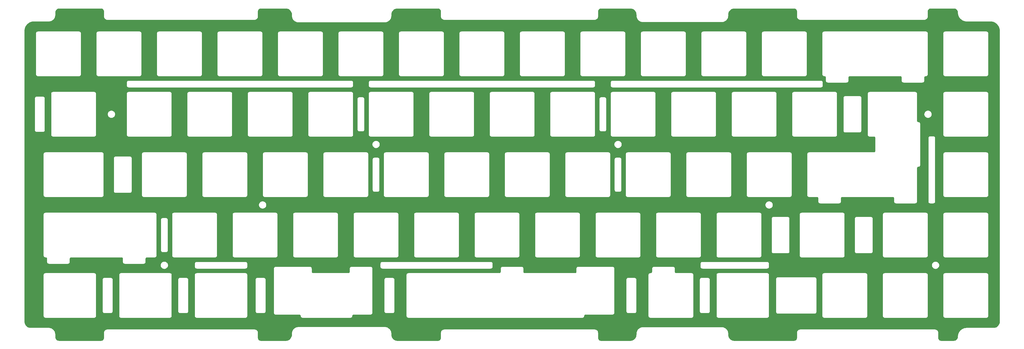
<source format=gbr>
%TF.GenerationSoftware,KiCad,Pcbnew,(5.1.10)-1*%
%TF.CreationDate,2021-09-30T20:56:15+07:00*%
%TF.ProjectId,KBD67 - Lite FR4 Plate,4b424436-3720-42d2-904c-697465204652,rev?*%
%TF.SameCoordinates,Original*%
%TF.FileFunction,Copper,L2,Bot*%
%TF.FilePolarity,Positive*%
%FSLAX46Y46*%
G04 Gerber Fmt 4.6, Leading zero omitted, Abs format (unit mm)*
G04 Created by KiCad (PCBNEW (5.1.10)-1) date 2021-09-30 20:56:15*
%MOMM*%
%LPD*%
G01*
G04 APERTURE LIST*
%TA.AperFunction,NonConductor*%
%ADD10C,0.254000*%
%TD*%
%TA.AperFunction,NonConductor*%
%ADD11C,0.100000*%
%TD*%
G04 APERTURE END LIST*
D10*
X-23389699Y-97222297D02*
X-23310202Y-97234431D01*
X-23191190Y-97268190D01*
X-23082088Y-97317487D01*
X-22982042Y-97381610D01*
X-22892492Y-97459178D01*
X-22814928Y-97548731D01*
X-22750809Y-97648780D01*
X-22701513Y-97757888D01*
X-22667752Y-97876912D01*
X-22655620Y-97956409D01*
X-22651134Y-98045262D01*
X-22651134Y-99622565D01*
X-22650818Y-99625790D01*
X-22651016Y-99629023D01*
X-22650909Y-99631491D01*
X-22645746Y-99733736D01*
X-22644607Y-99741363D01*
X-22644301Y-99749068D01*
X-22643945Y-99751513D01*
X-22628792Y-99850805D01*
X-22626370Y-99860322D01*
X-22624759Y-99870019D01*
X-22624101Y-99872401D01*
X-22583739Y-100014700D01*
X-22579406Y-100025736D01*
X-22575758Y-100037020D01*
X-22574756Y-100039279D01*
X-22514744Y-100172106D01*
X-22508937Y-100182199D01*
X-22503784Y-100192645D01*
X-22502465Y-100194735D01*
X-22424496Y-100316392D01*
X-22417376Y-100325422D01*
X-22410871Y-100334888D01*
X-22409266Y-100336767D01*
X-22315038Y-100445558D01*
X-22306743Y-100453430D01*
X-22298985Y-100461837D01*
X-22297128Y-100463468D01*
X-22188337Y-100557697D01*
X-22178955Y-100564339D01*
X-22170031Y-100571580D01*
X-22167960Y-100572927D01*
X-22046301Y-100650896D01*
X-22035930Y-100656193D01*
X-22025918Y-100662141D01*
X-22023673Y-100663174D01*
X-21890842Y-100723190D01*
X-21879602Y-100726997D01*
X-21868635Y-100731481D01*
X-21866262Y-100732172D01*
X-21723957Y-100772535D01*
X-21714291Y-100774280D01*
X-21704801Y-100776837D01*
X-21702361Y-100777226D01*
X-21603063Y-100792380D01*
X-21595365Y-100792794D01*
X-21587753Y-100794039D01*
X-21585286Y-100794181D01*
X-21483034Y-100799344D01*
X-21479798Y-100799191D01*
X-21476579Y-100799552D01*
X-21474108Y-100799569D01*
X24886971Y-100799569D01*
X24890196Y-100799253D01*
X24893429Y-100799451D01*
X24895898Y-100799344D01*
X24998135Y-100794181D01*
X25005761Y-100793042D01*
X25013469Y-100792736D01*
X25015915Y-100792380D01*
X25115199Y-100777226D01*
X25124728Y-100774801D01*
X25134413Y-100773191D01*
X25136795Y-100772534D01*
X25279085Y-100732171D01*
X25290119Y-100727838D01*
X25301407Y-100724189D01*
X25303666Y-100723187D01*
X25436484Y-100663172D01*
X25446575Y-100657366D01*
X25457022Y-100652212D01*
X25459111Y-100650893D01*
X25580760Y-100572924D01*
X25589781Y-100565810D01*
X25599257Y-100559298D01*
X25601136Y-100557693D01*
X25709920Y-100463464D01*
X25717796Y-100455164D01*
X25726197Y-100447411D01*
X25727828Y-100445555D01*
X25822051Y-100336764D01*
X25828689Y-100327386D01*
X25835932Y-100318460D01*
X25837279Y-100316389D01*
X25915245Y-100194732D01*
X25920536Y-100184373D01*
X25926491Y-100174349D01*
X25927523Y-100172104D01*
X25987534Y-100039277D01*
X25991338Y-100028049D01*
X25995825Y-100017072D01*
X25996516Y-100014699D01*
X26036877Y-99872400D01*
X26038622Y-99862738D01*
X26041179Y-99853245D01*
X26041568Y-99850805D01*
X26056721Y-99751512D01*
X26057135Y-99743816D01*
X26058380Y-99736203D01*
X26058522Y-99733736D01*
X26063685Y-99631492D01*
X26063532Y-99628256D01*
X26063893Y-99625036D01*
X26063910Y-99622565D01*
X26063910Y-98045264D01*
X26068397Y-97956416D01*
X26080532Y-97876909D01*
X26114295Y-97757898D01*
X26163598Y-97648791D01*
X26227728Y-97548741D01*
X26305303Y-97459185D01*
X26394862Y-97381618D01*
X26494925Y-97317490D01*
X26604036Y-97268191D01*
X26723056Y-97234431D01*
X26802559Y-97222297D01*
X26891404Y-97217811D01*
X34712921Y-97217811D01*
X34809089Y-97220242D01*
X34901764Y-97227289D01*
X34992984Y-97238880D01*
X35080571Y-97254521D01*
X35257305Y-97299963D01*
X35424649Y-97361210D01*
X35583919Y-97437932D01*
X35734205Y-97529229D01*
X35874571Y-97634190D01*
X36004088Y-97751898D01*
X36121789Y-97881397D01*
X36226758Y-98021763D01*
X36318059Y-98172043D01*
X36394782Y-98331300D01*
X36456036Y-98498655D01*
X36501478Y-98675375D01*
X36517117Y-98762946D01*
X36528713Y-98854196D01*
X36535757Y-98946831D01*
X36538190Y-99043017D01*
X36538190Y-99390797D01*
X36538288Y-99391796D01*
X36538201Y-99392800D01*
X36538247Y-99395270D01*
X36540849Y-99498191D01*
X36541248Y-99501416D01*
X36541131Y-99504671D01*
X36541301Y-99507137D01*
X36549024Y-99608706D01*
X36549584Y-99611901D01*
X36549632Y-99615144D01*
X36549927Y-99617598D01*
X36562645Y-99717691D01*
X36563362Y-99720838D01*
X36563572Y-99724059D01*
X36563989Y-99726494D01*
X36581576Y-99824984D01*
X36583043Y-99830193D01*
X36583797Y-99835548D01*
X36584395Y-99837945D01*
X36633676Y-100029616D01*
X36636262Y-100036712D01*
X36638050Y-100044048D01*
X36638883Y-100046374D01*
X36706134Y-100230127D01*
X36709365Y-100236840D01*
X36711831Y-100243874D01*
X36712888Y-100246108D01*
X36797103Y-100420937D01*
X36800930Y-100427227D01*
X36804025Y-100433900D01*
X36805293Y-100436021D01*
X36905469Y-100600921D01*
X36909836Y-100606742D01*
X36913524Y-100613031D01*
X36914991Y-100615020D01*
X37030121Y-100768988D01*
X37034999Y-100774332D01*
X37039238Y-100780196D01*
X37040887Y-100782036D01*
X37169967Y-100924064D01*
X37175319Y-100928905D01*
X37180087Y-100934327D01*
X37181904Y-100936002D01*
X37323927Y-101065085D01*
X37329733Y-101069407D01*
X37335007Y-101074358D01*
X37336976Y-101075852D01*
X37490940Y-101190986D01*
X37497173Y-101194759D01*
X37502936Y-101199210D01*
X37505039Y-101200508D01*
X37669936Y-101300687D01*
X37676568Y-101303876D01*
X37682801Y-101307789D01*
X37685019Y-101308877D01*
X37859845Y-101393096D01*
X37866844Y-101395660D01*
X37873512Y-101398985D01*
X37875826Y-101399850D01*
X38059576Y-101467104D01*
X38066882Y-101468994D01*
X38073946Y-101471680D01*
X38076335Y-101472312D01*
X38268004Y-101521595D01*
X38273351Y-101522425D01*
X38278536Y-101523963D01*
X38280965Y-101524415D01*
X38379455Y-101542003D01*
X38382672Y-101542258D01*
X38385809Y-101543019D01*
X38388258Y-101543347D01*
X38488351Y-101556066D01*
X38491594Y-101556159D01*
X38494781Y-101556764D01*
X38497243Y-101556969D01*
X38598813Y-101564692D01*
X38602067Y-101564621D01*
X38605288Y-101565065D01*
X38607758Y-101565144D01*
X38710679Y-101567747D01*
X38711679Y-101567674D01*
X38712683Y-101567787D01*
X38715154Y-101567804D01*
X65908757Y-101567804D01*
X65909757Y-101567706D01*
X65910761Y-101567793D01*
X65913232Y-101567747D01*
X66016153Y-101565144D01*
X66019377Y-101564745D01*
X66022632Y-101564862D01*
X66025098Y-101564692D01*
X66126667Y-101556969D01*
X66129862Y-101556409D01*
X66133107Y-101556361D01*
X66135560Y-101556066D01*
X66235653Y-101543347D01*
X66238799Y-101542630D01*
X66242021Y-101542420D01*
X66244456Y-101542003D01*
X66342947Y-101524415D01*
X66348155Y-101522949D01*
X66353511Y-101522194D01*
X66355909Y-101521595D01*
X66547581Y-101472312D01*
X66554673Y-101469728D01*
X66562014Y-101467938D01*
X66564340Y-101467105D01*
X66748095Y-101399851D01*
X66754806Y-101396621D01*
X66761842Y-101394154D01*
X66764075Y-101393097D01*
X66938908Y-101308878D01*
X66945193Y-101305054D01*
X66951871Y-101301957D01*
X66953991Y-101300688D01*
X67118896Y-101200509D01*
X67124721Y-101196139D01*
X67131005Y-101192454D01*
X67132994Y-101190988D01*
X67286965Y-101075854D01*
X67292308Y-101070977D01*
X67298172Y-101066738D01*
X67300012Y-101065088D01*
X67442045Y-100936005D01*
X67446885Y-100930654D01*
X67452308Y-100925885D01*
X67453982Y-100924068D01*
X67583070Y-100782040D01*
X67587390Y-100776237D01*
X67592343Y-100770961D01*
X67593837Y-100768992D01*
X67708975Y-100615025D01*
X67712745Y-100608797D01*
X67717200Y-100603029D01*
X67718498Y-100600926D01*
X67818680Y-100436024D01*
X67821868Y-100429393D01*
X67825781Y-100423161D01*
X67826869Y-100420942D01*
X67911092Y-100246114D01*
X67913656Y-100239116D01*
X67916982Y-100232446D01*
X67917847Y-100230131D01*
X67985103Y-100046378D01*
X67986993Y-100039072D01*
X67989679Y-100032009D01*
X67990311Y-100029620D01*
X68039596Y-99837949D01*
X68040426Y-99832602D01*
X68041964Y-99827417D01*
X68042415Y-99824988D01*
X68060004Y-99726498D01*
X68060259Y-99723282D01*
X68061021Y-99720141D01*
X68061349Y-99717692D01*
X68074068Y-99617599D01*
X68074161Y-99614358D01*
X68074766Y-99611171D01*
X68074970Y-99608708D01*
X68082694Y-99507139D01*
X68082623Y-99503889D01*
X68083068Y-99500662D01*
X68083147Y-99498192D01*
X68085750Y-99395272D01*
X68085677Y-99394272D01*
X68085790Y-99393268D01*
X68085807Y-99390797D01*
X68085807Y-99043014D01*
X68088238Y-98946846D01*
X68095283Y-98854191D01*
X68106875Y-98762957D01*
X68122516Y-98675369D01*
X68167955Y-98498645D01*
X68229201Y-98331300D01*
X68305917Y-98172042D01*
X68397213Y-98021760D01*
X68502170Y-97881399D01*
X68619873Y-97751890D01*
X68749373Y-97634190D01*
X68889738Y-97529225D01*
X69040009Y-97437933D01*
X69199273Y-97361210D01*
X69366617Y-97299962D01*
X69543343Y-97254521D01*
X69630928Y-97238880D01*
X69722149Y-97227289D01*
X69814820Y-97220242D01*
X69910990Y-97217811D01*
X82646418Y-97217811D01*
X82735263Y-97222297D01*
X82814765Y-97234431D01*
X82933785Y-97268191D01*
X83042894Y-97317489D01*
X83142956Y-97381616D01*
X83232518Y-97459185D01*
X83310093Y-97548741D01*
X83374224Y-97648794D01*
X83423526Y-97757898D01*
X83457289Y-97876909D01*
X83469424Y-97956416D01*
X83473912Y-98045266D01*
X83473912Y-99622565D01*
X83474228Y-99625790D01*
X83474030Y-99629021D01*
X83474137Y-99631490D01*
X83479299Y-99733735D01*
X83480438Y-99741364D01*
X83480744Y-99749068D01*
X83481100Y-99751513D01*
X83496253Y-99850805D01*
X83498675Y-99860322D01*
X83500286Y-99870019D01*
X83500944Y-99872401D01*
X83541306Y-100014700D01*
X83545639Y-100025736D01*
X83549287Y-100037020D01*
X83550289Y-100039279D01*
X83610301Y-100172106D01*
X83616112Y-100182205D01*
X83621261Y-100192644D01*
X83622580Y-100194734D01*
X83700548Y-100316391D01*
X83707665Y-100325417D01*
X83714173Y-100334888D01*
X83715778Y-100336767D01*
X83810006Y-100445558D01*
X83818301Y-100453430D01*
X83826059Y-100461837D01*
X83827916Y-100463468D01*
X83936707Y-100557697D01*
X83946089Y-100564339D01*
X83955013Y-100571580D01*
X83957084Y-100572927D01*
X84078743Y-100650896D01*
X84089114Y-100656193D01*
X84099126Y-100662141D01*
X84101371Y-100663174D01*
X84234202Y-100723190D01*
X84245442Y-100726997D01*
X84256409Y-100731481D01*
X84258782Y-100732172D01*
X84401087Y-100772535D01*
X84410753Y-100774280D01*
X84420243Y-100776837D01*
X84422683Y-100777226D01*
X84521981Y-100792380D01*
X84529679Y-100792794D01*
X84537291Y-100794039D01*
X84539758Y-100794181D01*
X84642011Y-100799344D01*
X84645247Y-100799191D01*
X84648466Y-100799552D01*
X84650937Y-100799569D01*
X132011957Y-100799569D01*
X132015182Y-100799253D01*
X132018415Y-100799451D01*
X132020884Y-100799344D01*
X132123122Y-100794181D01*
X132130748Y-100793042D01*
X132138456Y-100792736D01*
X132140901Y-100792380D01*
X132240188Y-100777226D01*
X132249712Y-100774802D01*
X132259401Y-100773192D01*
X132261783Y-100772534D01*
X132404080Y-100732171D01*
X132415108Y-100727841D01*
X132426400Y-100724191D01*
X132428659Y-100723189D01*
X132561486Y-100663174D01*
X132571574Y-100657369D01*
X132582022Y-100652216D01*
X132584111Y-100650897D01*
X132705771Y-100572928D01*
X132714794Y-100565814D01*
X132724267Y-100559304D01*
X132726146Y-100557699D01*
X132834942Y-100463470D01*
X132842815Y-100455175D01*
X132851219Y-100447420D01*
X132852850Y-100445563D01*
X132947085Y-100336772D01*
X132953727Y-100327391D01*
X132960966Y-100318470D01*
X132962314Y-100316399D01*
X133040291Y-100194742D01*
X133045587Y-100184374D01*
X133051538Y-100174359D01*
X133052571Y-100172114D01*
X133112592Y-100039287D01*
X133116396Y-100028057D01*
X133120885Y-100017080D01*
X133121576Y-100014707D01*
X133161944Y-99872408D01*
X133163691Y-99862735D01*
X133166247Y-99853248D01*
X133166637Y-99850808D01*
X133181792Y-99751516D01*
X133182206Y-99743814D01*
X133183451Y-99736205D01*
X133183593Y-99733738D01*
X133188757Y-99631494D01*
X133188604Y-99628256D01*
X133188965Y-99625036D01*
X133188982Y-99622565D01*
X133188982Y-98045262D01*
X133193468Y-97956409D01*
X133205600Y-97876913D01*
X133239359Y-97757892D01*
X133288657Y-97648780D01*
X133352774Y-97548734D01*
X133430340Y-97459178D01*
X133519890Y-97381610D01*
X133619937Y-97317487D01*
X133729030Y-97268193D01*
X133848050Y-97234431D01*
X133927548Y-97222297D01*
X134016390Y-97217811D01*
X143212931Y-97217811D01*
X143309098Y-97220242D01*
X143401770Y-97227289D01*
X143492989Y-97238880D01*
X143580576Y-97254521D01*
X143757299Y-97299961D01*
X143924646Y-97361210D01*
X144083915Y-97437935D01*
X144234180Y-97529223D01*
X144374545Y-97634189D01*
X144504047Y-97751890D01*
X144621745Y-97881393D01*
X144726708Y-98021763D01*
X144818002Y-98172042D01*
X144894718Y-98331300D01*
X144955964Y-98498645D01*
X145001403Y-98675369D01*
X145017044Y-98762957D01*
X145028634Y-98854172D01*
X145035681Y-98946847D01*
X145038113Y-99043017D01*
X145038113Y-99336622D01*
X145038211Y-99337621D01*
X145038124Y-99338625D01*
X145038170Y-99341095D01*
X145040772Y-99444015D01*
X145041171Y-99447240D01*
X145041054Y-99450497D01*
X145041225Y-99452963D01*
X145048949Y-99554530D01*
X145049508Y-99557719D01*
X145049556Y-99560968D01*
X145049851Y-99563422D01*
X145062570Y-99663513D01*
X145063287Y-99666659D01*
X145063497Y-99669882D01*
X145063915Y-99672318D01*
X145081504Y-99770807D01*
X145082970Y-99776014D01*
X145083725Y-99781371D01*
X145084324Y-99783768D01*
X145133609Y-99975436D01*
X145136193Y-99982528D01*
X145137983Y-99989869D01*
X145138816Y-99992195D01*
X145206072Y-100175945D01*
X145209303Y-100182658D01*
X145211770Y-100189693D01*
X145212827Y-100191926D01*
X145297049Y-100366753D01*
X145300874Y-100373038D01*
X145303971Y-100379717D01*
X145305239Y-100381837D01*
X145405422Y-100546736D01*
X145409791Y-100552559D01*
X145413478Y-100558846D01*
X145414944Y-100560835D01*
X145530083Y-100714801D01*
X145534961Y-100720145D01*
X145539200Y-100726008D01*
X145540849Y-100727848D01*
X145669937Y-100869875D01*
X145675287Y-100874714D01*
X145680057Y-100880138D01*
X145681875Y-100881812D01*
X145823905Y-101010894D01*
X145829707Y-101015213D01*
X145834984Y-101020167D01*
X145836953Y-101021660D01*
X145990924Y-101136794D01*
X145997154Y-101140565D01*
X146002921Y-101145019D01*
X146005024Y-101146316D01*
X146169929Y-101246494D01*
X146176559Y-101249682D01*
X146182792Y-101253595D01*
X146185011Y-101254683D01*
X146359842Y-101338902D01*
X146366841Y-101341466D01*
X146373509Y-101344791D01*
X146375824Y-101345656D01*
X146559580Y-101412909D01*
X146566889Y-101414800D01*
X146573948Y-101417484D01*
X146576337Y-101418116D01*
X146768009Y-101467399D01*
X146773349Y-101468227D01*
X146778541Y-101469768D01*
X146780971Y-101470219D01*
X146879463Y-101487807D01*
X146882680Y-101488062D01*
X146885817Y-101488823D01*
X146888266Y-101489151D01*
X146988359Y-101501870D01*
X146991602Y-101501963D01*
X146994789Y-101502568D01*
X146997251Y-101502773D01*
X147098821Y-101510496D01*
X147102075Y-101510425D01*
X147105296Y-101510869D01*
X147107766Y-101510948D01*
X147210688Y-101513551D01*
X147211688Y-101513478D01*
X147212692Y-101513591D01*
X147215163Y-101513608D01*
X172008740Y-101513608D01*
X172009740Y-101513510D01*
X172010745Y-101513597D01*
X172013215Y-101513551D01*
X172116129Y-101510948D01*
X172119353Y-101510549D01*
X172122608Y-101510666D01*
X172125073Y-101510495D01*
X172226637Y-101502773D01*
X172229832Y-101502213D01*
X172233077Y-101502165D01*
X172235531Y-101501870D01*
X172335618Y-101489151D01*
X172338765Y-101488434D01*
X172341985Y-101488224D01*
X172344421Y-101487806D01*
X172442908Y-101470218D01*
X172448110Y-101468753D01*
X172453472Y-101467998D01*
X172455869Y-101467399D01*
X172647535Y-101418116D01*
X172654631Y-101415530D01*
X172661965Y-101413742D01*
X172664291Y-101412909D01*
X172848043Y-101345656D01*
X172854757Y-101342425D01*
X172861789Y-101339959D01*
X172864023Y-101338902D01*
X173038854Y-101254682D01*
X173045131Y-101250862D01*
X173051815Y-101247763D01*
X173053935Y-101246494D01*
X173218840Y-101146316D01*
X173224662Y-101141948D01*
X173230950Y-101138261D01*
X173232939Y-101136795D01*
X173386912Y-101021661D01*
X173392258Y-101016782D01*
X173398118Y-101012545D01*
X173399959Y-101010896D01*
X173541993Y-100881814D01*
X173546832Y-100876465D01*
X173552257Y-100871694D01*
X173553931Y-100869877D01*
X173683023Y-100727850D01*
X173687343Y-100722048D01*
X173692296Y-100716772D01*
X173693789Y-100714804D01*
X173808932Y-100560837D01*
X173812702Y-100554610D01*
X173817157Y-100548842D01*
X173818455Y-100546740D01*
X173918643Y-100381841D01*
X173921832Y-100375209D01*
X173925745Y-100368977D01*
X173926833Y-100366758D01*
X174011061Y-100191931D01*
X174013626Y-100184931D01*
X174016951Y-100178264D01*
X174017816Y-100175949D01*
X174085077Y-99992200D01*
X174086967Y-99984893D01*
X174089654Y-99977829D01*
X174090286Y-99975440D01*
X174139575Y-99783772D01*
X174140405Y-99778426D01*
X174141944Y-99773238D01*
X174142395Y-99770809D01*
X174159985Y-99672320D01*
X174160240Y-99669099D01*
X174161001Y-99665964D01*
X174161330Y-99663514D01*
X174174050Y-99563423D01*
X174174143Y-99560182D01*
X174174748Y-99556995D01*
X174174952Y-99554532D01*
X174182677Y-99452965D01*
X174182606Y-99449714D01*
X174183051Y-99446486D01*
X174183130Y-99444016D01*
X174185733Y-99341097D01*
X174185660Y-99340097D01*
X174185773Y-99339093D01*
X174185790Y-99336622D01*
X174185790Y-99043014D01*
X174188221Y-98946846D01*
X174195266Y-98854191D01*
X174206858Y-98762957D01*
X174222498Y-98675372D01*
X174267939Y-98498643D01*
X174329182Y-98331309D01*
X174405904Y-98172040D01*
X174497199Y-98021764D01*
X174602163Y-97881396D01*
X174719864Y-97751893D01*
X174849374Y-97634188D01*
X174989734Y-97529230D01*
X175140026Y-97437929D01*
X175299283Y-97361214D01*
X175466642Y-97299964D01*
X175643391Y-97254520D01*
X175730972Y-97238881D01*
X175822199Y-97227289D01*
X175914881Y-97220242D01*
X176011059Y-97217811D01*
X194771361Y-97217811D01*
X194860233Y-97222297D01*
X194939766Y-97234433D01*
X195058813Y-97268195D01*
X195167936Y-97317492D01*
X195268001Y-97381617D01*
X195357565Y-97459186D01*
X195435135Y-97548737D01*
X195499261Y-97648789D01*
X195548555Y-97757888D01*
X195582318Y-97876912D01*
X195594450Y-97956409D01*
X195598937Y-98045263D01*
X195598937Y-99622565D01*
X195599253Y-99625790D01*
X195599055Y-99629021D01*
X195599162Y-99631490D01*
X195604324Y-99733735D01*
X195605463Y-99741364D01*
X195605769Y-99749068D01*
X195606125Y-99751513D01*
X195621278Y-99850805D01*
X195623700Y-99860324D01*
X195625311Y-99870018D01*
X195625969Y-99872400D01*
X195666330Y-100014699D01*
X195670663Y-100025737D01*
X195674310Y-100037018D01*
X195675312Y-100039277D01*
X195735322Y-100172103D01*
X195741130Y-100182198D01*
X195746282Y-100192643D01*
X195747601Y-100194732D01*
X195825567Y-100316389D01*
X195832678Y-100325408D01*
X195839190Y-100334885D01*
X195840795Y-100336764D01*
X195935018Y-100445555D01*
X195943309Y-100453424D01*
X195951069Y-100461833D01*
X195952926Y-100463464D01*
X196061709Y-100557692D01*
X196071089Y-100564333D01*
X196080015Y-100571576D01*
X196082086Y-100572924D01*
X196203735Y-100650893D01*
X196214100Y-100656187D01*
X196224117Y-100662139D01*
X196226362Y-100663172D01*
X196359180Y-100723187D01*
X196370407Y-100726990D01*
X196381388Y-100731480D01*
X196383761Y-100732171D01*
X196526051Y-100772533D01*
X196535712Y-100774278D01*
X196545207Y-100776836D01*
X196547647Y-100777226D01*
X196646931Y-100792380D01*
X196654634Y-100792794D01*
X196662244Y-100794039D01*
X196664711Y-100794181D01*
X196766949Y-100799344D01*
X196770185Y-100799191D01*
X196773405Y-100799552D01*
X196775876Y-100799569D01*
X235836886Y-100799569D01*
X235840111Y-100799253D01*
X235843342Y-100799451D01*
X235845811Y-100799344D01*
X235948077Y-100794181D01*
X235955700Y-100793043D01*
X235963407Y-100792737D01*
X235965853Y-100792381D01*
X236065164Y-100777227D01*
X236074687Y-100774804D01*
X236084375Y-100773194D01*
X236086757Y-100772536D01*
X236229080Y-100732173D01*
X236240109Y-100727843D01*
X236251400Y-100724194D01*
X236253659Y-100723192D01*
X236386503Y-100663177D01*
X236396594Y-100657371D01*
X236407041Y-100652219D01*
X236409131Y-100650900D01*
X236530800Y-100572931D01*
X236539827Y-100565814D01*
X236549299Y-100559305D01*
X236551178Y-100557701D01*
X236659977Y-100463471D01*
X236667852Y-100455174D01*
X236676257Y-100447418D01*
X236677888Y-100445562D01*
X236772121Y-100336771D01*
X236778761Y-100327392D01*
X236786004Y-100318466D01*
X236787352Y-100316394D01*
X236865324Y-100194738D01*
X236870622Y-100184365D01*
X236876571Y-100174352D01*
X236877604Y-100172107D01*
X236937618Y-100039279D01*
X236941421Y-100028054D01*
X236945910Y-100017074D01*
X236946600Y-100014701D01*
X236986963Y-99872402D01*
X236988708Y-99862742D01*
X236991266Y-99853245D01*
X236991655Y-99850805D01*
X237006808Y-99751512D01*
X237007222Y-99743816D01*
X237008467Y-99736203D01*
X237008609Y-99733736D01*
X237013772Y-99631492D01*
X237013619Y-99628256D01*
X237013980Y-99625036D01*
X237013997Y-99622565D01*
X237013997Y-98045262D01*
X237018483Y-97956409D01*
X237030615Y-97876913D01*
X237064374Y-97757892D01*
X237113672Y-97648780D01*
X237177789Y-97548734D01*
X237255355Y-97459178D01*
X237344905Y-97381610D01*
X237444952Y-97317487D01*
X237554045Y-97268193D01*
X237673065Y-97234431D01*
X237752563Y-97222297D01*
X237841405Y-97217811D01*
X245100756Y-97217811D01*
X245225382Y-97224104D01*
X245341795Y-97241872D01*
X245454062Y-97270739D01*
X245561681Y-97310129D01*
X245664119Y-97359477D01*
X245760800Y-97418213D01*
X245851131Y-97485760D01*
X245934472Y-97561505D01*
X246010233Y-97644861D01*
X246077775Y-97735183D01*
X246136512Y-97831864D01*
X246185863Y-97934307D01*
X246225253Y-98041927D01*
X246254124Y-98154206D01*
X246271892Y-98270624D01*
X246278300Y-98397505D01*
X246281798Y-98535864D01*
X246282197Y-98539089D01*
X246282080Y-98542345D01*
X246282250Y-98544810D01*
X246292799Y-98683541D01*
X246293359Y-98686736D01*
X246293407Y-98689979D01*
X246293702Y-98692433D01*
X246311074Y-98829146D01*
X246311791Y-98832292D01*
X246312001Y-98835515D01*
X246312418Y-98837951D01*
X246336441Y-98972476D01*
X246337310Y-98975564D01*
X246337679Y-98978752D01*
X246338218Y-98981163D01*
X246368720Y-99113328D01*
X246369737Y-99116350D01*
X246370260Y-99119493D01*
X246370919Y-99121875D01*
X246407730Y-99251508D01*
X246408885Y-99254447D01*
X246409559Y-99257541D01*
X246410335Y-99259887D01*
X246453282Y-99386817D01*
X246454574Y-99389679D01*
X246455391Y-99392704D01*
X246456281Y-99395009D01*
X246505192Y-99519063D01*
X246506610Y-99521833D01*
X246507569Y-99524796D01*
X246508572Y-99527055D01*
X246563277Y-99648062D01*
X246564817Y-99650737D01*
X246565910Y-99653627D01*
X246567021Y-99655834D01*
X246627348Y-99773623D01*
X246629005Y-99776202D01*
X246630227Y-99779013D01*
X246631444Y-99781164D01*
X246697220Y-99895562D01*
X246698989Y-99898042D01*
X246700336Y-99900772D01*
X246701655Y-99902862D01*
X246772710Y-100013697D01*
X246774583Y-100016072D01*
X246776053Y-100018722D01*
X246777471Y-100020746D01*
X246853632Y-100127848D01*
X246855609Y-100130121D01*
X246857197Y-100132686D01*
X246858710Y-100134639D01*
X246939807Y-100237837D01*
X246941883Y-100240005D01*
X246943585Y-100242481D01*
X246945190Y-100244360D01*
X247031050Y-100343481D01*
X247033223Y-100345544D01*
X247035037Y-100347930D01*
X247036730Y-100349730D01*
X247127181Y-100444602D01*
X247129446Y-100446555D01*
X247131372Y-100448853D01*
X247133149Y-100450571D01*
X247228021Y-100541024D01*
X247230382Y-100542871D01*
X247232415Y-100545074D01*
X247234272Y-100546705D01*
X247333393Y-100632565D01*
X247335843Y-100634300D01*
X247337983Y-100636407D01*
X247339915Y-100637947D01*
X247443113Y-100719046D01*
X247445658Y-100720671D01*
X247447900Y-100722677D01*
X247449903Y-100724123D01*
X247557007Y-100800285D01*
X247559629Y-100801788D01*
X247561984Y-100803699D01*
X247564055Y-100805047D01*
X247674892Y-100876103D01*
X247677605Y-100877489D01*
X247680058Y-100879291D01*
X247682192Y-100880538D01*
X247796591Y-100946315D01*
X247799384Y-100947576D01*
X247801940Y-100949269D01*
X247804132Y-100950411D01*
X247921921Y-101010738D01*
X247924790Y-101011869D01*
X247927449Y-101013450D01*
X247929694Y-101014483D01*
X248050701Y-101069189D01*
X248053649Y-101070188D01*
X248056400Y-101071646D01*
X248058692Y-101072568D01*
X248182749Y-101121481D01*
X248185760Y-101122340D01*
X248188607Y-101123673D01*
X248190943Y-101124481D01*
X248317875Y-101167429D01*
X248320957Y-101168146D01*
X248323883Y-101169343D01*
X248326255Y-101170035D01*
X248455891Y-101206846D01*
X248459027Y-101207413D01*
X248462031Y-101208471D01*
X248464435Y-101209043D01*
X248596603Y-101239547D01*
X248599783Y-101239960D01*
X248602864Y-101240874D01*
X248605293Y-101241325D01*
X248739823Y-101265348D01*
X248743040Y-101265603D01*
X248746177Y-101266364D01*
X248748626Y-101266692D01*
X248885343Y-101284065D01*
X248888587Y-101284158D01*
X248891774Y-101284763D01*
X248894236Y-101284968D01*
X249032972Y-101295517D01*
X249036226Y-101295446D01*
X249039448Y-101295890D01*
X249041918Y-101295969D01*
X249182501Y-101299524D01*
X249183501Y-101299451D01*
X249184504Y-101299564D01*
X249186975Y-101299581D01*
X256634774Y-101299581D01*
X256782411Y-101303314D01*
X256925820Y-101314219D01*
X257067114Y-101332174D01*
X257206070Y-101356990D01*
X257342598Y-101388502D01*
X257476496Y-101426526D01*
X257607584Y-101470881D01*
X257735711Y-101521401D01*
X257860733Y-101577922D01*
X257982414Y-101640244D01*
X258100613Y-101708207D01*
X258215162Y-101781643D01*
X258325853Y-101860355D01*
X258432533Y-101944187D01*
X258534994Y-102032940D01*
X258633077Y-102126452D01*
X258726591Y-102224532D01*
X258815337Y-102326982D01*
X258899174Y-102433661D01*
X258977894Y-102544357D01*
X259051329Y-102658900D01*
X259119297Y-102777101D01*
X259181625Y-102898789D01*
X259238149Y-103023811D01*
X259288665Y-103151923D01*
X259333035Y-103283051D01*
X259371054Y-103416923D01*
X259402567Y-103553460D01*
X259427386Y-103692427D01*
X259445343Y-103833730D01*
X259456249Y-103977146D01*
X259459983Y-104124791D01*
X259459983Y-195856804D01*
X259457550Y-195952986D01*
X259450505Y-196045623D01*
X259438908Y-196136872D01*
X259423269Y-196224437D01*
X259377820Y-196401173D01*
X259316563Y-196568521D01*
X259239838Y-196727777D01*
X259148528Y-196878065D01*
X259043562Y-197018423D01*
X258925844Y-197147938D01*
X258796325Y-197265648D01*
X258655958Y-197370608D01*
X258505679Y-197461903D01*
X258346411Y-197538627D01*
X258179063Y-197599877D01*
X258002327Y-197645323D01*
X257914770Y-197660960D01*
X257823519Y-197672556D01*
X257730894Y-197679599D01*
X257634712Y-197682032D01*
X249186975Y-197682032D01*
X249185976Y-197682130D01*
X249184973Y-197682043D01*
X249182502Y-197682089D01*
X249041919Y-197685643D01*
X249038694Y-197686042D01*
X249035437Y-197685925D01*
X249032972Y-197686095D01*
X248894236Y-197696644D01*
X248891041Y-197697204D01*
X248887797Y-197697252D01*
X248885343Y-197697547D01*
X248748626Y-197714920D01*
X248745479Y-197715637D01*
X248742259Y-197715847D01*
X248739823Y-197716264D01*
X248605293Y-197740287D01*
X248602202Y-197741157D01*
X248599014Y-197741526D01*
X248596603Y-197742065D01*
X248464435Y-197772569D01*
X248461416Y-197773585D01*
X248458273Y-197774108D01*
X248455891Y-197774766D01*
X248326255Y-197811577D01*
X248323312Y-197812734D01*
X248320221Y-197813407D01*
X248317875Y-197814183D01*
X248190943Y-197857131D01*
X248188084Y-197858421D01*
X248185054Y-197859240D01*
X248182749Y-197860131D01*
X248058692Y-197909044D01*
X248055921Y-197910463D01*
X248052960Y-197911421D01*
X248050701Y-197912423D01*
X247929694Y-197967129D01*
X247927021Y-197968668D01*
X247924128Y-197969762D01*
X247921921Y-197970874D01*
X247804132Y-198031201D01*
X247801554Y-198032858D01*
X247798742Y-198034080D01*
X247796591Y-198035297D01*
X247682192Y-198101074D01*
X247679714Y-198102842D01*
X247676981Y-198104190D01*
X247674892Y-198105509D01*
X247564055Y-198176565D01*
X247561676Y-198178441D01*
X247559030Y-198179909D01*
X247557007Y-198181327D01*
X247449903Y-198257489D01*
X247447629Y-198259467D01*
X247445067Y-198261053D01*
X247443113Y-198262566D01*
X247339915Y-198343665D01*
X247337748Y-198345740D01*
X247335272Y-198347442D01*
X247333393Y-198349047D01*
X247234272Y-198434907D01*
X247232211Y-198437079D01*
X247229821Y-198438895D01*
X247228021Y-198440588D01*
X247133149Y-198531041D01*
X247131194Y-198533309D01*
X247128898Y-198535233D01*
X247127181Y-198537010D01*
X247036730Y-198631882D01*
X247034886Y-198634239D01*
X247032681Y-198636274D01*
X247031050Y-198638131D01*
X246945190Y-198737252D01*
X246943457Y-198739699D01*
X246941347Y-198741842D01*
X246939807Y-198743775D01*
X246858710Y-198846973D01*
X246857087Y-198849514D01*
X246855078Y-198851760D01*
X246853632Y-198853764D01*
X246777471Y-198960866D01*
X246775966Y-198963492D01*
X246774058Y-198965843D01*
X246772710Y-198967915D01*
X246701655Y-199078750D01*
X246700270Y-199081461D01*
X246698466Y-199083917D01*
X246697220Y-199086050D01*
X246631444Y-199200448D01*
X246630182Y-199203244D01*
X246628490Y-199205798D01*
X246627348Y-199207989D01*
X246567021Y-199325778D01*
X246565888Y-199328651D01*
X246564310Y-199331306D01*
X246563277Y-199333550D01*
X246508572Y-199454557D01*
X246507572Y-199457505D01*
X246506115Y-199460256D01*
X246505192Y-199462549D01*
X246456281Y-199586603D01*
X246455421Y-199589617D01*
X246454090Y-199592460D01*
X246453282Y-199594795D01*
X246410335Y-199721725D01*
X246409619Y-199724805D01*
X246408421Y-199727732D01*
X246407730Y-199730104D01*
X246370919Y-199859737D01*
X246370352Y-199862873D01*
X246369293Y-199865880D01*
X246368720Y-199868284D01*
X246338218Y-200000449D01*
X246337805Y-200003634D01*
X246336893Y-200006707D01*
X246336441Y-200009136D01*
X246312418Y-200143661D01*
X246312163Y-200146879D01*
X246311402Y-200150016D01*
X246311074Y-200152466D01*
X246293702Y-200289179D01*
X246293609Y-200292422D01*
X246293004Y-200295609D01*
X246292799Y-200298071D01*
X246282250Y-200436802D01*
X246282321Y-200440057D01*
X246281877Y-200443279D01*
X246281798Y-200445749D01*
X246278301Y-200584066D01*
X246271892Y-200710968D01*
X246254124Y-200827388D01*
X246225253Y-200939667D01*
X246185867Y-201047278D01*
X246136510Y-201149734D01*
X246077774Y-201246415D01*
X246010230Y-201336742D01*
X245934479Y-201420091D01*
X245851128Y-201495846D01*
X245760808Y-201563388D01*
X245664115Y-201622134D01*
X245561675Y-201671483D01*
X245454049Y-201710876D01*
X245341793Y-201739742D01*
X245225380Y-201757509D01*
X245100754Y-201763803D01*
X241141464Y-201763803D01*
X241052614Y-201759316D01*
X240973115Y-201747183D01*
X240854080Y-201713420D01*
X240744953Y-201664117D01*
X240644885Y-201599991D01*
X240555312Y-201522420D01*
X240477726Y-201432860D01*
X240413586Y-201332806D01*
X240364276Y-201223698D01*
X240330506Y-201104676D01*
X240318370Y-201025181D01*
X240313882Y-200936327D01*
X240313882Y-199359027D01*
X240313566Y-199355802D01*
X240313764Y-199352569D01*
X240313657Y-199350100D01*
X240308494Y-199247855D01*
X240307355Y-199240227D01*
X240307049Y-199232524D01*
X240306693Y-199230079D01*
X240291540Y-199130786D01*
X240289118Y-199121269D01*
X240287507Y-199111572D01*
X240286849Y-199109191D01*
X240246488Y-198966892D01*
X240242155Y-198955854D01*
X240238508Y-198944573D01*
X240237506Y-198942314D01*
X240177495Y-198809487D01*
X240171688Y-198799394D01*
X240166536Y-198788948D01*
X240165217Y-198786859D01*
X240087251Y-198665202D01*
X240080143Y-198656187D01*
X240073628Y-198646706D01*
X240072023Y-198644827D01*
X239977800Y-198536036D01*
X239969504Y-198528162D01*
X239961749Y-198519758D01*
X239959892Y-198518127D01*
X239851108Y-198423898D01*
X239841726Y-198417255D01*
X239832803Y-198410015D01*
X239830732Y-198408667D01*
X239709082Y-198330698D01*
X239698710Y-198325400D01*
X239688700Y-198319453D01*
X239686455Y-198318420D01*
X239553638Y-198258404D01*
X239542409Y-198254600D01*
X239531430Y-198250111D01*
X239529057Y-198249420D01*
X239386767Y-198209057D01*
X239377098Y-198207311D01*
X239367611Y-198204755D01*
X239365171Y-198204365D01*
X239265887Y-198189211D01*
X239258181Y-198188797D01*
X239250572Y-198187552D01*
X239248105Y-198187410D01*
X239145868Y-198182248D01*
X239142633Y-198182401D01*
X239139414Y-198182040D01*
X239136943Y-198182023D01*
X196775876Y-198182023D01*
X196772651Y-198182339D01*
X196769419Y-198182141D01*
X196766950Y-198182248D01*
X196664713Y-198187410D01*
X196657085Y-198188549D01*
X196649377Y-198188855D01*
X196646931Y-198189211D01*
X196547647Y-198204365D01*
X196538120Y-198206790D01*
X196528432Y-198208400D01*
X196526051Y-198209058D01*
X196383761Y-198249420D01*
X196372727Y-198253753D01*
X196361439Y-198257402D01*
X196359180Y-198258404D01*
X196226362Y-198318419D01*
X196216271Y-198324225D01*
X196205824Y-198329379D01*
X196203735Y-198330698D01*
X196082086Y-198408667D01*
X196073063Y-198415783D01*
X196063588Y-198422294D01*
X196061709Y-198423899D01*
X195952926Y-198518127D01*
X195945055Y-198526421D01*
X195936649Y-198534179D01*
X195935018Y-198536036D01*
X195840795Y-198644827D01*
X195834155Y-198654206D01*
X195826914Y-198663131D01*
X195825567Y-198665202D01*
X195747601Y-198786859D01*
X195742308Y-198797223D01*
X195736355Y-198807243D01*
X195735322Y-198809488D01*
X195675312Y-198942314D01*
X195671508Y-198953542D01*
X195667021Y-198964519D01*
X195666330Y-198966892D01*
X195625969Y-199109191D01*
X195624224Y-199118853D01*
X195621667Y-199128346D01*
X195621278Y-199130786D01*
X195606125Y-199230078D01*
X195605711Y-199237779D01*
X195604466Y-199245390D01*
X195604324Y-199247857D01*
X195599162Y-199350102D01*
X195599315Y-199353337D01*
X195598954Y-199356556D01*
X195598937Y-199359027D01*
X195598937Y-200936330D01*
X195594450Y-201025187D01*
X195582317Y-201104690D01*
X195548557Y-201223710D01*
X195499258Y-201332822D01*
X195435135Y-201432871D01*
X195357563Y-201522426D01*
X195268001Y-201599995D01*
X195167937Y-201664119D01*
X195058815Y-201713417D01*
X194939766Y-201747180D01*
X194860233Y-201759316D01*
X194771358Y-201763803D01*
X176011062Y-201763803D01*
X175914881Y-201761371D01*
X175822199Y-201754324D01*
X175730972Y-201742732D01*
X175643391Y-201727093D01*
X175466642Y-201681649D01*
X175299283Y-201620399D01*
X175140023Y-201543682D01*
X174989742Y-201452387D01*
X174849374Y-201347424D01*
X174719865Y-201229718D01*
X174602159Y-201100208D01*
X174497200Y-200959846D01*
X174405905Y-200809567D01*
X174329186Y-200650305D01*
X174267938Y-200482953D01*
X174222498Y-200306228D01*
X174206858Y-200218641D01*
X174195268Y-200127423D01*
X174188221Y-200034746D01*
X174185790Y-199938578D01*
X174185790Y-199644991D01*
X174185692Y-199643991D01*
X174185779Y-199642987D01*
X174185733Y-199640516D01*
X174183130Y-199537596D01*
X174182731Y-199534371D01*
X174182848Y-199531112D01*
X174182677Y-199528647D01*
X174174952Y-199427080D01*
X174174392Y-199423886D01*
X174174344Y-199420642D01*
X174174050Y-199418189D01*
X174161330Y-199318098D01*
X174160612Y-199314947D01*
X174160402Y-199311728D01*
X174159985Y-199309292D01*
X174142395Y-199210803D01*
X174140929Y-199205598D01*
X174140174Y-199200238D01*
X174139575Y-199197840D01*
X174090286Y-199006171D01*
X174087700Y-198999075D01*
X174085911Y-198991738D01*
X174085078Y-198989412D01*
X174017817Y-198805660D01*
X174014582Y-198798940D01*
X174012118Y-198791913D01*
X174011061Y-198789679D01*
X173926833Y-198614850D01*
X173923006Y-198608561D01*
X173919911Y-198601888D01*
X173918643Y-198599767D01*
X173818455Y-198434867D01*
X173814084Y-198429041D01*
X173810399Y-198422758D01*
X173808933Y-198420769D01*
X173693790Y-198266801D01*
X173688914Y-198261459D01*
X173684674Y-198255595D01*
X173683024Y-198253755D01*
X173553932Y-198111726D01*
X173548580Y-198106884D01*
X173543812Y-198101464D01*
X173541995Y-198099789D01*
X173399960Y-197970705D01*
X173394154Y-197966383D01*
X173388882Y-197961434D01*
X173386913Y-197959940D01*
X173232940Y-197844804D01*
X173226713Y-197841034D01*
X173220945Y-197836580D01*
X173218842Y-197835283D01*
X173053937Y-197735103D01*
X173047310Y-197731917D01*
X173041073Y-197728001D01*
X173038855Y-197726914D01*
X172864024Y-197642694D01*
X172857027Y-197640131D01*
X172850358Y-197636805D01*
X172848044Y-197635940D01*
X172664293Y-197568685D01*
X172656988Y-197566795D01*
X172649924Y-197564109D01*
X172647535Y-197563477D01*
X172455870Y-197514193D01*
X172450525Y-197513364D01*
X172445339Y-197511825D01*
X172442909Y-197511374D01*
X172344422Y-197493785D01*
X172341204Y-197493530D01*
X172338067Y-197492769D01*
X172335618Y-197492440D01*
X172235531Y-197479721D01*
X172232287Y-197479628D01*
X172229100Y-197479023D01*
X172226637Y-197478818D01*
X172125073Y-197471096D01*
X172121825Y-197471167D01*
X172118597Y-197470722D01*
X172116127Y-197470643D01*
X172013214Y-197468041D01*
X172012214Y-197468114D01*
X172011211Y-197468001D01*
X172008740Y-197467984D01*
X147215163Y-197467984D01*
X147214164Y-197468082D01*
X147213160Y-197467995D01*
X147210690Y-197468041D01*
X147107768Y-197470643D01*
X147104543Y-197471042D01*
X147101286Y-197470925D01*
X147098821Y-197471095D01*
X146997251Y-197478818D01*
X146994056Y-197479378D01*
X146990812Y-197479426D01*
X146988359Y-197479721D01*
X146888266Y-197492440D01*
X146885120Y-197493157D01*
X146881896Y-197493367D01*
X146879461Y-197493785D01*
X146780969Y-197511374D01*
X146775766Y-197512839D01*
X146770406Y-197513594D01*
X146768009Y-197514193D01*
X146576336Y-197563477D01*
X146569240Y-197566062D01*
X146561905Y-197567851D01*
X146559578Y-197568684D01*
X146375822Y-197635939D01*
X146369111Y-197639169D01*
X146362075Y-197641636D01*
X146359842Y-197642693D01*
X146185010Y-197726914D01*
X146178729Y-197730736D01*
X146172048Y-197733834D01*
X146169927Y-197735103D01*
X146005022Y-197835283D01*
X145999200Y-197839651D01*
X145992912Y-197843338D01*
X145990923Y-197844805D01*
X145836952Y-197959941D01*
X145831611Y-197964816D01*
X145825745Y-197969057D01*
X145823905Y-197970706D01*
X145681874Y-198099791D01*
X145677033Y-198105143D01*
X145671611Y-198109911D01*
X145669936Y-198111728D01*
X145540848Y-198253757D01*
X145536528Y-198259560D01*
X145531575Y-198264836D01*
X145530082Y-198266805D01*
X145414944Y-198420772D01*
X145411173Y-198427002D01*
X145406720Y-198432767D01*
X145405422Y-198434870D01*
X145305239Y-198599770D01*
X145302050Y-198606402D01*
X145298136Y-198612636D01*
X145297049Y-198614854D01*
X145212827Y-198789683D01*
X145210265Y-198796675D01*
X145206937Y-198803349D01*
X145206072Y-198805664D01*
X145138816Y-198989416D01*
X145136925Y-198996725D01*
X145134240Y-199003786D01*
X145133608Y-199006175D01*
X145084323Y-199197844D01*
X145083493Y-199203191D01*
X145081955Y-199208376D01*
X145081504Y-199210805D01*
X145063915Y-199309294D01*
X145063661Y-199312508D01*
X145062898Y-199315650D01*
X145062570Y-199318099D01*
X145049851Y-199418190D01*
X145049758Y-199421432D01*
X145049153Y-199424619D01*
X145048949Y-199427082D01*
X145041225Y-199528649D01*
X145041296Y-199531900D01*
X145040851Y-199535128D01*
X145040772Y-199537597D01*
X145038170Y-199640518D01*
X145038243Y-199641517D01*
X145038130Y-199642520D01*
X145038113Y-199644991D01*
X145038113Y-199938575D01*
X145035681Y-200034746D01*
X145028634Y-200127423D01*
X145017043Y-200218643D01*
X145001404Y-200306229D01*
X144955966Y-200482951D01*
X144894718Y-200650302D01*
X144817996Y-200809574D01*
X144726705Y-200959849D01*
X144621753Y-201100206D01*
X144504046Y-201229721D01*
X144374539Y-201347428D01*
X144234184Y-201452386D01*
X144083910Y-201543680D01*
X143924647Y-201620402D01*
X143757299Y-201681652D01*
X143580576Y-201727092D01*
X143492989Y-201742733D01*
X143401770Y-201754324D01*
X143309098Y-201761371D01*
X143212928Y-201763803D01*
X134016393Y-201763803D01*
X133927547Y-201759316D01*
X133848050Y-201747182D01*
X133729035Y-201713422D01*
X133619934Y-201664124D01*
X133519890Y-201600002D01*
X133430342Y-201522435D01*
X133352776Y-201432876D01*
X133288658Y-201332827D01*
X133239361Y-201223717D01*
X133205601Y-201104688D01*
X133193468Y-201025188D01*
X133188982Y-200936332D01*
X133188982Y-199359027D01*
X133188666Y-199355801D01*
X133188864Y-199352567D01*
X133188757Y-199350099D01*
X133183593Y-199247853D01*
X133182454Y-199240226D01*
X133182148Y-199232520D01*
X133181792Y-199230075D01*
X133166637Y-199130783D01*
X133164214Y-199121261D01*
X133162602Y-199111565D01*
X133161944Y-199109183D01*
X133121576Y-198966884D01*
X133117241Y-198955845D01*
X133113594Y-198944563D01*
X133112592Y-198942304D01*
X133052571Y-198809477D01*
X133046760Y-198799378D01*
X133041610Y-198788939D01*
X133040291Y-198786849D01*
X132962314Y-198665192D01*
X132955200Y-198656170D01*
X132948690Y-198646698D01*
X132947085Y-198644819D01*
X132852850Y-198536028D01*
X132844553Y-198528155D01*
X132836798Y-198519751D01*
X132834942Y-198518121D01*
X132726146Y-198423892D01*
X132716767Y-198417252D01*
X132707842Y-198410011D01*
X132705771Y-198408663D01*
X132584111Y-198330694D01*
X132573745Y-198325400D01*
X132563731Y-198319450D01*
X132561486Y-198318417D01*
X132428659Y-198258402D01*
X132417425Y-198254597D01*
X132406453Y-198250111D01*
X132404080Y-198249420D01*
X132261783Y-198209057D01*
X132252117Y-198207311D01*
X132242628Y-198204755D01*
X132240188Y-198204365D01*
X132140901Y-198189211D01*
X132133197Y-198188797D01*
X132125587Y-198187552D01*
X132123120Y-198187410D01*
X132020882Y-198182248D01*
X132017647Y-198182401D01*
X132014428Y-198182040D01*
X132011957Y-198182023D01*
X84650937Y-198182023D01*
X84647712Y-198182339D01*
X84644481Y-198182141D01*
X84642013Y-198182248D01*
X84539760Y-198187410D01*
X84532131Y-198188549D01*
X84524427Y-198188855D01*
X84521981Y-198189211D01*
X84422683Y-198204365D01*
X84413166Y-198206787D01*
X84403469Y-198208398D01*
X84401087Y-198209056D01*
X84258782Y-198249419D01*
X84247744Y-198253753D01*
X84236461Y-198257400D01*
X84234202Y-198258401D01*
X84101371Y-198318417D01*
X84091278Y-198324224D01*
X84080833Y-198329376D01*
X84078743Y-198330695D01*
X83957084Y-198408664D01*
X83948065Y-198415775D01*
X83938586Y-198422289D01*
X83936707Y-198423894D01*
X83827916Y-198518123D01*
X83820044Y-198526418D01*
X83811637Y-198534176D01*
X83810006Y-198536033D01*
X83715778Y-198644824D01*
X83709140Y-198654200D01*
X83701895Y-198663129D01*
X83700548Y-198665200D01*
X83622580Y-198786857D01*
X83617287Y-198797221D01*
X83611334Y-198807241D01*
X83610301Y-198809485D01*
X83550289Y-198942312D01*
X83546485Y-198953541D01*
X83541997Y-198964519D01*
X83541306Y-198966891D01*
X83500944Y-199109190D01*
X83499199Y-199118855D01*
X83496642Y-199128346D01*
X83496253Y-199130786D01*
X83481100Y-199230078D01*
X83480686Y-199237779D01*
X83479441Y-199245390D01*
X83479299Y-199247857D01*
X83474137Y-199350102D01*
X83474290Y-199353337D01*
X83473929Y-199356556D01*
X83473912Y-199359027D01*
X83473912Y-200936327D01*
X83469424Y-201025181D01*
X83457289Y-201104685D01*
X83423524Y-201223710D01*
X83374221Y-201332816D01*
X83310091Y-201432870D01*
X83232516Y-201522427D01*
X83142956Y-201599996D01*
X83042898Y-201664121D01*
X82933781Y-201713423D01*
X82814765Y-201747182D01*
X82735262Y-201759316D01*
X82646415Y-201763803D01*
X69910992Y-201763803D01*
X69814819Y-201761371D01*
X69722149Y-201754324D01*
X69630928Y-201742733D01*
X69543343Y-201727092D01*
X69366617Y-201681651D01*
X69199272Y-201620402D01*
X69040014Y-201543682D01*
X68889738Y-201452387D01*
X68749373Y-201347422D01*
X68619875Y-201229722D01*
X68502172Y-201100212D01*
X68397217Y-200959854D01*
X68305921Y-200809570D01*
X68229201Y-200650302D01*
X68167953Y-200482951D01*
X68122515Y-200306229D01*
X68106875Y-200218641D01*
X68095285Y-200127423D01*
X68088238Y-200034746D01*
X68085807Y-199938578D01*
X68085807Y-199590796D01*
X68085709Y-199589796D01*
X68085796Y-199588792D01*
X68085750Y-199586321D01*
X68083147Y-199483401D01*
X68082748Y-199480176D01*
X68082865Y-199476919D01*
X68082694Y-199474454D01*
X68074970Y-199372887D01*
X68074411Y-199369698D01*
X68074363Y-199366450D01*
X68074068Y-199363997D01*
X68061349Y-199263904D01*
X68060632Y-199260759D01*
X68060422Y-199257534D01*
X68060004Y-199255099D01*
X68042415Y-199156610D01*
X68040949Y-199151402D01*
X68040194Y-199146046D01*
X68039595Y-199143648D01*
X67990310Y-198951981D01*
X67987725Y-198944887D01*
X67985936Y-198937549D01*
X67985103Y-198935223D01*
X67917847Y-198751473D01*
X67914615Y-198744759D01*
X67912149Y-198737725D01*
X67911092Y-198735492D01*
X67826869Y-198560663D01*
X67823045Y-198554379D01*
X67819948Y-198547701D01*
X67818679Y-198545581D01*
X67718497Y-198380681D01*
X67714123Y-198374851D01*
X67710440Y-198368571D01*
X67708974Y-198366582D01*
X67593836Y-198212617D01*
X67588961Y-198207277D01*
X67584719Y-198201409D01*
X67583070Y-198199569D01*
X67453982Y-198057543D01*
X67448632Y-198052703D01*
X67443862Y-198047280D01*
X67442045Y-198045606D01*
X67300012Y-197916523D01*
X67294212Y-197912205D01*
X67288933Y-197907250D01*
X67286965Y-197905757D01*
X67132993Y-197790624D01*
X67126769Y-197786856D01*
X67120999Y-197782400D01*
X67118896Y-197781103D01*
X66953991Y-197680924D01*
X66947364Y-197677738D01*
X66941127Y-197673822D01*
X66938908Y-197672734D01*
X66764075Y-197588515D01*
X66757079Y-197585952D01*
X66750409Y-197582626D01*
X66748094Y-197581761D01*
X66564339Y-197514508D01*
X66557034Y-197512618D01*
X66549970Y-197509932D01*
X66547581Y-197509301D01*
X66355909Y-197460018D01*
X66350563Y-197459189D01*
X66345377Y-197457650D01*
X66342947Y-197457198D01*
X66244456Y-197439610D01*
X66241241Y-197439356D01*
X66238103Y-197438594D01*
X66235653Y-197438266D01*
X66135560Y-197425547D01*
X66132317Y-197425454D01*
X66129130Y-197424849D01*
X66126667Y-197424644D01*
X66025098Y-197416921D01*
X66021843Y-197416992D01*
X66018621Y-197416548D01*
X66016152Y-197416469D01*
X65913230Y-197413867D01*
X65912231Y-197413940D01*
X65911228Y-197413827D01*
X65908757Y-197413810D01*
X38715154Y-197413810D01*
X38714155Y-197413908D01*
X38713151Y-197413821D01*
X38710681Y-197413867D01*
X38607760Y-197416469D01*
X38604535Y-197416868D01*
X38601278Y-197416751D01*
X38598813Y-197416921D01*
X38497243Y-197424644D01*
X38494048Y-197425204D01*
X38490804Y-197425252D01*
X38488351Y-197425547D01*
X38388258Y-197438266D01*
X38385111Y-197438983D01*
X38381891Y-197439193D01*
X38379455Y-197439610D01*
X38280965Y-197457198D01*
X38275757Y-197458664D01*
X38270401Y-197459419D01*
X38268004Y-197460018D01*
X38076335Y-197509301D01*
X38069239Y-197511886D01*
X38061904Y-197513675D01*
X38059577Y-197514508D01*
X37875827Y-197581761D01*
X37869111Y-197584994D01*
X37862079Y-197587459D01*
X37859845Y-197588516D01*
X37685019Y-197672735D01*
X37678729Y-197676563D01*
X37672057Y-197679657D01*
X37669936Y-197680925D01*
X37505039Y-197781104D01*
X37499214Y-197785475D01*
X37492929Y-197789160D01*
X37490940Y-197790626D01*
X37336976Y-197905759D01*
X37331633Y-197910636D01*
X37325767Y-197914877D01*
X37323927Y-197916526D01*
X37181904Y-198045609D01*
X37177059Y-198050965D01*
X37171642Y-198055730D01*
X37169967Y-198057547D01*
X37040887Y-198199574D01*
X37036566Y-198205379D01*
X37031615Y-198210653D01*
X37030121Y-198212622D01*
X36914991Y-198366587D01*
X36911221Y-198372814D01*
X36906767Y-198378582D01*
X36905470Y-198380685D01*
X36805294Y-198545584D01*
X36802106Y-198552214D01*
X36798191Y-198558450D01*
X36797103Y-198560669D01*
X36712888Y-198735497D01*
X36710325Y-198742495D01*
X36707000Y-198749162D01*
X36706135Y-198751477D01*
X36638884Y-198935227D01*
X36636994Y-198942532D01*
X36634308Y-198949596D01*
X36633677Y-198951985D01*
X36584396Y-199143652D01*
X36583568Y-199148992D01*
X36582027Y-199154184D01*
X36581576Y-199156614D01*
X36563989Y-199255103D01*
X36563734Y-199258320D01*
X36562973Y-199261457D01*
X36562645Y-199263906D01*
X36549927Y-199363998D01*
X36549834Y-199367239D01*
X36549229Y-199370427D01*
X36549024Y-199372889D01*
X36541301Y-199474456D01*
X36541372Y-199477711D01*
X36540928Y-199480933D01*
X36540849Y-199483402D01*
X36538247Y-199586323D01*
X36538320Y-199587322D01*
X36538207Y-199588325D01*
X36538190Y-199590796D01*
X36538190Y-199938575D01*
X36535757Y-200034763D01*
X36528712Y-200127402D01*
X36517117Y-200218652D01*
X36501481Y-200306210D01*
X36456033Y-200482956D01*
X36394784Y-200650297D01*
X36318058Y-200809564D01*
X36226759Y-200959842D01*
X36121797Y-201100203D01*
X36004086Y-201229714D01*
X35874571Y-201347422D01*
X35734205Y-201452383D01*
X35583926Y-201543678D01*
X35424649Y-201620403D01*
X35257305Y-201681650D01*
X35080571Y-201727092D01*
X34992984Y-201742733D01*
X34901764Y-201754324D01*
X34809089Y-201761371D01*
X34712918Y-201763803D01*
X26891406Y-201763803D01*
X26802559Y-201759316D01*
X26723056Y-201747182D01*
X26604040Y-201713423D01*
X26494923Y-201664121D01*
X26394865Y-201599996D01*
X26305305Y-201522427D01*
X26227730Y-201432869D01*
X26163600Y-201332816D01*
X26114296Y-201223707D01*
X26080532Y-201104685D01*
X26068397Y-201025181D01*
X26063910Y-200936330D01*
X26063910Y-199359027D01*
X26063594Y-199355802D01*
X26063792Y-199352569D01*
X26063685Y-199350100D01*
X26058522Y-199247855D01*
X26057383Y-199240227D01*
X26057077Y-199232524D01*
X26056721Y-199230079D01*
X26041568Y-199130786D01*
X26039146Y-199121269D01*
X26037535Y-199111572D01*
X26036877Y-199109191D01*
X25996516Y-198966892D01*
X25992183Y-198955854D01*
X25988536Y-198944573D01*
X25987534Y-198942314D01*
X25927523Y-198809487D01*
X25921716Y-198799394D01*
X25916564Y-198788948D01*
X25915245Y-198786859D01*
X25837279Y-198665202D01*
X25830171Y-198656187D01*
X25823656Y-198646706D01*
X25822051Y-198644827D01*
X25727828Y-198536036D01*
X25719532Y-198528162D01*
X25711777Y-198519758D01*
X25709920Y-198518127D01*
X25601136Y-198423898D01*
X25591754Y-198417255D01*
X25582831Y-198410015D01*
X25580760Y-198408667D01*
X25459111Y-198330698D01*
X25448749Y-198325405D01*
X25438729Y-198319452D01*
X25436484Y-198318419D01*
X25303666Y-198258404D01*
X25292437Y-198254600D01*
X25281458Y-198250111D01*
X25279085Y-198249420D01*
X25136795Y-198209057D01*
X25127126Y-198207311D01*
X25117639Y-198204755D01*
X25115199Y-198204365D01*
X25015915Y-198189211D01*
X25008209Y-198188797D01*
X25000600Y-198187552D01*
X24998133Y-198187410D01*
X24895896Y-198182248D01*
X24892661Y-198182401D01*
X24889442Y-198182040D01*
X24886971Y-198182023D01*
X-21474108Y-198182023D01*
X-21477333Y-198182339D01*
X-21480564Y-198182141D01*
X-21483032Y-198182248D01*
X-21585284Y-198187410D01*
X-21592913Y-198188549D01*
X-21600617Y-198188855D01*
X-21603063Y-198189211D01*
X-21702361Y-198204365D01*
X-21711878Y-198206787D01*
X-21721575Y-198208398D01*
X-21723957Y-198209056D01*
X-21866262Y-198249419D01*
X-21877300Y-198253753D01*
X-21888583Y-198257400D01*
X-21890842Y-198258401D01*
X-22023673Y-198318417D01*
X-22033766Y-198324224D01*
X-22044211Y-198329376D01*
X-22046301Y-198330695D01*
X-22167960Y-198408664D01*
X-22176979Y-198415775D01*
X-22186458Y-198422289D01*
X-22188337Y-198423894D01*
X-22297128Y-198518123D01*
X-22305000Y-198526418D01*
X-22313407Y-198534176D01*
X-22315038Y-198536033D01*
X-22409266Y-198644824D01*
X-22415906Y-198654202D01*
X-22423148Y-198663128D01*
X-22424496Y-198665199D01*
X-22502465Y-198786856D01*
X-22507762Y-198797227D01*
X-22513711Y-198807241D01*
X-22514744Y-198809485D01*
X-22574756Y-198942312D01*
X-22578560Y-198953541D01*
X-22583048Y-198964519D01*
X-22583739Y-198966891D01*
X-22624101Y-199109190D01*
X-22625846Y-199118855D01*
X-22628403Y-199128346D01*
X-22628792Y-199130786D01*
X-22643945Y-199230078D01*
X-22644359Y-199237776D01*
X-22645604Y-199245388D01*
X-22645746Y-199247855D01*
X-22650909Y-199350101D01*
X-22650756Y-199353337D01*
X-22651117Y-199356556D01*
X-22651134Y-199359027D01*
X-22651134Y-200936332D01*
X-22655620Y-201025187D01*
X-22667753Y-201104688D01*
X-22701513Y-201223717D01*
X-22750808Y-201332825D01*
X-22814928Y-201432876D01*
X-22892494Y-201522435D01*
X-22982042Y-201600002D01*
X-23082086Y-201664124D01*
X-23191193Y-201713424D01*
X-23310202Y-201747182D01*
X-23389699Y-201759316D01*
X-23478545Y-201763803D01*
X-36642183Y-201763803D01*
X-36759557Y-201757876D01*
X-36868922Y-201741185D01*
X-36974383Y-201714069D01*
X-37075475Y-201677070D01*
X-37171701Y-201630716D01*
X-37262522Y-201575542D01*
X-37347385Y-201512084D01*
X-37425681Y-201440924D01*
X-37496841Y-201362630D01*
X-37560291Y-201277779D01*
X-37615476Y-201186944D01*
X-37661822Y-201090734D01*
X-37698827Y-200989630D01*
X-37725941Y-200884178D01*
X-37742632Y-200774816D01*
X-37748559Y-200657448D01*
X-37748559Y-199859018D01*
X-37748657Y-199858019D01*
X-37748570Y-199857015D01*
X-37748616Y-199854545D01*
X-37751218Y-199751625D01*
X-37751617Y-199748400D01*
X-37751500Y-199745143D01*
X-37751671Y-199742678D01*
X-37759393Y-199641111D01*
X-37759953Y-199637916D01*
X-37760001Y-199634674D01*
X-37760296Y-199632220D01*
X-37773014Y-199532128D01*
X-37773731Y-199528981D01*
X-37773941Y-199525760D01*
X-37774358Y-199523325D01*
X-37791945Y-199424836D01*
X-37793411Y-199419628D01*
X-37794166Y-199414271D01*
X-37794765Y-199411874D01*
X-37844046Y-199220207D01*
X-37846629Y-199213119D01*
X-37848419Y-199205775D01*
X-37849253Y-199203449D01*
X-37916504Y-199019699D01*
X-37919733Y-199012990D01*
X-37922200Y-199005953D01*
X-37923257Y-199003719D01*
X-38007472Y-198828891D01*
X-38011298Y-198822603D01*
X-38014394Y-198815927D01*
X-38015662Y-198813807D01*
X-38115839Y-198648907D01*
X-38120208Y-198643083D01*
X-38123894Y-198636798D01*
X-38125360Y-198634808D01*
X-38240490Y-198480844D01*
X-38245366Y-198475502D01*
X-38249607Y-198469636D01*
X-38251256Y-198467796D01*
X-38380336Y-198325769D01*
X-38385689Y-198320927D01*
X-38390456Y-198315506D01*
X-38392274Y-198313831D01*
X-38534296Y-198184748D01*
X-38540103Y-198180425D01*
X-38545377Y-198175474D01*
X-38547346Y-198173981D01*
X-38701309Y-198058848D01*
X-38707538Y-198055077D01*
X-38713304Y-198050624D01*
X-38715407Y-198049326D01*
X-38880305Y-197949147D01*
X-38886938Y-197945958D01*
X-38893170Y-197942045D01*
X-38895388Y-197940957D01*
X-39070214Y-197856738D01*
X-39077213Y-197854174D01*
X-39083881Y-197850849D01*
X-39086196Y-197849983D01*
X-39269946Y-197782730D01*
X-39277257Y-197780839D01*
X-39284315Y-197778155D01*
X-39286704Y-197777523D01*
X-39478372Y-197728240D01*
X-39483719Y-197727410D01*
X-39488905Y-197725872D01*
X-39491334Y-197725420D01*
X-39589824Y-197707832D01*
X-39593041Y-197707577D01*
X-39596178Y-197706816D01*
X-39598627Y-197706488D01*
X-39698719Y-197693769D01*
X-39701963Y-197693676D01*
X-39705150Y-197693071D01*
X-39707613Y-197692866D01*
X-39809182Y-197685143D01*
X-39812437Y-197685214D01*
X-39815659Y-197684770D01*
X-39818128Y-197684691D01*
X-39921050Y-197682089D01*
X-39922049Y-197682162D01*
X-39923052Y-197682049D01*
X-39925523Y-197682032D01*
X-45610810Y-197682032D01*
X-45706982Y-197679600D01*
X-45799652Y-197672553D01*
X-45890888Y-197660960D01*
X-45978445Y-197645323D01*
X-46155191Y-197599876D01*
X-46322526Y-197538630D01*
X-46481782Y-197461910D01*
X-46632064Y-197370609D01*
X-46772427Y-197265645D01*
X-46901926Y-197147944D01*
X-47019629Y-197018432D01*
X-47124584Y-196878074D01*
X-47215880Y-196727790D01*
X-47292603Y-196568516D01*
X-47353846Y-196401178D01*
X-47399286Y-196224452D01*
X-47414925Y-196136867D01*
X-47426516Y-196045649D01*
X-47433563Y-195952973D01*
X-47435995Y-195856804D01*
X-47435995Y-181090807D01*
X-41658759Y-181090807D01*
X-41658759Y-194090807D01*
X-41658011Y-194098436D01*
X-41658097Y-194106101D01*
X-41657866Y-194108562D01*
X-41647707Y-194209329D01*
X-41647435Y-194210682D01*
X-41647410Y-194212065D01*
X-41644033Y-194227623D01*
X-41640905Y-194243196D01*
X-41640376Y-194244471D01*
X-41640082Y-194245823D01*
X-41639308Y-194248170D01*
X-41600161Y-194364172D01*
X-41598893Y-194366988D01*
X-41598091Y-194369971D01*
X-41591806Y-194382722D01*
X-41585974Y-194395669D01*
X-41584185Y-194398182D01*
X-41582818Y-194400955D01*
X-41581499Y-194403045D01*
X-41516630Y-194504321D01*
X-41514972Y-194506425D01*
X-41513682Y-194508774D01*
X-41504285Y-194519985D01*
X-41495248Y-194531452D01*
X-41493216Y-194533191D01*
X-41491492Y-194535248D01*
X-41489715Y-194536966D01*
X-41403048Y-194619587D01*
X-41400896Y-194621270D01*
X-41399055Y-194623277D01*
X-41387321Y-194631888D01*
X-41375838Y-194640869D01*
X-41373405Y-194642100D01*
X-41371205Y-194643714D01*
X-41369071Y-194644959D01*
X-41264536Y-194704999D01*
X-41261615Y-194706316D01*
X-41258937Y-194708082D01*
X-41245879Y-194713411D01*
X-41233045Y-194719198D01*
X-41229925Y-194719922D01*
X-41226954Y-194721135D01*
X-41224581Y-194721825D01*
X-41106104Y-194755356D01*
X-41089911Y-194758270D01*
X-41073722Y-194761337D01*
X-41072145Y-194761467D01*
X-41072106Y-194761474D01*
X-41072068Y-194761473D01*
X-41071259Y-194761540D01*
X-40995115Y-194767302D01*
X-40989660Y-194767181D01*
X-40984230Y-194767790D01*
X-40981759Y-194767807D01*
X-25600509Y-194767807D01*
X-25592880Y-194767059D01*
X-25585215Y-194767145D01*
X-25582755Y-194766914D01*
X-25481986Y-194756755D01*
X-25480633Y-194756483D01*
X-25479250Y-194756458D01*
X-25463692Y-194753081D01*
X-25448119Y-194749953D01*
X-25446844Y-194749424D01*
X-25445492Y-194749130D01*
X-25443145Y-194748356D01*
X-25327143Y-194709209D01*
X-25324327Y-194707941D01*
X-25321344Y-194707139D01*
X-25308593Y-194700854D01*
X-25295646Y-194695022D01*
X-25293133Y-194693233D01*
X-25290360Y-194691866D01*
X-25288270Y-194690547D01*
X-25186994Y-194625678D01*
X-25184890Y-194624020D01*
X-25182541Y-194622730D01*
X-25171330Y-194613333D01*
X-25159863Y-194604296D01*
X-25158124Y-194602264D01*
X-25156067Y-194600540D01*
X-25154349Y-194598763D01*
X-25071728Y-194512096D01*
X-25070045Y-194509944D01*
X-25068038Y-194508103D01*
X-25059427Y-194496369D01*
X-25050446Y-194484886D01*
X-25049215Y-194482453D01*
X-25047601Y-194480253D01*
X-25046356Y-194478119D01*
X-24986316Y-194373584D01*
X-24984999Y-194370663D01*
X-24983233Y-194367985D01*
X-24977903Y-194354926D01*
X-24972117Y-194342093D01*
X-24971393Y-194338973D01*
X-24970180Y-194336002D01*
X-24969490Y-194333629D01*
X-24935959Y-194215152D01*
X-24933036Y-194198909D01*
X-24929978Y-194182767D01*
X-24929847Y-194181188D01*
X-24929841Y-194181154D01*
X-24929842Y-194181121D01*
X-24929774Y-194180305D01*
X-24924013Y-194104160D01*
X-24924134Y-194098701D01*
X-24923526Y-194093278D01*
X-24923509Y-194090807D01*
X-24923509Y-182573471D01*
X-23061884Y-182573471D01*
X-23061884Y-192608143D01*
X-23061351Y-192613575D01*
X-23061549Y-192619034D01*
X-23061379Y-192621499D01*
X-23055617Y-192697643D01*
X-23052778Y-192713863D01*
X-23050089Y-192730105D01*
X-23049669Y-192731630D01*
X-23049662Y-192731670D01*
X-23049648Y-192731706D01*
X-23049433Y-192732487D01*
X-23015902Y-192850965D01*
X-23014730Y-192853954D01*
X-23014050Y-192857082D01*
X-23008441Y-192870001D01*
X-23003296Y-192883127D01*
X-23001570Y-192885826D01*
X-23000292Y-192888769D01*
X-22999076Y-192890920D01*
X-22939036Y-192995455D01*
X-22937452Y-192997678D01*
X-22936256Y-193000127D01*
X-22927447Y-193011719D01*
X-22918991Y-193023587D01*
X-22917006Y-193025459D01*
X-22915356Y-193027631D01*
X-22913664Y-193029432D01*
X-22831043Y-193116099D01*
X-22829010Y-193117852D01*
X-22827300Y-193119907D01*
X-22815959Y-193129104D01*
X-22804881Y-193138656D01*
X-22802552Y-193139977D01*
X-22800470Y-193141666D01*
X-22798398Y-193143013D01*
X-22697122Y-193207883D01*
X-22694372Y-193209287D01*
X-22691881Y-193211113D01*
X-22679012Y-193217127D01*
X-22666355Y-193223588D01*
X-22663384Y-193224431D01*
X-22660585Y-193225739D01*
X-22658250Y-193226545D01*
X-22542247Y-193265692D01*
X-22540897Y-193266005D01*
X-22539632Y-193266551D01*
X-22524077Y-193269902D01*
X-22508595Y-193273490D01*
X-22507220Y-193273534D01*
X-22505862Y-193273827D01*
X-22503406Y-193274091D01*
X-22402638Y-193284250D01*
X-22394976Y-193284271D01*
X-22387355Y-193285126D01*
X-22384884Y-193285143D01*
X-20384884Y-193285143D01*
X-20379452Y-193284610D01*
X-20373994Y-193284808D01*
X-20371528Y-193284638D01*
X-20295383Y-193278876D01*
X-20279163Y-193276037D01*
X-20262921Y-193273348D01*
X-20261396Y-193272928D01*
X-20261356Y-193272921D01*
X-20261320Y-193272907D01*
X-20260539Y-193272692D01*
X-20142061Y-193239161D01*
X-20139072Y-193237989D01*
X-20135944Y-193237309D01*
X-20123025Y-193231700D01*
X-20109899Y-193226555D01*
X-20107200Y-193224829D01*
X-20104257Y-193223551D01*
X-20102106Y-193222335D01*
X-19997571Y-193162295D01*
X-19995348Y-193160711D01*
X-19992899Y-193159515D01*
X-19981307Y-193150706D01*
X-19969439Y-193142250D01*
X-19967567Y-193140265D01*
X-19965395Y-193138615D01*
X-19963594Y-193136923D01*
X-19876927Y-193054302D01*
X-19875174Y-193052269D01*
X-19873119Y-193050559D01*
X-19863913Y-193039208D01*
X-19854370Y-193028140D01*
X-19853049Y-193025811D01*
X-19851360Y-193023729D01*
X-19850013Y-193021657D01*
X-19785143Y-192920381D01*
X-19783739Y-192917631D01*
X-19781913Y-192915140D01*
X-19775899Y-192902271D01*
X-19769438Y-192889614D01*
X-19768595Y-192886643D01*
X-19767287Y-192883844D01*
X-19766481Y-192881509D01*
X-19727334Y-192765506D01*
X-19727021Y-192764156D01*
X-19726474Y-192762889D01*
X-19723121Y-192747323D01*
X-19719536Y-192731854D01*
X-19719492Y-192730478D01*
X-19719199Y-192729120D01*
X-19718935Y-192726663D01*
X-19708777Y-192625896D01*
X-19708756Y-192618235D01*
X-19707901Y-192610614D01*
X-19707884Y-192608143D01*
X-19707884Y-182573471D01*
X-19708417Y-182568040D01*
X-19708219Y-182562583D01*
X-19708388Y-182560118D01*
X-19714149Y-182483973D01*
X-19716995Y-182467709D01*
X-19719678Y-182451507D01*
X-19720097Y-182449985D01*
X-19720104Y-182449946D01*
X-19720118Y-182449911D01*
X-19720334Y-182449125D01*
X-19753865Y-182330648D01*
X-19755037Y-182327659D01*
X-19755717Y-182324531D01*
X-19761326Y-182311612D01*
X-19766471Y-182298486D01*
X-19768197Y-182295787D01*
X-19769475Y-182292844D01*
X-19770691Y-182290693D01*
X-19830731Y-182186158D01*
X-19832315Y-182183935D01*
X-19833511Y-182181486D01*
X-19842313Y-182169902D01*
X-19850776Y-182158025D01*
X-19852763Y-182156150D01*
X-19854411Y-182153982D01*
X-19856103Y-182152181D01*
X-19938724Y-182065514D01*
X-19940755Y-182063763D01*
X-19942467Y-182061705D01*
X-19953819Y-182052499D01*
X-19964886Y-182042957D01*
X-19967214Y-182041636D01*
X-19969297Y-182039947D01*
X-19971369Y-182038599D01*
X-20072645Y-181973730D01*
X-20075395Y-181972326D01*
X-20077886Y-181970500D01*
X-20090762Y-181964482D01*
X-20103413Y-181958025D01*
X-20106382Y-181957183D01*
X-20109182Y-181955874D01*
X-20111518Y-181955068D01*
X-20227520Y-181915921D01*
X-20228870Y-181915608D01*
X-20230137Y-181915061D01*
X-20245670Y-181911715D01*
X-20261172Y-181908122D01*
X-20262553Y-181908077D01*
X-20263906Y-181907786D01*
X-20266363Y-181907522D01*
X-20367131Y-181897364D01*
X-20374792Y-181897343D01*
X-20382413Y-181896488D01*
X-20384884Y-181896471D01*
X-22384884Y-181896471D01*
X-22390315Y-181897004D01*
X-22395772Y-181896806D01*
X-22398237Y-181896975D01*
X-22474382Y-181902736D01*
X-22490605Y-181905576D01*
X-22506847Y-181908265D01*
X-22508379Y-181908687D01*
X-22508408Y-181908692D01*
X-22508434Y-181908702D01*
X-22509229Y-181908921D01*
X-22627706Y-181942452D01*
X-22630695Y-181943624D01*
X-22633823Y-181944304D01*
X-22646742Y-181949913D01*
X-22659868Y-181955058D01*
X-22662567Y-181956784D01*
X-22665510Y-181958062D01*
X-22667661Y-181959278D01*
X-22772196Y-182019318D01*
X-22774419Y-182020902D01*
X-22776868Y-182022098D01*
X-22788452Y-182030900D01*
X-22800329Y-182039363D01*
X-22802204Y-182041350D01*
X-22804372Y-182042998D01*
X-22806173Y-182044690D01*
X-22892840Y-182127311D01*
X-22894591Y-182129342D01*
X-22896649Y-182131054D01*
X-22905855Y-182142406D01*
X-22915397Y-182153473D01*
X-22916718Y-182155801D01*
X-22918407Y-182157884D01*
X-22919755Y-182159956D01*
X-22984624Y-182261232D01*
X-22986028Y-182263982D01*
X-22987854Y-182266473D01*
X-22993872Y-182279349D01*
X-23000329Y-182292000D01*
X-23001171Y-182294969D01*
X-23002480Y-182297769D01*
X-23003286Y-182300105D01*
X-23042433Y-182416107D01*
X-23042746Y-182417458D01*
X-23043292Y-182418722D01*
X-23046636Y-182434244D01*
X-23050232Y-182449759D01*
X-23050277Y-182451139D01*
X-23050568Y-182452492D01*
X-23050832Y-182454948D01*
X-23060991Y-182555717D01*
X-23061012Y-182563379D01*
X-23061867Y-182571000D01*
X-23061884Y-182573471D01*
X-24923509Y-182573471D01*
X-24923509Y-181090807D01*
X-17846259Y-181090807D01*
X-17846259Y-194090807D01*
X-17845726Y-194096239D01*
X-17845924Y-194101698D01*
X-17845754Y-194104163D01*
X-17839992Y-194180307D01*
X-17837153Y-194196527D01*
X-17834464Y-194212769D01*
X-17834044Y-194214294D01*
X-17834037Y-194214334D01*
X-17834023Y-194214370D01*
X-17833808Y-194215151D01*
X-17800277Y-194333629D01*
X-17799105Y-194336618D01*
X-17798425Y-194339746D01*
X-17792816Y-194352665D01*
X-17787671Y-194365791D01*
X-17785945Y-194368490D01*
X-17784667Y-194371433D01*
X-17783451Y-194373584D01*
X-17723411Y-194478119D01*
X-17721827Y-194480342D01*
X-17720631Y-194482791D01*
X-17711822Y-194494383D01*
X-17703366Y-194506251D01*
X-17701381Y-194508123D01*
X-17699731Y-194510295D01*
X-17698039Y-194512096D01*
X-17615418Y-194598763D01*
X-17613385Y-194600516D01*
X-17611675Y-194602571D01*
X-17600334Y-194611768D01*
X-17589256Y-194621320D01*
X-17586927Y-194622641D01*
X-17584845Y-194624330D01*
X-17582773Y-194625677D01*
X-17481497Y-194690547D01*
X-17478747Y-194691951D01*
X-17476256Y-194693777D01*
X-17463387Y-194699791D01*
X-17450730Y-194706252D01*
X-17447759Y-194707095D01*
X-17444960Y-194708403D01*
X-17442625Y-194709209D01*
X-17326622Y-194748356D01*
X-17325272Y-194748669D01*
X-17324007Y-194749215D01*
X-17308452Y-194752566D01*
X-17292970Y-194756154D01*
X-17291595Y-194756198D01*
X-17290237Y-194756491D01*
X-17287781Y-194756755D01*
X-17187013Y-194766914D01*
X-17179351Y-194766935D01*
X-17171730Y-194767790D01*
X-17169259Y-194767807D01*
X-1788009Y-194767807D01*
X-1782577Y-194767274D01*
X-1777119Y-194767472D01*
X-1774653Y-194767302D01*
X-1698508Y-194761540D01*
X-1682288Y-194758701D01*
X-1666046Y-194756012D01*
X-1664521Y-194755592D01*
X-1664481Y-194755585D01*
X-1664445Y-194755571D01*
X-1663664Y-194755356D01*
X-1545186Y-194721825D01*
X-1542197Y-194720653D01*
X-1539069Y-194719973D01*
X-1526150Y-194714364D01*
X-1513024Y-194709219D01*
X-1510325Y-194707493D01*
X-1507382Y-194706215D01*
X-1505231Y-194704999D01*
X-1400696Y-194644959D01*
X-1398473Y-194643375D01*
X-1396024Y-194642179D01*
X-1384432Y-194633370D01*
X-1372564Y-194624914D01*
X-1370692Y-194622929D01*
X-1368520Y-194621279D01*
X-1366719Y-194619587D01*
X-1280052Y-194536966D01*
X-1278299Y-194534933D01*
X-1276244Y-194533223D01*
X-1267047Y-194521882D01*
X-1257495Y-194510804D01*
X-1256174Y-194508475D01*
X-1254485Y-194506393D01*
X-1253138Y-194504321D01*
X-1188268Y-194403045D01*
X-1186864Y-194400295D01*
X-1185038Y-194397804D01*
X-1179024Y-194384935D01*
X-1172563Y-194372278D01*
X-1171720Y-194369307D01*
X-1170412Y-194366508D01*
X-1169606Y-194364173D01*
X-1130459Y-194248170D01*
X-1130146Y-194246820D01*
X-1129599Y-194245553D01*
X-1126246Y-194229987D01*
X-1122661Y-194214518D01*
X-1122617Y-194213142D01*
X-1122324Y-194211784D01*
X-1122060Y-194209327D01*
X-1111902Y-194108560D01*
X-1111881Y-194100899D01*
X-1111026Y-194093278D01*
X-1111009Y-194090807D01*
X-1111009Y-182573471D01*
X750615Y-182573471D01*
X750615Y-192608143D01*
X751148Y-192613574D01*
X750950Y-192619031D01*
X751119Y-192621497D01*
X756880Y-192697641D01*
X759723Y-192713882D01*
X762409Y-192730105D01*
X762830Y-192731634D01*
X762836Y-192731668D01*
X762848Y-192731699D01*
X763065Y-192732487D01*
X796596Y-192850965D01*
X797768Y-192853954D01*
X798448Y-192857082D01*
X804057Y-192870001D01*
X809202Y-192883127D01*
X810928Y-192885826D01*
X812206Y-192888769D01*
X813422Y-192890920D01*
X873462Y-192995455D01*
X875046Y-192997678D01*
X876242Y-193000127D01*
X885051Y-193011719D01*
X893507Y-193023587D01*
X895492Y-193025459D01*
X897142Y-193027631D01*
X898834Y-193029432D01*
X981455Y-193116099D01*
X983488Y-193117852D01*
X985198Y-193119907D01*
X996539Y-193129104D01*
X1007617Y-193138656D01*
X1009946Y-193139977D01*
X1012028Y-193141666D01*
X1014100Y-193143013D01*
X1115376Y-193207883D01*
X1118126Y-193209287D01*
X1120617Y-193211113D01*
X1133486Y-193217127D01*
X1146143Y-193223588D01*
X1149114Y-193224431D01*
X1151913Y-193225739D01*
X1154248Y-193226545D01*
X1270251Y-193265692D01*
X1271597Y-193266004D01*
X1272866Y-193266552D01*
X1288454Y-193269910D01*
X1303903Y-193273490D01*
X1305278Y-193273534D01*
X1306636Y-193273827D01*
X1309093Y-193274091D01*
X1409861Y-193284250D01*
X1417523Y-193284271D01*
X1425144Y-193285126D01*
X1427615Y-193285143D01*
X3427615Y-193285143D01*
X3433047Y-193284610D01*
X3438506Y-193284808D01*
X3440971Y-193284638D01*
X3517115Y-193278876D01*
X3533335Y-193276037D01*
X3549577Y-193273348D01*
X3551102Y-193272928D01*
X3551142Y-193272921D01*
X3551178Y-193272907D01*
X3551959Y-193272692D01*
X3670437Y-193239161D01*
X3673426Y-193237989D01*
X3676554Y-193237309D01*
X3689473Y-193231700D01*
X3702599Y-193226555D01*
X3705298Y-193224829D01*
X3708241Y-193223551D01*
X3710392Y-193222335D01*
X3814927Y-193162295D01*
X3817150Y-193160711D01*
X3819599Y-193159515D01*
X3831191Y-193150706D01*
X3843059Y-193142250D01*
X3844931Y-193140265D01*
X3847103Y-193138615D01*
X3848904Y-193136923D01*
X3935571Y-193054302D01*
X3937324Y-193052269D01*
X3939379Y-193050559D01*
X3948585Y-193039208D01*
X3958128Y-193028140D01*
X3959449Y-193025811D01*
X3961138Y-193023729D01*
X3962485Y-193021657D01*
X4027355Y-192920381D01*
X4028759Y-192917631D01*
X4030585Y-192915140D01*
X4036599Y-192902271D01*
X4043060Y-192889614D01*
X4043903Y-192886643D01*
X4045211Y-192883844D01*
X4046017Y-192881509D01*
X4085164Y-192765506D01*
X4085477Y-192764156D01*
X4086023Y-192762891D01*
X4089374Y-192747336D01*
X4092962Y-192731854D01*
X4093006Y-192730479D01*
X4093299Y-192729121D01*
X4093563Y-192726665D01*
X4103722Y-192625897D01*
X4103743Y-192618235D01*
X4104598Y-192610614D01*
X4104615Y-192608143D01*
X4104615Y-182573471D01*
X4104082Y-182568039D01*
X4104280Y-182562581D01*
X4104110Y-182560116D01*
X4098348Y-182483970D01*
X4095512Y-182467768D01*
X4092820Y-182451507D01*
X4092399Y-182449978D01*
X4092393Y-182449944D01*
X4092381Y-182449913D01*
X4092164Y-182449125D01*
X4058633Y-182330648D01*
X4057461Y-182327659D01*
X4056781Y-182324531D01*
X4051172Y-182311612D01*
X4046027Y-182298486D01*
X4044301Y-182295787D01*
X4043023Y-182292844D01*
X4041807Y-182290693D01*
X3981767Y-182186158D01*
X3980183Y-182183935D01*
X3978987Y-182181486D01*
X3970185Y-182169902D01*
X3961722Y-182158025D01*
X3959735Y-182156150D01*
X3958087Y-182153982D01*
X3956395Y-182152181D01*
X3873774Y-182065514D01*
X3871743Y-182063763D01*
X3870031Y-182061705D01*
X3858679Y-182052499D01*
X3847612Y-182042957D01*
X3845284Y-182041636D01*
X3843201Y-182039947D01*
X3841129Y-182038599D01*
X3739853Y-181973730D01*
X3737103Y-181972326D01*
X3734612Y-181970500D01*
X3721736Y-181964482D01*
X3709085Y-181958025D01*
X3706116Y-181957183D01*
X3703316Y-181955874D01*
X3700980Y-181955068D01*
X3584978Y-181915921D01*
X3583630Y-181915609D01*
X3582362Y-181915061D01*
X3566821Y-181911713D01*
X3551326Y-181908122D01*
X3549945Y-181908077D01*
X3548592Y-181907786D01*
X3546135Y-181907522D01*
X3445368Y-181897364D01*
X3437707Y-181897343D01*
X3430086Y-181896488D01*
X3427615Y-181896471D01*
X1427615Y-181896471D01*
X1422184Y-181897004D01*
X1416727Y-181896806D01*
X1414262Y-181896975D01*
X1338117Y-181902736D01*
X1321853Y-181905582D01*
X1305651Y-181908265D01*
X1304129Y-181908684D01*
X1304090Y-181908691D01*
X1304055Y-181908705D01*
X1303269Y-181908921D01*
X1184792Y-181942452D01*
X1181803Y-181943624D01*
X1178675Y-181944304D01*
X1165756Y-181949913D01*
X1152630Y-181955058D01*
X1149931Y-181956784D01*
X1146988Y-181958062D01*
X1144837Y-181959278D01*
X1040302Y-182019318D01*
X1038079Y-182020902D01*
X1035630Y-182022098D01*
X1024046Y-182030900D01*
X1012169Y-182039363D01*
X1010294Y-182041350D01*
X1008126Y-182042998D01*
X1006325Y-182044690D01*
X919658Y-182127311D01*
X917907Y-182129342D01*
X915849Y-182131054D01*
X906643Y-182142406D01*
X897101Y-182153473D01*
X895780Y-182155801D01*
X894091Y-182157884D01*
X892743Y-182159956D01*
X827874Y-182261232D01*
X826470Y-182263982D01*
X824644Y-182266473D01*
X818626Y-182279349D01*
X812169Y-182292000D01*
X811327Y-182294969D01*
X810018Y-182297769D01*
X809212Y-182300105D01*
X770065Y-182416107D01*
X769752Y-182417457D01*
X769205Y-182418724D01*
X765859Y-182434257D01*
X762266Y-182449759D01*
X762221Y-182451140D01*
X761930Y-182452493D01*
X761666Y-182454950D01*
X751508Y-182555718D01*
X751487Y-182563379D01*
X750632Y-182571000D01*
X750615Y-182573471D01*
X-1111009Y-182573471D01*
X-1111009Y-181090807D01*
X5966240Y-181090807D01*
X5966240Y-194090807D01*
X5966988Y-194098436D01*
X5966902Y-194106100D01*
X5967133Y-194108560D01*
X5977291Y-194209327D01*
X5977563Y-194210680D01*
X5977588Y-194212065D01*
X5980969Y-194227641D01*
X5984093Y-194243195D01*
X5984622Y-194244469D01*
X5984916Y-194245823D01*
X5985690Y-194248170D01*
X6024837Y-194364172D01*
X6026105Y-194366988D01*
X6026907Y-194369971D01*
X6033192Y-194382722D01*
X6039024Y-194395669D01*
X6040813Y-194398182D01*
X6042180Y-194400955D01*
X6043499Y-194403045D01*
X6108368Y-194504321D01*
X6110026Y-194506425D01*
X6111316Y-194508774D01*
X6120713Y-194519985D01*
X6129750Y-194531452D01*
X6131782Y-194533191D01*
X6133506Y-194535248D01*
X6135283Y-194536966D01*
X6221950Y-194619587D01*
X6224102Y-194621270D01*
X6225943Y-194623277D01*
X6237677Y-194631888D01*
X6249160Y-194640869D01*
X6251593Y-194642100D01*
X6253793Y-194643714D01*
X6255927Y-194644959D01*
X6360462Y-194704999D01*
X6363383Y-194706316D01*
X6366061Y-194708082D01*
X6379119Y-194713411D01*
X6391953Y-194719198D01*
X6395073Y-194719922D01*
X6398044Y-194721135D01*
X6400417Y-194721825D01*
X6518894Y-194755356D01*
X6535097Y-194758272D01*
X6551277Y-194761337D01*
X6552853Y-194761467D01*
X6552892Y-194761474D01*
X6552930Y-194761473D01*
X6553739Y-194761540D01*
X6629885Y-194767302D01*
X6635339Y-194767181D01*
X6640769Y-194767790D01*
X6643240Y-194767807D01*
X22024490Y-194767807D01*
X22032119Y-194767059D01*
X22039784Y-194767145D01*
X22042245Y-194766914D01*
X22143012Y-194756755D01*
X22144365Y-194756483D01*
X22145748Y-194756458D01*
X22161306Y-194753081D01*
X22176879Y-194749953D01*
X22178154Y-194749424D01*
X22179506Y-194749130D01*
X22181853Y-194748356D01*
X22297855Y-194709209D01*
X22300671Y-194707941D01*
X22303654Y-194707139D01*
X22316405Y-194700854D01*
X22329352Y-194695022D01*
X22331865Y-194693233D01*
X22334638Y-194691866D01*
X22336728Y-194690547D01*
X22438004Y-194625678D01*
X22440108Y-194624020D01*
X22442457Y-194622730D01*
X22453668Y-194613333D01*
X22465135Y-194604296D01*
X22466874Y-194602264D01*
X22468931Y-194600540D01*
X22470649Y-194598763D01*
X22553270Y-194512096D01*
X22554953Y-194509944D01*
X22556960Y-194508103D01*
X22565571Y-194496369D01*
X22574552Y-194484886D01*
X22575783Y-194482453D01*
X22577397Y-194480253D01*
X22578642Y-194478119D01*
X22638682Y-194373584D01*
X22639999Y-194370663D01*
X22641765Y-194367985D01*
X22647095Y-194354926D01*
X22652881Y-194342093D01*
X22653605Y-194338973D01*
X22654818Y-194336002D01*
X22655508Y-194333629D01*
X22689039Y-194215152D01*
X22691953Y-194198959D01*
X22695020Y-194182770D01*
X22695150Y-194181193D01*
X22695157Y-194181154D01*
X22695156Y-194181116D01*
X22695223Y-194180307D01*
X22700985Y-194104163D01*
X22700864Y-194098708D01*
X22701473Y-194093278D01*
X22701490Y-194090807D01*
X22701490Y-182573471D01*
X25106601Y-182573471D01*
X25106601Y-192608143D01*
X25107134Y-192613574D01*
X25106936Y-192619031D01*
X25107105Y-192621497D01*
X25112866Y-192697641D01*
X25115709Y-192713882D01*
X25118395Y-192730105D01*
X25118816Y-192731634D01*
X25118822Y-192731668D01*
X25118834Y-192731699D01*
X25119051Y-192732487D01*
X25152582Y-192850965D01*
X25153754Y-192853954D01*
X25154434Y-192857082D01*
X25160043Y-192870001D01*
X25165188Y-192883127D01*
X25166914Y-192885826D01*
X25168192Y-192888769D01*
X25169408Y-192890920D01*
X25229448Y-192995455D01*
X25231032Y-192997678D01*
X25232228Y-193000127D01*
X25241037Y-193011719D01*
X25249493Y-193023587D01*
X25251478Y-193025459D01*
X25253128Y-193027631D01*
X25254820Y-193029432D01*
X25337441Y-193116099D01*
X25339474Y-193117852D01*
X25341184Y-193119907D01*
X25352525Y-193129104D01*
X25363603Y-193138656D01*
X25365932Y-193139977D01*
X25368014Y-193141666D01*
X25370086Y-193143013D01*
X25471362Y-193207883D01*
X25474112Y-193209287D01*
X25476603Y-193211113D01*
X25489472Y-193217127D01*
X25502129Y-193223588D01*
X25505100Y-193224431D01*
X25507899Y-193225739D01*
X25510234Y-193226545D01*
X25626237Y-193265692D01*
X25627583Y-193266004D01*
X25628852Y-193266552D01*
X25644440Y-193269910D01*
X25659889Y-193273490D01*
X25661264Y-193273534D01*
X25662622Y-193273827D01*
X25665079Y-193274091D01*
X25765847Y-193284250D01*
X25773509Y-193284271D01*
X25781130Y-193285126D01*
X25783601Y-193285143D01*
X27783601Y-193285143D01*
X27789033Y-193284610D01*
X27794491Y-193284808D01*
X27796957Y-193284638D01*
X27873102Y-193278876D01*
X27889313Y-193276039D01*
X27905565Y-193273348D01*
X27907092Y-193272927D01*
X27907129Y-193272921D01*
X27907163Y-193272908D01*
X27907947Y-193272692D01*
X28026424Y-193239160D01*
X28029404Y-193237992D01*
X28032540Y-193237310D01*
X28045479Y-193231692D01*
X28058586Y-193226555D01*
X28061284Y-193224830D01*
X28064226Y-193223552D01*
X28066377Y-193222336D01*
X28170913Y-193162296D01*
X28173136Y-193160712D01*
X28175587Y-193159515D01*
X28187192Y-193150697D01*
X28199046Y-193142250D01*
X28200916Y-193140268D01*
X28203091Y-193138615D01*
X28204891Y-193136922D01*
X28291557Y-193054301D01*
X28293307Y-193052271D01*
X28295365Y-193050559D01*
X28304571Y-193039208D01*
X28314115Y-193028139D01*
X28315437Y-193025810D01*
X28317124Y-193023729D01*
X28318471Y-193021657D01*
X28383341Y-192920381D01*
X28384745Y-192917631D01*
X28386571Y-192915140D01*
X28392585Y-192902271D01*
X28399046Y-192889614D01*
X28399889Y-192886643D01*
X28401197Y-192883844D01*
X28402003Y-192881509D01*
X28441150Y-192765506D01*
X28441463Y-192764156D01*
X28442009Y-192762891D01*
X28445360Y-192747336D01*
X28448948Y-192731854D01*
X28448992Y-192730479D01*
X28449285Y-192729121D01*
X28449549Y-192726665D01*
X28459708Y-192625897D01*
X28459729Y-192618235D01*
X28460584Y-192610614D01*
X28460601Y-192608143D01*
X28460601Y-182573471D01*
X28460068Y-182568039D01*
X28460266Y-182562581D01*
X28460096Y-182560116D01*
X28454334Y-182483970D01*
X28451498Y-182467768D01*
X28448806Y-182451507D01*
X28448385Y-182449978D01*
X28448379Y-182449944D01*
X28448367Y-182449913D01*
X28448150Y-182449125D01*
X28414619Y-182330648D01*
X28413447Y-182327659D01*
X28412767Y-182324531D01*
X28407158Y-182311612D01*
X28402013Y-182298486D01*
X28400287Y-182295787D01*
X28399009Y-182292844D01*
X28397793Y-182290693D01*
X28337753Y-182186158D01*
X28336169Y-182183935D01*
X28334973Y-182181486D01*
X28326171Y-182169902D01*
X28317708Y-182158025D01*
X28315721Y-182156150D01*
X28314073Y-182153982D01*
X28312381Y-182152181D01*
X28229760Y-182065514D01*
X28227729Y-182063763D01*
X28226017Y-182061705D01*
X28214665Y-182052499D01*
X28203598Y-182042957D01*
X28201270Y-182041636D01*
X28199187Y-182039947D01*
X28197115Y-182038599D01*
X28095839Y-181973730D01*
X28093089Y-181972326D01*
X28090598Y-181970500D01*
X28077722Y-181964482D01*
X28065071Y-181958025D01*
X28062102Y-181957183D01*
X28059302Y-181955874D01*
X28056966Y-181955068D01*
X27940964Y-181915921D01*
X27939616Y-181915609D01*
X27938348Y-181915061D01*
X27922807Y-181911713D01*
X27907312Y-181908122D01*
X27905931Y-181908077D01*
X27904578Y-181907786D01*
X27902121Y-181907522D01*
X27801354Y-181897364D01*
X27793693Y-181897343D01*
X27786072Y-181896488D01*
X27783601Y-181896471D01*
X25783601Y-181896471D01*
X25778170Y-181897004D01*
X25772713Y-181896806D01*
X25770248Y-181896975D01*
X25694103Y-181902736D01*
X25677839Y-181905582D01*
X25661637Y-181908265D01*
X25660115Y-181908684D01*
X25660076Y-181908691D01*
X25660041Y-181908705D01*
X25659255Y-181908921D01*
X25540778Y-181942452D01*
X25537789Y-181943624D01*
X25534661Y-181944304D01*
X25521742Y-181949913D01*
X25508616Y-181955058D01*
X25505917Y-181956784D01*
X25502974Y-181958062D01*
X25500823Y-181959278D01*
X25396288Y-182019318D01*
X25394065Y-182020902D01*
X25391616Y-182022098D01*
X25380032Y-182030900D01*
X25368155Y-182039363D01*
X25366280Y-182041350D01*
X25364112Y-182042998D01*
X25362311Y-182044690D01*
X25275644Y-182127311D01*
X25273893Y-182129342D01*
X25271835Y-182131054D01*
X25262629Y-182142406D01*
X25253087Y-182153473D01*
X25251766Y-182155801D01*
X25250077Y-182157884D01*
X25248729Y-182159956D01*
X25183860Y-182261232D01*
X25182456Y-182263982D01*
X25180630Y-182266473D01*
X25174612Y-182279349D01*
X25168155Y-182292000D01*
X25167313Y-182294969D01*
X25166004Y-182297769D01*
X25165198Y-182300105D01*
X25126051Y-182416107D01*
X25125738Y-182417457D01*
X25125191Y-182418724D01*
X25121845Y-182434257D01*
X25118252Y-182449759D01*
X25118207Y-182451140D01*
X25117916Y-182452493D01*
X25117652Y-182454950D01*
X25107494Y-182555718D01*
X25107473Y-182563379D01*
X25106618Y-182571000D01*
X25106601Y-182573471D01*
X22701490Y-182573471D01*
X22701490Y-181090807D01*
X22700742Y-181083178D01*
X22700828Y-181075513D01*
X22700597Y-181073053D01*
X22690438Y-180972285D01*
X22690166Y-180970932D01*
X22690141Y-180969548D01*
X22686762Y-180953984D01*
X22683636Y-180938417D01*
X22683107Y-180937142D01*
X22682813Y-180935790D01*
X22682039Y-180933443D01*
X22642892Y-180817440D01*
X22641623Y-180814623D01*
X22640822Y-180811642D01*
X22634537Y-180798891D01*
X22628705Y-180785944D01*
X22626917Y-180783433D01*
X22625549Y-180780657D01*
X22624230Y-180778568D01*
X22559360Y-180677292D01*
X22557703Y-180675189D01*
X22556413Y-180672840D01*
X22547025Y-180661639D01*
X22537979Y-180650160D01*
X22535944Y-180648418D01*
X22534223Y-180646365D01*
X22532446Y-180644647D01*
X22445779Y-180562026D01*
X22443626Y-180560342D01*
X22441786Y-180558336D01*
X22430052Y-180549725D01*
X22418569Y-180540744D01*
X22416136Y-180539513D01*
X22413936Y-180537899D01*
X22411802Y-180536654D01*
X22307267Y-180476614D01*
X22304345Y-180475297D01*
X22301668Y-180473531D01*
X22288614Y-180468203D01*
X22275776Y-180462414D01*
X22272656Y-180461690D01*
X22269685Y-180460477D01*
X22267312Y-180459788D01*
X22148834Y-180426257D01*
X22132612Y-180423338D01*
X22116451Y-180420276D01*
X22114871Y-180420145D01*
X22114837Y-180420139D01*
X22114804Y-180420140D01*
X22113988Y-180420072D01*
X22037844Y-180414311D01*
X22032385Y-180414432D01*
X22026961Y-180413824D01*
X22024490Y-180413807D01*
X6643240Y-180413807D01*
X6635611Y-180414555D01*
X6627948Y-180414469D01*
X6625488Y-180414699D01*
X6524719Y-180424858D01*
X6523366Y-180425130D01*
X6521981Y-180425155D01*
X6506398Y-180428538D01*
X6490852Y-180431660D01*
X6489579Y-180432189D01*
X6488223Y-180432483D01*
X6485876Y-180433257D01*
X6369873Y-180472404D01*
X6367056Y-180473673D01*
X6364075Y-180474474D01*
X6351324Y-180480759D01*
X6338377Y-180486591D01*
X6335866Y-180488379D01*
X6333090Y-180489747D01*
X6331001Y-180491066D01*
X6229725Y-180555936D01*
X6227622Y-180557593D01*
X6225273Y-180558883D01*
X6214072Y-180568271D01*
X6202593Y-180577317D01*
X6200851Y-180579352D01*
X6198798Y-180581073D01*
X6197080Y-180582850D01*
X6114459Y-180669517D01*
X6112775Y-180671670D01*
X6110769Y-180673510D01*
X6102158Y-180685244D01*
X6093177Y-180696727D01*
X6091946Y-180699160D01*
X6090332Y-180701360D01*
X6089087Y-180703494D01*
X6029047Y-180808029D01*
X6027730Y-180810951D01*
X6025964Y-180813628D01*
X6020639Y-180826675D01*
X6014847Y-180839520D01*
X6014123Y-180842640D01*
X6012910Y-180845611D01*
X6012221Y-180847984D01*
X5978690Y-180966462D01*
X5975769Y-180982694D01*
X5972709Y-180998846D01*
X5972578Y-181000425D01*
X5972572Y-181000459D01*
X5972573Y-181000492D01*
X5972505Y-181001308D01*
X5966744Y-181077454D01*
X5966865Y-181082913D01*
X5966257Y-181088336D01*
X5966240Y-181090807D01*
X-1111009Y-181090807D01*
X-1111542Y-181085376D01*
X-1111344Y-181079919D01*
X-1111513Y-181077454D01*
X-1117274Y-181001309D01*
X-1120120Y-180985045D01*
X-1122803Y-180968843D01*
X-1123222Y-180967321D01*
X-1123229Y-180967282D01*
X-1123243Y-180967247D01*
X-1123459Y-180966461D01*
X-1156990Y-180847984D01*
X-1158162Y-180844995D01*
X-1158842Y-180841867D01*
X-1164451Y-180828948D01*
X-1169596Y-180815822D01*
X-1171322Y-180813123D01*
X-1172600Y-180810180D01*
X-1173816Y-180808029D01*
X-1233856Y-180703494D01*
X-1235440Y-180701271D01*
X-1236636Y-180698822D01*
X-1245438Y-180687238D01*
X-1253901Y-180675361D01*
X-1255888Y-180673486D01*
X-1257536Y-180671318D01*
X-1259228Y-180669517D01*
X-1341849Y-180582850D01*
X-1343880Y-180581099D01*
X-1345592Y-180579041D01*
X-1356944Y-180569835D01*
X-1368011Y-180560293D01*
X-1370339Y-180558972D01*
X-1372422Y-180557283D01*
X-1374494Y-180555935D01*
X-1475770Y-180491066D01*
X-1478520Y-180489662D01*
X-1481011Y-180487836D01*
X-1493887Y-180481818D01*
X-1506538Y-180475361D01*
X-1509507Y-180474519D01*
X-1512307Y-180473210D01*
X-1514643Y-180472404D01*
X-1630645Y-180433257D01*
X-1631995Y-180432944D01*
X-1633262Y-180432397D01*
X-1648795Y-180429051D01*
X-1664297Y-180425458D01*
X-1665678Y-180425413D01*
X-1667031Y-180425122D01*
X-1669488Y-180424858D01*
X-1770256Y-180414700D01*
X-1777917Y-180414679D01*
X-1785538Y-180413824D01*
X-1788009Y-180413807D01*
X-17169259Y-180413807D01*
X-17174690Y-180414340D01*
X-17180147Y-180414142D01*
X-17182612Y-180414311D01*
X-17258757Y-180420072D01*
X-17274980Y-180422912D01*
X-17291222Y-180425601D01*
X-17292754Y-180426023D01*
X-17292783Y-180426028D01*
X-17292809Y-180426038D01*
X-17293604Y-180426257D01*
X-17412081Y-180459788D01*
X-17415070Y-180460960D01*
X-17418198Y-180461640D01*
X-17431117Y-180467249D01*
X-17444243Y-180472394D01*
X-17446942Y-180474120D01*
X-17449885Y-180475398D01*
X-17452036Y-180476614D01*
X-17556571Y-180536654D01*
X-17558794Y-180538238D01*
X-17561243Y-180539434D01*
X-17572827Y-180548236D01*
X-17584704Y-180556699D01*
X-17586579Y-180558686D01*
X-17588747Y-180560334D01*
X-17590548Y-180562026D01*
X-17677215Y-180644647D01*
X-17678966Y-180646678D01*
X-17681024Y-180648390D01*
X-17690230Y-180659742D01*
X-17699772Y-180670809D01*
X-17701093Y-180673137D01*
X-17702782Y-180675220D01*
X-17704130Y-180677292D01*
X-17768999Y-180778568D01*
X-17770403Y-180781318D01*
X-17772229Y-180783809D01*
X-17778247Y-180796685D01*
X-17784704Y-180809336D01*
X-17785546Y-180812305D01*
X-17786855Y-180815105D01*
X-17787661Y-180817441D01*
X-17826808Y-180933443D01*
X-17827121Y-180934794D01*
X-17827667Y-180936058D01*
X-17831011Y-180951580D01*
X-17834607Y-180967095D01*
X-17834652Y-180968475D01*
X-17834943Y-180969828D01*
X-17835207Y-180972284D01*
X-17845366Y-181073053D01*
X-17845387Y-181080715D01*
X-17846242Y-181088336D01*
X-17846259Y-181090807D01*
X-24923509Y-181090807D01*
X-24924257Y-181083178D01*
X-24924171Y-181075515D01*
X-24924401Y-181073055D01*
X-24934560Y-180972286D01*
X-24934832Y-180970933D01*
X-24934857Y-180969548D01*
X-24938240Y-180953965D01*
X-24941362Y-180938419D01*
X-24941891Y-180937146D01*
X-24942185Y-180935790D01*
X-24942959Y-180933443D01*
X-24982106Y-180817440D01*
X-24983375Y-180814623D01*
X-24984176Y-180811642D01*
X-24990461Y-180798891D01*
X-24996293Y-180785944D01*
X-24998081Y-180783433D01*
X-24999449Y-180780657D01*
X-25000768Y-180778568D01*
X-25065638Y-180677292D01*
X-25067295Y-180675189D01*
X-25068585Y-180672840D01*
X-25077973Y-180661639D01*
X-25087019Y-180650160D01*
X-25089054Y-180648418D01*
X-25090775Y-180646365D01*
X-25092552Y-180644647D01*
X-25179219Y-180562026D01*
X-25181372Y-180560342D01*
X-25183212Y-180558336D01*
X-25194946Y-180549725D01*
X-25206429Y-180540744D01*
X-25208862Y-180539513D01*
X-25211062Y-180537899D01*
X-25213196Y-180536654D01*
X-25317731Y-180476614D01*
X-25320653Y-180475297D01*
X-25323330Y-180473531D01*
X-25336384Y-180468203D01*
X-25349222Y-180462414D01*
X-25352342Y-180461690D01*
X-25355313Y-180460477D01*
X-25357686Y-180459788D01*
X-25476164Y-180426257D01*
X-25492396Y-180423336D01*
X-25508548Y-180420276D01*
X-25510127Y-180420145D01*
X-25510161Y-180420139D01*
X-25510194Y-180420140D01*
X-25511010Y-180420072D01*
X-25587156Y-180414311D01*
X-25592615Y-180414432D01*
X-25598038Y-180413824D01*
X-25600509Y-180413807D01*
X-40981759Y-180413807D01*
X-40989388Y-180414555D01*
X-40997051Y-180414469D01*
X-40999512Y-180414700D01*
X-41100279Y-180424858D01*
X-41101632Y-180425130D01*
X-41103017Y-180425155D01*
X-41118600Y-180428538D01*
X-41134146Y-180431660D01*
X-41135419Y-180432189D01*
X-41136775Y-180432483D01*
X-41139122Y-180433257D01*
X-41255125Y-180472404D01*
X-41257942Y-180473673D01*
X-41260923Y-180474474D01*
X-41273674Y-180480759D01*
X-41286621Y-180486591D01*
X-41289132Y-180488379D01*
X-41291908Y-180489747D01*
X-41293997Y-180491066D01*
X-41395273Y-180555936D01*
X-41397376Y-180557593D01*
X-41399725Y-180558883D01*
X-41410926Y-180568271D01*
X-41422405Y-180577317D01*
X-41424147Y-180579352D01*
X-41426200Y-180581073D01*
X-41427918Y-180582850D01*
X-41510539Y-180669517D01*
X-41512223Y-180671670D01*
X-41514229Y-180673510D01*
X-41522840Y-180685244D01*
X-41531821Y-180696727D01*
X-41533052Y-180699160D01*
X-41534666Y-180701360D01*
X-41535911Y-180703494D01*
X-41595951Y-180808029D01*
X-41597268Y-180810951D01*
X-41599034Y-180813628D01*
X-41604359Y-180826675D01*
X-41610151Y-180839520D01*
X-41610875Y-180842640D01*
X-41612088Y-180845611D01*
X-41612777Y-180847984D01*
X-41646308Y-180966462D01*
X-41649220Y-180982644D01*
X-41652289Y-180998843D01*
X-41652419Y-181000420D01*
X-41652426Y-181000459D01*
X-41652425Y-181000497D01*
X-41652492Y-181001306D01*
X-41658254Y-181077451D01*
X-41658133Y-181082906D01*
X-41658742Y-181088336D01*
X-41658759Y-181090807D01*
X-47435995Y-181090807D01*
X-47435995Y-178072365D01*
X-4802388Y-178072365D01*
X-4802281Y-178074834D01*
X-4796601Y-178187301D01*
X-4795462Y-178194928D01*
X-4795156Y-178202633D01*
X-4794800Y-178205078D01*
X-4778131Y-178314299D01*
X-4776246Y-178321706D01*
X-4775180Y-178329273D01*
X-4774581Y-178331670D01*
X-4747476Y-178437089D01*
X-4744892Y-178444181D01*
X-4743102Y-178451522D01*
X-4742268Y-178453849D01*
X-4705278Y-178554912D01*
X-4702048Y-178561623D01*
X-4699581Y-178568659D01*
X-4698524Y-178570892D01*
X-4652203Y-178667048D01*
X-4648378Y-178673333D01*
X-4645282Y-178680010D01*
X-4644014Y-178682131D01*
X-4588916Y-178772826D01*
X-4584544Y-178778653D01*
X-4580860Y-178784936D01*
X-4579394Y-178786925D01*
X-4516070Y-178871607D01*
X-4511189Y-178876954D01*
X-4506952Y-178882815D01*
X-4505303Y-178884655D01*
X-4434307Y-178962770D01*
X-4428956Y-178967610D01*
X-4424187Y-178973033D01*
X-4422370Y-178974707D01*
X-4344255Y-179045703D01*
X-4338453Y-179050022D01*
X-4333176Y-179054976D01*
X-4331207Y-179056470D01*
X-4246525Y-179119793D01*
X-4240297Y-179123563D01*
X-4234529Y-179128018D01*
X-4232426Y-179129316D01*
X-4141730Y-179184414D01*
X-4135099Y-179187602D01*
X-4128867Y-179191515D01*
X-4126648Y-179192603D01*
X-4030493Y-179238924D01*
X-4023494Y-179241488D01*
X-4016826Y-179244813D01*
X-4014512Y-179245678D01*
X-3913448Y-179282669D01*
X-3906132Y-179284561D01*
X-3899077Y-179287244D01*
X-3896688Y-179287876D01*
X-3791270Y-179314981D01*
X-3783719Y-179316153D01*
X-3776338Y-179318141D01*
X-3773898Y-179318531D01*
X-3664678Y-179335200D01*
X-3656979Y-179335614D01*
X-3649369Y-179336859D01*
X-3646902Y-179337001D01*
X-3534434Y-179342681D01*
X-3526735Y-179342317D01*
X-3519047Y-179342788D01*
X-3516578Y-179342681D01*
X-3404110Y-179337001D01*
X-3396483Y-179335862D01*
X-3388778Y-179335556D01*
X-3386333Y-179335200D01*
X-3277112Y-179318531D01*
X-3269705Y-179316646D01*
X-3262138Y-179315580D01*
X-3259741Y-179314981D01*
X-3154322Y-179287876D01*
X-3147230Y-179285292D01*
X-3139889Y-179283502D01*
X-3137562Y-179282668D01*
X-3036499Y-179245678D01*
X-3029788Y-179242448D01*
X-3022752Y-179239981D01*
X-3020519Y-179238924D01*
X-2924363Y-179192603D01*
X-2918078Y-179188778D01*
X-2911401Y-179185682D01*
X-2909280Y-179184414D01*
X-2818585Y-179129316D01*
X-2812758Y-179124944D01*
X-2806475Y-179121260D01*
X-2804486Y-179119794D01*
X-2719804Y-179056470D01*
X-2714457Y-179051589D01*
X-2708596Y-179047352D01*
X-2706756Y-179045703D01*
X-2628641Y-178974707D01*
X-2623801Y-178969356D01*
X-2618378Y-178964587D01*
X-2616704Y-178962770D01*
X-2545708Y-178884655D01*
X-2541389Y-178878853D01*
X-2536435Y-178873576D01*
X-2534941Y-178871607D01*
X-2471618Y-178786925D01*
X-2467850Y-178780700D01*
X-2463393Y-178774930D01*
X-2462096Y-178772827D01*
X-2406997Y-178682132D01*
X-2403809Y-178675502D01*
X-2399894Y-178669266D01*
X-2398806Y-178667047D01*
X-2352486Y-178570891D01*
X-2349922Y-178563892D01*
X-2346598Y-178557226D01*
X-2345733Y-178554912D01*
X-2308742Y-178453848D01*
X-2306850Y-178446532D01*
X-2304167Y-178439477D01*
X-2303535Y-178437088D01*
X-2276430Y-178331670D01*
X-2275258Y-178324119D01*
X-2273270Y-178316738D01*
X-2272880Y-178314298D01*
X-2256211Y-178205078D01*
X-2255797Y-178197378D01*
X-2254552Y-178189767D01*
X-2254410Y-178187300D01*
X-2248731Y-178074832D01*
X-2249095Y-178067135D01*
X-2248624Y-178059448D01*
X-2248731Y-178056980D01*
X-2254410Y-177944511D01*
X-2255549Y-177936884D01*
X-2255855Y-177929178D01*
X-2256211Y-177926733D01*
X-2272880Y-177817513D01*
X-2274765Y-177810106D01*
X-2275831Y-177802538D01*
X-2276430Y-177800141D01*
X-2303535Y-177694723D01*
X-2306118Y-177687633D01*
X-2307909Y-177680289D01*
X-2308742Y-177677963D01*
X-2345733Y-177576899D01*
X-2348962Y-177570190D01*
X-2350498Y-177565807D01*
X5966240Y-177565807D01*
X5966240Y-178565807D01*
X5966773Y-178571238D01*
X5966575Y-178576695D01*
X5966744Y-178579161D01*
X5972505Y-178655305D01*
X5975348Y-178671546D01*
X5978034Y-178687769D01*
X5978455Y-178689298D01*
X5978461Y-178689332D01*
X5978473Y-178689363D01*
X5978690Y-178690151D01*
X6012221Y-178808629D01*
X6013393Y-178811618D01*
X6014073Y-178814746D01*
X6019682Y-178827665D01*
X6024827Y-178840791D01*
X6026553Y-178843490D01*
X6027831Y-178846433D01*
X6029047Y-178848584D01*
X6089087Y-178953119D01*
X6090671Y-178955342D01*
X6091867Y-178957791D01*
X6100676Y-178969383D01*
X6109132Y-178981251D01*
X6111117Y-178983123D01*
X6112767Y-178985295D01*
X6114459Y-178987096D01*
X6197080Y-179073763D01*
X6199112Y-179075515D01*
X6200823Y-179077571D01*
X6212156Y-179086762D01*
X6223242Y-179096320D01*
X6225571Y-179097641D01*
X6227653Y-179099330D01*
X6229725Y-179100677D01*
X6331001Y-179165547D01*
X6333751Y-179166951D01*
X6336242Y-179168777D01*
X6349111Y-179174791D01*
X6361768Y-179181252D01*
X6364739Y-179182095D01*
X6367538Y-179183403D01*
X6369873Y-179184209D01*
X6485876Y-179223356D01*
X6487222Y-179223668D01*
X6488491Y-179224216D01*
X6504079Y-179227574D01*
X6519528Y-179231154D01*
X6520903Y-179231198D01*
X6522261Y-179231491D01*
X6524718Y-179231755D01*
X6625486Y-179241914D01*
X6633148Y-179241935D01*
X6640769Y-179242790D01*
X6643240Y-179242807D01*
X22024490Y-179242807D01*
X22029922Y-179242274D01*
X22035381Y-179242472D01*
X22037846Y-179242302D01*
X22113990Y-179236540D01*
X22130210Y-179233701D01*
X22146452Y-179231012D01*
X22147977Y-179230592D01*
X22148017Y-179230585D01*
X22148053Y-179230571D01*
X22148834Y-179230356D01*
X22267312Y-179196825D01*
X22270301Y-179195653D01*
X22273429Y-179194973D01*
X22286348Y-179189364D01*
X22299474Y-179184219D01*
X22302173Y-179182493D01*
X22305116Y-179181215D01*
X22307267Y-179179999D01*
X22411802Y-179119959D01*
X22414025Y-179118375D01*
X22416474Y-179117179D01*
X22428066Y-179108370D01*
X22439934Y-179099914D01*
X22441806Y-179097929D01*
X22443978Y-179096279D01*
X22445779Y-179094587D01*
X22449751Y-179090800D01*
X30865712Y-179090800D01*
X30865712Y-193090829D01*
X30866460Y-193098458D01*
X30866374Y-193106122D01*
X30866605Y-193108582D01*
X30876763Y-193209347D01*
X30877035Y-193210700D01*
X30877060Y-193212084D01*
X30880439Y-193227648D01*
X30883565Y-193243215D01*
X30884094Y-193244490D01*
X30884388Y-193245842D01*
X30885162Y-193248189D01*
X30924308Y-193364190D01*
X30925576Y-193367006D01*
X30926378Y-193369989D01*
X30932668Y-193382751D01*
X30938495Y-193395686D01*
X30940282Y-193398196D01*
X30941651Y-193400974D01*
X30942970Y-193403064D01*
X31007839Y-193504337D01*
X31009496Y-193506440D01*
X31010786Y-193508789D01*
X31020174Y-193519990D01*
X31029220Y-193531469D01*
X31031255Y-193533211D01*
X31032976Y-193535264D01*
X31034753Y-193536981D01*
X31121418Y-193619601D01*
X31123568Y-193621282D01*
X31125411Y-193623292D01*
X31137156Y-193631911D01*
X31148627Y-193640883D01*
X31151060Y-193642114D01*
X31153261Y-193643729D01*
X31155396Y-193644975D01*
X31259930Y-193705014D01*
X31262853Y-193706332D01*
X31265528Y-193708096D01*
X31278567Y-193713418D01*
X31291420Y-193719213D01*
X31294545Y-193719939D01*
X31297511Y-193721149D01*
X31299884Y-193721839D01*
X31418358Y-193755369D01*
X31434551Y-193758283D01*
X31450740Y-193761350D01*
X31452317Y-193761480D01*
X31452356Y-193761487D01*
X31452394Y-193761486D01*
X31453203Y-193761553D01*
X31529347Y-193767315D01*
X31534802Y-193767194D01*
X31540232Y-193767803D01*
X31542703Y-193767820D01*
X38971856Y-193767820D01*
X39043866Y-193775079D01*
X39120339Y-193800886D01*
X39185383Y-193842548D01*
X39238561Y-193898330D01*
X39277087Y-193965406D01*
X39299827Y-194045758D01*
X39304247Y-194104166D01*
X39304415Y-194105126D01*
X39304404Y-194106104D01*
X39304635Y-194108564D01*
X39314793Y-194209329D01*
X39315065Y-194210682D01*
X39315090Y-194212066D01*
X39318469Y-194227630D01*
X39321595Y-194243197D01*
X39322124Y-194244472D01*
X39322418Y-194245824D01*
X39323192Y-194248171D01*
X39362338Y-194364172D01*
X39363606Y-194366988D01*
X39364408Y-194369971D01*
X39370698Y-194382733D01*
X39376525Y-194395668D01*
X39378312Y-194398178D01*
X39379681Y-194400956D01*
X39381000Y-194403046D01*
X39445869Y-194504319D01*
X39447525Y-194506420D01*
X39448815Y-194508770D01*
X39458207Y-194519976D01*
X39467250Y-194531451D01*
X39469284Y-194533192D01*
X39471005Y-194535245D01*
X39472782Y-194536962D01*
X39559446Y-194619582D01*
X39561596Y-194621264D01*
X39563440Y-194623274D01*
X39575190Y-194631896D01*
X39586655Y-194640864D01*
X39589086Y-194642094D01*
X39591290Y-194643711D01*
X39593425Y-194644957D01*
X39697959Y-194704996D01*
X39700882Y-194706314D01*
X39703557Y-194708078D01*
X39716596Y-194713400D01*
X39729449Y-194719195D01*
X39732574Y-194719921D01*
X39735540Y-194721131D01*
X39737913Y-194721821D01*
X39856387Y-194755351D01*
X39872580Y-194758265D01*
X39888769Y-194761332D01*
X39890346Y-194761462D01*
X39890385Y-194761469D01*
X39890423Y-194761468D01*
X39891232Y-194761535D01*
X39967376Y-194767297D01*
X39972831Y-194767176D01*
X39978261Y-194767785D01*
X39980732Y-194767802D01*
X55099384Y-194767802D01*
X55107014Y-194767054D01*
X55114679Y-194767140D01*
X55117139Y-194766909D01*
X55217904Y-194756750D01*
X55219257Y-194756478D01*
X55220639Y-194756453D01*
X55236178Y-194753080D01*
X55251772Y-194749948D01*
X55253049Y-194749418D01*
X55254397Y-194749125D01*
X55256744Y-194748351D01*
X55372745Y-194709205D01*
X55375561Y-194707937D01*
X55378544Y-194707135D01*
X55391306Y-194700845D01*
X55404241Y-194695018D01*
X55406751Y-194693231D01*
X55409529Y-194691862D01*
X55411619Y-194690543D01*
X55512892Y-194625674D01*
X55514993Y-194624018D01*
X55517345Y-194622727D01*
X55528547Y-194613338D01*
X55540024Y-194604293D01*
X55541768Y-194602255D01*
X55543819Y-194600536D01*
X55545537Y-194598760D01*
X55628156Y-194512095D01*
X55629840Y-194509942D01*
X55631846Y-194508102D01*
X55640457Y-194496368D01*
X55649438Y-194484885D01*
X55650669Y-194482452D01*
X55652283Y-194480252D01*
X55653529Y-194478117D01*
X55713568Y-194373583D01*
X55714886Y-194370660D01*
X55716650Y-194367985D01*
X55721972Y-194354946D01*
X55727767Y-194342093D01*
X55728493Y-194338968D01*
X55729703Y-194336002D01*
X55730393Y-194333629D01*
X55763923Y-194215155D01*
X55766837Y-194198962D01*
X55769904Y-194182773D01*
X55770034Y-194181196D01*
X55770041Y-194181157D01*
X55770040Y-194181119D01*
X55770107Y-194180310D01*
X55775703Y-194106361D01*
X55783633Y-194027694D01*
X55809440Y-193951221D01*
X55851100Y-193886181D01*
X55906887Y-193832999D01*
X55973961Y-193794474D01*
X56054307Y-193771735D01*
X56106058Y-193767820D01*
X61418766Y-193767820D01*
X61426396Y-193767072D01*
X61434061Y-193767158D01*
X61436521Y-193766927D01*
X61537286Y-193756768D01*
X61538639Y-193756496D01*
X61540021Y-193756471D01*
X61555560Y-193753098D01*
X61571154Y-193749966D01*
X61572431Y-193749436D01*
X61573779Y-193749143D01*
X61576126Y-193748369D01*
X61692127Y-193709223D01*
X61694943Y-193707955D01*
X61697926Y-193707153D01*
X61710688Y-193700863D01*
X61723623Y-193695036D01*
X61726133Y-193693249D01*
X61728911Y-193691880D01*
X61731001Y-193690561D01*
X61832274Y-193625692D01*
X61834375Y-193624036D01*
X61836727Y-193622745D01*
X61847929Y-193613356D01*
X61859406Y-193604311D01*
X61861150Y-193602273D01*
X61863201Y-193600554D01*
X61864919Y-193598778D01*
X61947538Y-193512113D01*
X61949222Y-193509960D01*
X61951228Y-193508120D01*
X61959839Y-193496386D01*
X61968820Y-193484903D01*
X61970051Y-193482470D01*
X61971665Y-193480270D01*
X61972911Y-193478135D01*
X62032950Y-193373601D01*
X62034268Y-193370678D01*
X62036032Y-193368003D01*
X62041354Y-193354964D01*
X62047149Y-193342111D01*
X62047875Y-193338986D01*
X62049085Y-193336020D01*
X62049775Y-193333647D01*
X62083305Y-193215173D01*
X62086219Y-193198980D01*
X62089286Y-193182791D01*
X62089416Y-193181214D01*
X62089423Y-193181175D01*
X62089422Y-193181137D01*
X62089489Y-193180328D01*
X62095251Y-193104185D01*
X62095130Y-193098730D01*
X62095739Y-193093300D01*
X62095756Y-193090829D01*
X62095756Y-182573471D01*
X65691499Y-182573471D01*
X65691499Y-192608143D01*
X65692032Y-192613574D01*
X65691834Y-192619031D01*
X65692003Y-192621497D01*
X65697764Y-192697641D01*
X65700607Y-192713882D01*
X65703293Y-192730105D01*
X65703714Y-192731634D01*
X65703720Y-192731668D01*
X65703732Y-192731699D01*
X65703949Y-192732487D01*
X65737480Y-192850965D01*
X65738652Y-192853954D01*
X65739332Y-192857082D01*
X65744941Y-192870001D01*
X65750086Y-192883127D01*
X65751812Y-192885826D01*
X65753090Y-192888769D01*
X65754306Y-192890920D01*
X65814346Y-192995455D01*
X65815930Y-192997678D01*
X65817126Y-193000127D01*
X65825935Y-193011719D01*
X65834391Y-193023587D01*
X65836376Y-193025459D01*
X65838026Y-193027631D01*
X65839718Y-193029432D01*
X65922339Y-193116099D01*
X65924372Y-193117852D01*
X65926082Y-193119907D01*
X65937423Y-193129104D01*
X65948501Y-193138656D01*
X65950830Y-193139977D01*
X65952912Y-193141666D01*
X65954984Y-193143013D01*
X66056260Y-193207883D01*
X66059010Y-193209287D01*
X66061501Y-193211113D01*
X66074370Y-193217127D01*
X66087027Y-193223588D01*
X66089998Y-193224431D01*
X66092797Y-193225739D01*
X66095132Y-193226545D01*
X66211135Y-193265692D01*
X66212481Y-193266004D01*
X66213750Y-193266552D01*
X66229338Y-193269910D01*
X66244787Y-193273490D01*
X66246162Y-193273534D01*
X66247520Y-193273827D01*
X66249977Y-193274091D01*
X66350745Y-193284250D01*
X66358407Y-193284271D01*
X66366028Y-193285126D01*
X66368499Y-193285143D01*
X68368499Y-193285143D01*
X68373931Y-193284610D01*
X68379390Y-193284808D01*
X68381855Y-193284638D01*
X68457999Y-193278876D01*
X68474219Y-193276037D01*
X68490461Y-193273348D01*
X68491986Y-193272928D01*
X68492026Y-193272921D01*
X68492062Y-193272907D01*
X68492843Y-193272692D01*
X68611321Y-193239161D01*
X68614310Y-193237989D01*
X68617438Y-193237309D01*
X68630357Y-193231700D01*
X68643483Y-193226555D01*
X68646182Y-193224829D01*
X68649125Y-193223551D01*
X68651276Y-193222335D01*
X68755811Y-193162295D01*
X68758034Y-193160711D01*
X68760483Y-193159515D01*
X68772075Y-193150706D01*
X68783943Y-193142250D01*
X68785815Y-193140265D01*
X68787987Y-193138615D01*
X68789788Y-193136923D01*
X68876455Y-193054302D01*
X68878208Y-193052269D01*
X68880263Y-193050559D01*
X68889469Y-193039208D01*
X68899012Y-193028140D01*
X68900333Y-193025811D01*
X68902022Y-193023729D01*
X68903369Y-193021657D01*
X68968239Y-192920381D01*
X68969643Y-192917631D01*
X68971469Y-192915140D01*
X68977483Y-192902271D01*
X68983944Y-192889614D01*
X68984787Y-192886643D01*
X68986095Y-192883844D01*
X68986901Y-192881509D01*
X69026048Y-192765506D01*
X69026361Y-192764156D01*
X69026907Y-192762891D01*
X69030258Y-192747336D01*
X69033846Y-192731854D01*
X69033890Y-192730479D01*
X69034183Y-192729121D01*
X69034447Y-192726665D01*
X69044606Y-192625897D01*
X69044627Y-192618235D01*
X69045482Y-192610614D01*
X69045499Y-192608143D01*
X69045499Y-182573471D01*
X69044966Y-182568039D01*
X69045164Y-182562581D01*
X69044994Y-182560116D01*
X69039232Y-182483970D01*
X69036396Y-182467768D01*
X69033704Y-182451507D01*
X69033283Y-182449978D01*
X69033277Y-182449944D01*
X69033265Y-182449913D01*
X69033048Y-182449125D01*
X68999517Y-182330648D01*
X68998345Y-182327659D01*
X68997665Y-182324531D01*
X68992056Y-182311612D01*
X68986911Y-182298486D01*
X68985185Y-182295787D01*
X68983907Y-182292844D01*
X68982691Y-182290693D01*
X68922651Y-182186158D01*
X68921067Y-182183935D01*
X68919871Y-182181486D01*
X68911069Y-182169902D01*
X68902606Y-182158025D01*
X68900619Y-182156150D01*
X68898971Y-182153982D01*
X68897279Y-182152181D01*
X68814658Y-182065514D01*
X68812627Y-182063763D01*
X68810915Y-182061705D01*
X68799563Y-182052499D01*
X68788496Y-182042957D01*
X68786168Y-182041636D01*
X68784085Y-182039947D01*
X68782013Y-182038599D01*
X68680737Y-181973730D01*
X68677987Y-181972326D01*
X68675496Y-181970500D01*
X68662620Y-181964482D01*
X68649969Y-181958025D01*
X68647000Y-181957183D01*
X68644200Y-181955874D01*
X68641864Y-181955068D01*
X68525862Y-181915921D01*
X68524514Y-181915609D01*
X68523246Y-181915061D01*
X68507705Y-181911713D01*
X68492210Y-181908122D01*
X68490829Y-181908077D01*
X68489476Y-181907786D01*
X68487019Y-181907522D01*
X68386252Y-181897364D01*
X68378591Y-181897343D01*
X68370970Y-181896488D01*
X68368499Y-181896471D01*
X66368499Y-181896471D01*
X66363068Y-181897004D01*
X66357611Y-181896806D01*
X66355146Y-181896975D01*
X66279000Y-181902736D01*
X66262726Y-181905584D01*
X66246535Y-181908265D01*
X66245015Y-181908684D01*
X66244973Y-181908691D01*
X66244935Y-181908706D01*
X66244153Y-181908921D01*
X66125675Y-181942452D01*
X66122690Y-181943622D01*
X66119559Y-181944303D01*
X66106624Y-181949919D01*
X66093514Y-181955058D01*
X66090818Y-181956782D01*
X66087873Y-181958061D01*
X66085722Y-181959277D01*
X65981186Y-182019317D01*
X65978963Y-182020901D01*
X65976512Y-182022098D01*
X65964907Y-182030916D01*
X65953053Y-182039363D01*
X65951183Y-182041345D01*
X65949008Y-182042998D01*
X65947207Y-182044691D01*
X65860542Y-182127312D01*
X65858794Y-182129339D01*
X65856733Y-182131054D01*
X65847522Y-182142412D01*
X65837984Y-182153474D01*
X65836662Y-182155803D01*
X65834975Y-182157884D01*
X65833627Y-182159956D01*
X65768758Y-182261232D01*
X65767354Y-182263982D01*
X65765528Y-182266473D01*
X65759510Y-182279349D01*
X65753053Y-182292000D01*
X65752211Y-182294969D01*
X65750902Y-182297769D01*
X65750096Y-182300105D01*
X65710949Y-182416107D01*
X65710636Y-182417457D01*
X65710089Y-182418724D01*
X65706743Y-182434257D01*
X65703150Y-182449759D01*
X65703105Y-182451140D01*
X65702814Y-182452493D01*
X65702550Y-182454950D01*
X65692392Y-182555718D01*
X65692371Y-182563379D01*
X65691516Y-182571000D01*
X65691499Y-182573471D01*
X62095756Y-182573471D01*
X62095756Y-181090807D01*
X72641242Y-181090807D01*
X72641242Y-194090789D01*
X72641990Y-194098418D01*
X72641904Y-194106081D01*
X72642135Y-194108541D01*
X72652293Y-194209311D01*
X72652565Y-194210664D01*
X72652590Y-194212048D01*
X72655970Y-194227619D01*
X72659095Y-194243178D01*
X72659624Y-194244452D01*
X72659918Y-194245806D01*
X72660692Y-194248153D01*
X72699840Y-194364160D01*
X72701108Y-194366975D01*
X72701910Y-194369960D01*
X72708192Y-194382704D01*
X72714026Y-194395656D01*
X72715818Y-194398174D01*
X72717184Y-194400944D01*
X72718502Y-194403034D01*
X72783374Y-194504312D01*
X72785033Y-194506417D01*
X72786321Y-194508763D01*
X72795708Y-194519962D01*
X72804756Y-194531443D01*
X72806790Y-194533184D01*
X72808511Y-194535237D01*
X72810287Y-194536955D01*
X72896955Y-194619578D01*
X72899104Y-194621259D01*
X72900948Y-194623269D01*
X72912696Y-194631890D01*
X72924165Y-194640860D01*
X72926597Y-194642090D01*
X72928799Y-194643706D01*
X72930933Y-194644951D01*
X73035471Y-194704993D01*
X73038397Y-194706312D01*
X73041070Y-194708075D01*
X73054104Y-194713395D01*
X73066962Y-194719193D01*
X73070085Y-194719918D01*
X73073052Y-194721129D01*
X73075425Y-194721819D01*
X73193907Y-194755351D01*
X73210099Y-194758265D01*
X73226289Y-194761332D01*
X73227864Y-194761462D01*
X73227904Y-194761469D01*
X73227943Y-194761468D01*
X73228752Y-194761535D01*
X73304899Y-194767297D01*
X73310353Y-194767176D01*
X73315783Y-194767785D01*
X73318254Y-194767802D01*
X128124362Y-194767802D01*
X128131991Y-194767054D01*
X128139656Y-194767140D01*
X128142116Y-194766909D01*
X128242885Y-194756750D01*
X128244238Y-194756478D01*
X128245622Y-194756453D01*
X128261186Y-194753074D01*
X128276753Y-194749948D01*
X128278028Y-194749419D01*
X128279380Y-194749125D01*
X128281727Y-194748351D01*
X128397732Y-194709203D01*
X128400548Y-194707935D01*
X128403531Y-194707133D01*
X128416288Y-194700845D01*
X128429228Y-194695016D01*
X128431739Y-194693228D01*
X128434515Y-194691860D01*
X128436605Y-194690541D01*
X128537884Y-194625669D01*
X128539987Y-194624012D01*
X128542336Y-194622722D01*
X128553537Y-194613334D01*
X128565016Y-194604288D01*
X128566758Y-194602253D01*
X128568811Y-194600532D01*
X128570529Y-194598755D01*
X128653152Y-194512086D01*
X128654833Y-194509937D01*
X128656843Y-194508093D01*
X128665457Y-194496354D01*
X128674434Y-194484876D01*
X128675666Y-194482440D01*
X128677279Y-194480242D01*
X128678525Y-194478108D01*
X128738566Y-194373570D01*
X128739886Y-194370643D01*
X128741647Y-194367972D01*
X128746965Y-194354943D01*
X128752765Y-194342080D01*
X128753490Y-194338957D01*
X128754701Y-194335990D01*
X128755391Y-194333617D01*
X128788923Y-194215135D01*
X128791837Y-194198943D01*
X128794904Y-194182753D01*
X128795034Y-194181178D01*
X128795041Y-194181138D01*
X128795040Y-194181099D01*
X128795107Y-194180290D01*
X128800700Y-194106377D01*
X128808633Y-194027675D01*
X128834440Y-193951205D01*
X128876095Y-193886171D01*
X128931875Y-193832995D01*
X128998947Y-193794473D01*
X129079290Y-193771734D01*
X129131033Y-193767820D01*
X137618778Y-193767820D01*
X137626407Y-193767072D01*
X137634072Y-193767158D01*
X137636533Y-193766927D01*
X137737300Y-193756768D01*
X137738653Y-193756496D01*
X137740036Y-193756471D01*
X137755594Y-193753094D01*
X137771167Y-193749966D01*
X137772442Y-193749437D01*
X137773794Y-193749143D01*
X137776141Y-193748369D01*
X137892143Y-193709222D01*
X137894959Y-193707954D01*
X137897942Y-193707152D01*
X137910693Y-193700867D01*
X137923640Y-193695035D01*
X137926153Y-193693246D01*
X137928926Y-193691879D01*
X137931016Y-193690560D01*
X138032292Y-193625691D01*
X138034396Y-193624033D01*
X138036745Y-193622743D01*
X138047956Y-193613346D01*
X138059423Y-193604309D01*
X138061162Y-193602277D01*
X138063219Y-193600553D01*
X138064937Y-193598776D01*
X138147558Y-193512109D01*
X138149241Y-193509957D01*
X138151248Y-193508116D01*
X138159859Y-193496382D01*
X138168840Y-193484899D01*
X138170071Y-193482466D01*
X138171685Y-193480266D01*
X138172930Y-193478132D01*
X138232970Y-193373597D01*
X138234287Y-193370676D01*
X138236053Y-193367998D01*
X138241383Y-193354939D01*
X138247169Y-193342106D01*
X138247893Y-193338986D01*
X138249106Y-193336015D01*
X138249796Y-193333642D01*
X138283327Y-193215165D01*
X138286241Y-193198972D01*
X138289308Y-193182783D01*
X138289438Y-193181206D01*
X138289445Y-193181167D01*
X138289444Y-193181129D01*
X138289511Y-193180320D01*
X138295273Y-193104176D01*
X138295152Y-193098721D01*
X138295761Y-193093291D01*
X138295778Y-193090820D01*
X138295778Y-182573471D01*
X141891531Y-182573471D01*
X141891531Y-192608143D01*
X141892064Y-192613574D01*
X141891866Y-192619031D01*
X141892035Y-192621497D01*
X141897796Y-192697641D01*
X141900639Y-192713882D01*
X141903325Y-192730105D01*
X141903746Y-192731634D01*
X141903752Y-192731668D01*
X141903764Y-192731699D01*
X141903981Y-192732487D01*
X141937512Y-192850965D01*
X141938684Y-192853954D01*
X141939364Y-192857082D01*
X141944973Y-192870001D01*
X141950118Y-192883127D01*
X141951844Y-192885826D01*
X141953122Y-192888769D01*
X141954338Y-192890920D01*
X142014378Y-192995455D01*
X142015962Y-192997678D01*
X142017158Y-193000127D01*
X142025967Y-193011719D01*
X142034423Y-193023587D01*
X142036408Y-193025459D01*
X142038058Y-193027631D01*
X142039750Y-193029432D01*
X142122371Y-193116099D01*
X142124404Y-193117852D01*
X142126114Y-193119907D01*
X142137455Y-193129104D01*
X142148533Y-193138656D01*
X142150862Y-193139977D01*
X142152944Y-193141666D01*
X142155016Y-193143013D01*
X142256292Y-193207883D01*
X142259042Y-193209287D01*
X142261533Y-193211113D01*
X142274402Y-193217127D01*
X142287059Y-193223588D01*
X142290030Y-193224431D01*
X142292829Y-193225739D01*
X142295164Y-193226545D01*
X142411167Y-193265692D01*
X142412513Y-193266004D01*
X142413782Y-193266552D01*
X142429370Y-193269910D01*
X142444819Y-193273490D01*
X142446194Y-193273534D01*
X142447552Y-193273827D01*
X142450009Y-193274091D01*
X142550777Y-193284250D01*
X142558439Y-193284271D01*
X142566060Y-193285126D01*
X142568531Y-193285143D01*
X144568531Y-193285143D01*
X144573963Y-193284610D01*
X144579422Y-193284808D01*
X144581887Y-193284638D01*
X144658031Y-193278876D01*
X144674251Y-193276037D01*
X144690493Y-193273348D01*
X144692018Y-193272928D01*
X144692058Y-193272921D01*
X144692094Y-193272907D01*
X144692875Y-193272692D01*
X144811353Y-193239161D01*
X144814342Y-193237989D01*
X144817470Y-193237309D01*
X144830389Y-193231700D01*
X144843515Y-193226555D01*
X144846214Y-193224829D01*
X144849157Y-193223551D01*
X144851308Y-193222335D01*
X144955843Y-193162295D01*
X144958066Y-193160711D01*
X144960515Y-193159515D01*
X144972107Y-193150706D01*
X144983975Y-193142250D01*
X144985847Y-193140265D01*
X144988019Y-193138615D01*
X144989820Y-193136923D01*
X145076487Y-193054302D01*
X145078240Y-193052269D01*
X145080295Y-193050559D01*
X145089501Y-193039208D01*
X145099044Y-193028140D01*
X145100365Y-193025811D01*
X145102054Y-193023729D01*
X145103401Y-193021657D01*
X145168271Y-192920381D01*
X145169675Y-192917631D01*
X145171501Y-192915140D01*
X145177515Y-192902271D01*
X145183976Y-192889614D01*
X145184819Y-192886643D01*
X145186127Y-192883844D01*
X145186933Y-192881509D01*
X145226080Y-192765506D01*
X145226393Y-192764156D01*
X145226939Y-192762891D01*
X145230290Y-192747336D01*
X145233878Y-192731854D01*
X145233922Y-192730479D01*
X145234215Y-192729121D01*
X145234479Y-192726665D01*
X145244638Y-192625897D01*
X145244659Y-192618235D01*
X145245514Y-192610614D01*
X145245531Y-192608143D01*
X145245531Y-182573471D01*
X145244998Y-182568039D01*
X145245196Y-182562581D01*
X145245026Y-182560116D01*
X145239264Y-182483970D01*
X145236428Y-182467768D01*
X145233736Y-182451507D01*
X145233315Y-182449978D01*
X145233309Y-182449944D01*
X145233297Y-182449913D01*
X145233080Y-182449125D01*
X145199549Y-182330648D01*
X145198377Y-182327659D01*
X145197697Y-182324531D01*
X145192088Y-182311612D01*
X145186943Y-182298486D01*
X145185217Y-182295787D01*
X145183939Y-182292844D01*
X145182723Y-182290693D01*
X145122683Y-182186158D01*
X145121099Y-182183935D01*
X145119903Y-182181486D01*
X145111101Y-182169902D01*
X145102638Y-182158025D01*
X145100651Y-182156150D01*
X145099003Y-182153982D01*
X145097311Y-182152181D01*
X145014690Y-182065514D01*
X145012659Y-182063763D01*
X145010947Y-182061705D01*
X144999595Y-182052499D01*
X144988528Y-182042957D01*
X144986200Y-182041636D01*
X144984117Y-182039947D01*
X144982045Y-182038599D01*
X144880769Y-181973730D01*
X144878019Y-181972326D01*
X144875528Y-181970500D01*
X144862652Y-181964482D01*
X144850001Y-181958025D01*
X144847032Y-181957183D01*
X144844232Y-181955874D01*
X144841896Y-181955068D01*
X144725894Y-181915921D01*
X144724546Y-181915609D01*
X144723278Y-181915061D01*
X144707737Y-181911713D01*
X144692242Y-181908122D01*
X144690861Y-181908077D01*
X144689508Y-181907786D01*
X144687051Y-181907522D01*
X144586284Y-181897364D01*
X144578623Y-181897343D01*
X144571002Y-181896488D01*
X144568531Y-181896471D01*
X142568531Y-181896471D01*
X142563100Y-181897004D01*
X142557643Y-181896806D01*
X142555178Y-181896975D01*
X142479033Y-181902736D01*
X142462769Y-181905582D01*
X142446567Y-181908265D01*
X142445045Y-181908684D01*
X142445006Y-181908691D01*
X142444971Y-181908705D01*
X142444185Y-181908921D01*
X142325708Y-181942452D01*
X142322719Y-181943624D01*
X142319591Y-181944304D01*
X142306672Y-181949913D01*
X142293546Y-181955058D01*
X142290847Y-181956784D01*
X142287904Y-181958062D01*
X142285753Y-181959278D01*
X142181218Y-182019318D01*
X142178995Y-182020902D01*
X142176546Y-182022098D01*
X142164962Y-182030900D01*
X142153085Y-182039363D01*
X142151210Y-182041350D01*
X142149042Y-182042998D01*
X142147241Y-182044690D01*
X142060574Y-182127311D01*
X142058823Y-182129342D01*
X142056765Y-182131054D01*
X142047559Y-182142406D01*
X142038017Y-182153473D01*
X142036696Y-182155801D01*
X142035007Y-182157884D01*
X142033659Y-182159956D01*
X141968790Y-182261232D01*
X141967386Y-182263982D01*
X141965560Y-182266473D01*
X141959542Y-182279349D01*
X141953085Y-182292000D01*
X141952243Y-182294969D01*
X141950934Y-182297769D01*
X141950128Y-182300105D01*
X141910981Y-182416107D01*
X141910668Y-182417457D01*
X141910121Y-182418724D01*
X141906775Y-182434257D01*
X141903182Y-182449759D01*
X141903137Y-182451140D01*
X141902846Y-182452493D01*
X141902582Y-182454950D01*
X141892424Y-182555718D01*
X141892403Y-182563379D01*
X141891548Y-182571000D01*
X141891531Y-182573471D01*
X138295778Y-182573471D01*
X138295778Y-181090795D01*
X148841285Y-181090795D01*
X148841285Y-194090802D01*
X148842033Y-194098431D01*
X148841947Y-194106095D01*
X148842178Y-194108555D01*
X148852336Y-194209322D01*
X148852608Y-194210675D01*
X148852633Y-194212060D01*
X148856014Y-194227636D01*
X148859138Y-194243190D01*
X148859667Y-194244464D01*
X148859961Y-194245818D01*
X148860735Y-194248165D01*
X148899882Y-194364167D01*
X148901150Y-194366983D01*
X148901952Y-194369966D01*
X148908237Y-194382717D01*
X148914069Y-194395664D01*
X148915858Y-194398177D01*
X148917225Y-194400950D01*
X148918544Y-194403040D01*
X148983413Y-194504316D01*
X148985073Y-194506423D01*
X148986361Y-194508768D01*
X148995750Y-194519970D01*
X149004795Y-194531447D01*
X149006827Y-194533186D01*
X149008551Y-194535243D01*
X149010328Y-194536960D01*
X149096993Y-194619581D01*
X149099146Y-194621265D01*
X149100987Y-194623272D01*
X149112719Y-194631881D01*
X149124203Y-194640863D01*
X149126638Y-194642095D01*
X149128838Y-194643709D01*
X149130972Y-194644955D01*
X149235508Y-194704995D01*
X149238432Y-194706314D01*
X149241105Y-194708076D01*
X149254141Y-194713397D01*
X149266998Y-194719194D01*
X149270122Y-194719919D01*
X149273088Y-194721130D01*
X149275461Y-194721820D01*
X149393939Y-194755351D01*
X149410131Y-194758265D01*
X149426321Y-194761332D01*
X149427896Y-194761462D01*
X149427936Y-194761469D01*
X149427975Y-194761468D01*
X149428784Y-194761535D01*
X149504930Y-194767297D01*
X149510384Y-194767176D01*
X149515814Y-194767785D01*
X149518285Y-194767802D01*
X162518291Y-194767802D01*
X162525920Y-194767054D01*
X162533585Y-194767140D01*
X162536046Y-194766909D01*
X162636813Y-194756750D01*
X162638166Y-194756478D01*
X162639549Y-194756453D01*
X162655107Y-194753076D01*
X162670680Y-194749948D01*
X162671955Y-194749419D01*
X162673307Y-194749125D01*
X162675654Y-194748351D01*
X162791656Y-194709204D01*
X162794472Y-194707936D01*
X162797455Y-194707134D01*
X162810206Y-194700849D01*
X162823153Y-194695017D01*
X162825666Y-194693228D01*
X162828439Y-194691861D01*
X162830529Y-194690542D01*
X162931805Y-194625673D01*
X162933909Y-194624015D01*
X162936258Y-194622725D01*
X162947469Y-194613328D01*
X162958936Y-194604291D01*
X162960675Y-194602259D01*
X162962732Y-194600535D01*
X162964450Y-194598758D01*
X163047071Y-194512091D01*
X163048754Y-194509939D01*
X163050761Y-194508098D01*
X163059372Y-194496364D01*
X163068353Y-194484881D01*
X163069584Y-194482448D01*
X163071198Y-194480248D01*
X163072443Y-194478114D01*
X163132483Y-194373579D01*
X163133800Y-194370658D01*
X163135566Y-194367980D01*
X163140896Y-194354921D01*
X163146682Y-194342088D01*
X163147406Y-194338968D01*
X163148619Y-194335997D01*
X163149309Y-194333624D01*
X163182840Y-194215147D01*
X163185754Y-194198954D01*
X163188821Y-194182765D01*
X163188951Y-194181188D01*
X163188958Y-194181149D01*
X163188957Y-194181111D01*
X163189024Y-194180302D01*
X163194786Y-194104158D01*
X163194665Y-194098703D01*
X163195274Y-194093273D01*
X163195291Y-194090802D01*
X163195291Y-182573471D01*
X165009990Y-182573471D01*
X165009990Y-192608143D01*
X165010523Y-192613574D01*
X165010325Y-192619031D01*
X165010494Y-192621497D01*
X165016255Y-192697641D01*
X165019098Y-192713882D01*
X165021784Y-192730105D01*
X165022205Y-192731634D01*
X165022211Y-192731668D01*
X165022223Y-192731699D01*
X165022440Y-192732487D01*
X165055971Y-192850965D01*
X165057143Y-192853954D01*
X165057823Y-192857082D01*
X165063432Y-192870001D01*
X165068577Y-192883127D01*
X165070303Y-192885826D01*
X165071581Y-192888769D01*
X165072797Y-192890920D01*
X165132837Y-192995455D01*
X165134421Y-192997678D01*
X165135617Y-193000127D01*
X165144426Y-193011719D01*
X165152882Y-193023587D01*
X165154867Y-193025459D01*
X165156517Y-193027631D01*
X165158209Y-193029432D01*
X165240830Y-193116099D01*
X165242863Y-193117852D01*
X165244573Y-193119907D01*
X165255914Y-193129104D01*
X165266992Y-193138656D01*
X165269321Y-193139977D01*
X165271403Y-193141666D01*
X165273475Y-193143013D01*
X165374751Y-193207883D01*
X165377501Y-193209287D01*
X165379992Y-193211113D01*
X165392861Y-193217127D01*
X165405518Y-193223588D01*
X165408489Y-193224431D01*
X165411288Y-193225739D01*
X165413623Y-193226545D01*
X165529626Y-193265692D01*
X165530972Y-193266004D01*
X165532241Y-193266552D01*
X165547829Y-193269910D01*
X165563278Y-193273490D01*
X165564653Y-193273534D01*
X165566011Y-193273827D01*
X165568468Y-193274091D01*
X165669236Y-193284250D01*
X165676898Y-193284271D01*
X165684519Y-193285126D01*
X165686990Y-193285143D01*
X167686990Y-193285143D01*
X167692422Y-193284610D01*
X167697881Y-193284808D01*
X167700346Y-193284638D01*
X167776490Y-193278876D01*
X167792710Y-193276037D01*
X167808952Y-193273348D01*
X167810477Y-193272928D01*
X167810517Y-193272921D01*
X167810553Y-193272907D01*
X167811334Y-193272692D01*
X167929812Y-193239161D01*
X167932801Y-193237989D01*
X167935929Y-193237309D01*
X167948848Y-193231700D01*
X167961974Y-193226555D01*
X167964673Y-193224829D01*
X167967616Y-193223551D01*
X167969767Y-193222335D01*
X168074302Y-193162295D01*
X168076525Y-193160711D01*
X168078974Y-193159515D01*
X168090566Y-193150706D01*
X168102434Y-193142250D01*
X168104306Y-193140265D01*
X168106478Y-193138615D01*
X168108279Y-193136923D01*
X168194946Y-193054302D01*
X168196699Y-193052269D01*
X168198754Y-193050559D01*
X168207960Y-193039208D01*
X168217503Y-193028140D01*
X168218824Y-193025811D01*
X168220513Y-193023729D01*
X168221860Y-193021657D01*
X168286730Y-192920381D01*
X168288134Y-192917631D01*
X168289960Y-192915140D01*
X168295974Y-192902271D01*
X168302435Y-192889614D01*
X168303278Y-192886643D01*
X168304586Y-192883844D01*
X168305392Y-192881509D01*
X168344539Y-192765506D01*
X168344852Y-192764156D01*
X168345398Y-192762891D01*
X168348749Y-192747336D01*
X168352337Y-192731854D01*
X168352381Y-192730479D01*
X168352674Y-192729121D01*
X168352938Y-192726665D01*
X168363097Y-192625897D01*
X168363118Y-192618235D01*
X168363973Y-192610614D01*
X168363990Y-192608143D01*
X168363990Y-182573471D01*
X168363457Y-182568039D01*
X168363655Y-182562581D01*
X168363485Y-182560116D01*
X168357723Y-182483970D01*
X168354887Y-182467768D01*
X168352195Y-182451507D01*
X168351774Y-182449978D01*
X168351768Y-182449944D01*
X168351756Y-182449913D01*
X168351539Y-182449125D01*
X168318008Y-182330648D01*
X168316836Y-182327659D01*
X168316156Y-182324531D01*
X168310547Y-182311612D01*
X168305402Y-182298486D01*
X168303676Y-182295787D01*
X168302398Y-182292844D01*
X168301182Y-182290693D01*
X168241142Y-182186158D01*
X168239558Y-182183935D01*
X168238362Y-182181486D01*
X168229560Y-182169902D01*
X168221097Y-182158025D01*
X168219110Y-182156150D01*
X168217462Y-182153982D01*
X168215770Y-182152181D01*
X168133149Y-182065514D01*
X168131118Y-182063763D01*
X168129406Y-182061705D01*
X168118054Y-182052499D01*
X168106987Y-182042957D01*
X168104659Y-182041636D01*
X168102576Y-182039947D01*
X168100504Y-182038599D01*
X167999228Y-181973730D01*
X167996478Y-181972326D01*
X167993987Y-181970500D01*
X167981111Y-181964482D01*
X167968460Y-181958025D01*
X167965491Y-181957183D01*
X167962691Y-181955874D01*
X167960355Y-181955068D01*
X167844353Y-181915921D01*
X167843005Y-181915609D01*
X167841737Y-181915061D01*
X167826196Y-181911713D01*
X167810701Y-181908122D01*
X167809320Y-181908077D01*
X167807967Y-181907786D01*
X167805510Y-181907522D01*
X167704743Y-181897364D01*
X167697082Y-181897343D01*
X167689461Y-181896488D01*
X167686990Y-181896471D01*
X165686990Y-181896471D01*
X165681559Y-181897004D01*
X165676102Y-181896806D01*
X165673637Y-181896975D01*
X165597492Y-181902736D01*
X165581228Y-181905582D01*
X165565026Y-181908265D01*
X165563504Y-181908684D01*
X165563465Y-181908691D01*
X165563430Y-181908705D01*
X165562644Y-181908921D01*
X165444167Y-181942452D01*
X165441178Y-181943624D01*
X165438050Y-181944304D01*
X165425131Y-181949913D01*
X165412005Y-181955058D01*
X165409306Y-181956784D01*
X165406363Y-181958062D01*
X165404212Y-181959278D01*
X165299677Y-182019318D01*
X165297454Y-182020902D01*
X165295005Y-182022098D01*
X165283421Y-182030900D01*
X165271544Y-182039363D01*
X165269669Y-182041350D01*
X165267501Y-182042998D01*
X165265700Y-182044690D01*
X165179033Y-182127311D01*
X165177282Y-182129342D01*
X165175224Y-182131054D01*
X165166018Y-182142406D01*
X165156476Y-182153473D01*
X165155155Y-182155801D01*
X165153466Y-182157884D01*
X165152118Y-182159956D01*
X165087249Y-182261232D01*
X165085845Y-182263982D01*
X165084019Y-182266473D01*
X165078001Y-182279349D01*
X165071544Y-182292000D01*
X165070702Y-182294969D01*
X165069393Y-182297769D01*
X165068587Y-182300105D01*
X165029440Y-182416107D01*
X165029127Y-182417457D01*
X165028580Y-182418724D01*
X165025234Y-182434257D01*
X165021641Y-182449759D01*
X165021596Y-182451140D01*
X165021305Y-182452493D01*
X165021041Y-182454950D01*
X165010883Y-182555718D01*
X165010862Y-182563379D01*
X165010007Y-182571000D01*
X165009990Y-182573471D01*
X163195291Y-182573471D01*
X163195291Y-181090807D01*
X170272490Y-181090807D01*
X170272490Y-194090807D01*
X170273238Y-194098436D01*
X170273152Y-194106100D01*
X170273383Y-194108560D01*
X170283541Y-194209327D01*
X170283813Y-194210680D01*
X170283838Y-194212065D01*
X170287219Y-194227641D01*
X170290343Y-194243195D01*
X170290872Y-194244469D01*
X170291166Y-194245823D01*
X170291940Y-194248170D01*
X170331087Y-194364172D01*
X170332355Y-194366988D01*
X170333157Y-194369971D01*
X170339442Y-194382722D01*
X170345274Y-194395669D01*
X170347063Y-194398182D01*
X170348430Y-194400955D01*
X170349749Y-194403045D01*
X170414618Y-194504321D01*
X170416276Y-194506425D01*
X170417566Y-194508774D01*
X170426963Y-194519985D01*
X170436000Y-194531452D01*
X170438032Y-194533191D01*
X170439756Y-194535248D01*
X170441533Y-194536966D01*
X170528200Y-194619587D01*
X170530352Y-194621270D01*
X170532193Y-194623277D01*
X170543927Y-194631888D01*
X170555410Y-194640869D01*
X170557843Y-194642100D01*
X170560043Y-194643714D01*
X170562177Y-194644959D01*
X170666712Y-194704999D01*
X170669633Y-194706316D01*
X170672311Y-194708082D01*
X170685369Y-194713411D01*
X170698203Y-194719198D01*
X170701323Y-194719922D01*
X170704294Y-194721135D01*
X170706667Y-194721825D01*
X170825144Y-194755356D01*
X170841347Y-194758272D01*
X170857527Y-194761337D01*
X170859103Y-194761467D01*
X170859142Y-194761474D01*
X170859180Y-194761473D01*
X170859989Y-194761540D01*
X170936135Y-194767302D01*
X170941589Y-194767181D01*
X170947019Y-194767790D01*
X170949490Y-194767807D01*
X186330740Y-194767807D01*
X186338369Y-194767059D01*
X186346034Y-194767145D01*
X186348495Y-194766914D01*
X186449262Y-194756755D01*
X186450615Y-194756483D01*
X186451998Y-194756458D01*
X186467556Y-194753081D01*
X186483129Y-194749953D01*
X186484404Y-194749424D01*
X186485756Y-194749130D01*
X186488103Y-194748356D01*
X186604105Y-194709209D01*
X186606921Y-194707941D01*
X186609904Y-194707139D01*
X186622655Y-194700854D01*
X186635602Y-194695022D01*
X186638115Y-194693233D01*
X186640888Y-194691866D01*
X186642978Y-194690547D01*
X186744254Y-194625678D01*
X186746358Y-194624020D01*
X186748707Y-194622730D01*
X186759918Y-194613333D01*
X186771385Y-194604296D01*
X186773124Y-194602264D01*
X186775181Y-194600540D01*
X186776899Y-194598763D01*
X186859520Y-194512096D01*
X186861203Y-194509944D01*
X186863210Y-194508103D01*
X186871821Y-194496369D01*
X186880802Y-194484886D01*
X186882033Y-194482453D01*
X186883647Y-194480253D01*
X186884892Y-194478119D01*
X186944932Y-194373584D01*
X186946249Y-194370663D01*
X186948015Y-194367985D01*
X186953345Y-194354926D01*
X186959131Y-194342093D01*
X186959855Y-194338973D01*
X186961068Y-194336002D01*
X186961758Y-194333629D01*
X186995289Y-194215152D01*
X186998203Y-194198959D01*
X187001270Y-194182770D01*
X187001400Y-194181193D01*
X187001407Y-194181154D01*
X187001406Y-194181116D01*
X187001473Y-194180307D01*
X187007235Y-194104163D01*
X187007114Y-194098708D01*
X187007723Y-194093278D01*
X187007740Y-194090807D01*
X187007740Y-182397083D01*
X189034990Y-182397083D01*
X189034990Y-192784532D01*
X189035523Y-192789963D01*
X189035325Y-192795420D01*
X189035494Y-192797886D01*
X189041255Y-192874030D01*
X189044098Y-192890271D01*
X189046784Y-192906494D01*
X189047205Y-192908023D01*
X189047211Y-192908057D01*
X189047223Y-192908088D01*
X189047440Y-192908876D01*
X189080971Y-193027354D01*
X189082143Y-193030343D01*
X189082823Y-193033471D01*
X189088432Y-193046390D01*
X189093577Y-193059516D01*
X189095303Y-193062215D01*
X189096581Y-193065158D01*
X189097797Y-193067309D01*
X189157837Y-193171844D01*
X189159421Y-193174067D01*
X189160617Y-193176516D01*
X189169426Y-193188108D01*
X189177882Y-193199976D01*
X189179867Y-193201848D01*
X189181517Y-193204020D01*
X189183209Y-193205821D01*
X189265830Y-193292488D01*
X189267863Y-193294241D01*
X189269573Y-193296296D01*
X189280914Y-193305493D01*
X189291992Y-193315045D01*
X189294321Y-193316366D01*
X189296403Y-193318055D01*
X189298475Y-193319402D01*
X189399751Y-193384272D01*
X189402501Y-193385676D01*
X189404992Y-193387502D01*
X189417861Y-193393516D01*
X189430518Y-193399977D01*
X189433489Y-193400820D01*
X189436288Y-193402128D01*
X189438623Y-193402934D01*
X189554626Y-193442081D01*
X189555972Y-193442393D01*
X189557241Y-193442941D01*
X189572829Y-193446299D01*
X189588278Y-193449879D01*
X189589653Y-193449923D01*
X189591011Y-193450216D01*
X189593468Y-193450480D01*
X189694236Y-193460639D01*
X189701898Y-193460660D01*
X189709519Y-193461515D01*
X189711990Y-193461532D01*
X201267014Y-193461532D01*
X201272446Y-193460999D01*
X201277905Y-193461197D01*
X201280370Y-193461027D01*
X201356514Y-193455265D01*
X201372734Y-193452426D01*
X201388976Y-193449737D01*
X201390501Y-193449317D01*
X201390541Y-193449310D01*
X201390577Y-193449296D01*
X201391358Y-193449081D01*
X201509836Y-193415550D01*
X201512825Y-193414378D01*
X201515953Y-193413698D01*
X201528872Y-193408089D01*
X201541998Y-193402944D01*
X201544697Y-193401218D01*
X201547640Y-193399940D01*
X201549791Y-193398724D01*
X201654326Y-193338684D01*
X201656549Y-193337100D01*
X201658998Y-193335904D01*
X201670590Y-193327095D01*
X201682458Y-193318639D01*
X201684330Y-193316654D01*
X201686502Y-193315004D01*
X201688303Y-193313312D01*
X201774970Y-193230691D01*
X201776723Y-193228658D01*
X201778778Y-193226948D01*
X201787975Y-193215607D01*
X201797527Y-193204529D01*
X201798848Y-193202200D01*
X201800537Y-193200118D01*
X201801884Y-193198046D01*
X201866754Y-193096770D01*
X201868158Y-193094020D01*
X201869984Y-193091529D01*
X201875998Y-193078660D01*
X201882459Y-193066003D01*
X201883302Y-193063032D01*
X201884610Y-193060233D01*
X201885416Y-193057898D01*
X201924563Y-192941895D01*
X201924876Y-192940545D01*
X201925422Y-192939280D01*
X201928773Y-192923725D01*
X201932361Y-192908243D01*
X201932405Y-192906868D01*
X201932698Y-192905510D01*
X201932962Y-192903054D01*
X201943121Y-192802286D01*
X201943142Y-192794624D01*
X201943997Y-192787003D01*
X201944014Y-192784532D01*
X201944014Y-182397083D01*
X201943481Y-182391651D01*
X201943679Y-182386193D01*
X201943509Y-182383728D01*
X201937747Y-182307582D01*
X201934911Y-182291379D01*
X201932219Y-182275119D01*
X201931798Y-182273592D01*
X201931792Y-182273555D01*
X201931779Y-182273521D01*
X201931563Y-182272737D01*
X201898032Y-182154259D01*
X201896862Y-182151274D01*
X201896181Y-182148143D01*
X201890565Y-182135208D01*
X201885426Y-182122098D01*
X201883702Y-182119402D01*
X201882423Y-182116457D01*
X201881207Y-182114306D01*
X201821167Y-182009770D01*
X201819583Y-182007547D01*
X201818386Y-182005096D01*
X201809568Y-181993491D01*
X201801121Y-181981637D01*
X201799139Y-181979767D01*
X201797486Y-181977592D01*
X201795793Y-181975791D01*
X201713172Y-181889126D01*
X201711145Y-181887378D01*
X201709430Y-181885317D01*
X201698072Y-181876106D01*
X201687010Y-181866568D01*
X201684681Y-181865246D01*
X201682600Y-181863559D01*
X201680528Y-181862211D01*
X201579252Y-181797342D01*
X201576502Y-181795938D01*
X201574011Y-181794112D01*
X201561135Y-181788094D01*
X201548484Y-181781637D01*
X201545515Y-181780795D01*
X201542715Y-181779486D01*
X201540379Y-181778680D01*
X201424377Y-181739533D01*
X201423029Y-181739221D01*
X201421761Y-181738673D01*
X201406220Y-181735325D01*
X201390725Y-181731734D01*
X201389344Y-181731689D01*
X201387991Y-181731398D01*
X201385534Y-181731134D01*
X201284767Y-181720976D01*
X201277106Y-181720955D01*
X201269485Y-181720100D01*
X201267014Y-181720083D01*
X189711990Y-181720083D01*
X189706559Y-181720616D01*
X189701102Y-181720418D01*
X189698637Y-181720587D01*
X189622492Y-181726348D01*
X189606228Y-181729194D01*
X189590026Y-181731877D01*
X189588504Y-181732296D01*
X189588465Y-181732303D01*
X189588430Y-181732317D01*
X189587644Y-181732533D01*
X189469167Y-181766064D01*
X189466178Y-181767236D01*
X189463050Y-181767916D01*
X189450131Y-181773525D01*
X189437005Y-181778670D01*
X189434306Y-181780396D01*
X189431363Y-181781674D01*
X189429212Y-181782890D01*
X189324677Y-181842930D01*
X189322454Y-181844514D01*
X189320005Y-181845710D01*
X189308421Y-181854512D01*
X189296544Y-181862975D01*
X189294669Y-181864962D01*
X189292501Y-181866610D01*
X189290700Y-181868302D01*
X189204033Y-181950923D01*
X189202282Y-181952954D01*
X189200224Y-181954666D01*
X189191018Y-181966018D01*
X189181476Y-181977085D01*
X189180155Y-181979413D01*
X189178466Y-181981496D01*
X189177118Y-181983568D01*
X189112249Y-182084844D01*
X189110845Y-182087594D01*
X189109019Y-182090085D01*
X189103001Y-182102961D01*
X189096544Y-182115612D01*
X189095702Y-182118581D01*
X189094393Y-182121381D01*
X189093587Y-182123717D01*
X189054440Y-182239719D01*
X189054127Y-182241069D01*
X189053580Y-182242336D01*
X189050234Y-182257869D01*
X189046641Y-182273371D01*
X189046596Y-182274752D01*
X189046305Y-182276105D01*
X189046041Y-182278562D01*
X189035883Y-182379330D01*
X189035862Y-182386991D01*
X189035007Y-182394612D01*
X189034990Y-182397083D01*
X187007740Y-182397083D01*
X187007740Y-181090807D01*
X203609990Y-181090807D01*
X203609990Y-194090807D01*
X203610738Y-194098436D01*
X203610652Y-194106100D01*
X203610883Y-194108560D01*
X203621041Y-194209327D01*
X203621313Y-194210680D01*
X203621338Y-194212065D01*
X203624719Y-194227641D01*
X203627843Y-194243195D01*
X203628372Y-194244469D01*
X203628666Y-194245823D01*
X203629440Y-194248170D01*
X203668587Y-194364172D01*
X203669855Y-194366988D01*
X203670657Y-194369971D01*
X203676942Y-194382722D01*
X203682774Y-194395669D01*
X203684563Y-194398182D01*
X203685930Y-194400955D01*
X203687249Y-194403045D01*
X203752118Y-194504321D01*
X203753776Y-194506425D01*
X203755066Y-194508774D01*
X203764463Y-194519985D01*
X203773500Y-194531452D01*
X203775532Y-194533191D01*
X203777256Y-194535248D01*
X203779033Y-194536966D01*
X203865700Y-194619587D01*
X203867852Y-194621270D01*
X203869693Y-194623277D01*
X203881427Y-194631888D01*
X203892910Y-194640869D01*
X203895343Y-194642100D01*
X203897543Y-194643714D01*
X203899677Y-194644959D01*
X204004212Y-194704999D01*
X204007133Y-194706316D01*
X204009811Y-194708082D01*
X204022869Y-194713411D01*
X204035703Y-194719198D01*
X204038823Y-194719922D01*
X204041794Y-194721135D01*
X204044167Y-194721825D01*
X204162644Y-194755356D01*
X204178847Y-194758272D01*
X204195027Y-194761337D01*
X204196603Y-194761467D01*
X204196642Y-194761474D01*
X204196680Y-194761473D01*
X204197489Y-194761540D01*
X204273635Y-194767302D01*
X204279089Y-194767181D01*
X204284519Y-194767790D01*
X204286990Y-194767807D01*
X217286990Y-194767807D01*
X217294619Y-194767059D01*
X217302284Y-194767145D01*
X217304745Y-194766914D01*
X217405512Y-194756755D01*
X217406865Y-194756483D01*
X217408248Y-194756458D01*
X217423806Y-194753081D01*
X217439379Y-194749953D01*
X217440654Y-194749424D01*
X217442006Y-194749130D01*
X217444353Y-194748356D01*
X217560355Y-194709209D01*
X217563171Y-194707941D01*
X217566154Y-194707139D01*
X217578905Y-194700854D01*
X217591852Y-194695022D01*
X217594365Y-194693233D01*
X217597138Y-194691866D01*
X217599228Y-194690547D01*
X217700504Y-194625678D01*
X217702608Y-194624020D01*
X217704957Y-194622730D01*
X217716168Y-194613333D01*
X217727635Y-194604296D01*
X217729374Y-194602264D01*
X217731431Y-194600540D01*
X217733149Y-194598763D01*
X217815770Y-194512096D01*
X217817453Y-194509944D01*
X217819460Y-194508103D01*
X217828071Y-194496369D01*
X217837052Y-194484886D01*
X217838283Y-194482453D01*
X217839897Y-194480253D01*
X217841142Y-194478119D01*
X217901182Y-194373584D01*
X217902499Y-194370663D01*
X217904265Y-194367985D01*
X217909595Y-194354926D01*
X217915381Y-194342093D01*
X217916105Y-194338973D01*
X217917318Y-194336002D01*
X217918008Y-194333629D01*
X217951539Y-194215152D01*
X217954453Y-194198959D01*
X217957520Y-194182770D01*
X217957650Y-194181193D01*
X217957657Y-194181154D01*
X217957656Y-194181116D01*
X217957723Y-194180307D01*
X217963485Y-194104163D01*
X217963364Y-194098708D01*
X217963973Y-194093278D01*
X217963990Y-194090807D01*
X217963990Y-181090807D01*
X222659990Y-181090807D01*
X222659990Y-194090807D01*
X222660738Y-194098436D01*
X222660652Y-194106100D01*
X222660883Y-194108560D01*
X222671041Y-194209327D01*
X222671313Y-194210680D01*
X222671338Y-194212065D01*
X222674719Y-194227641D01*
X222677843Y-194243195D01*
X222678372Y-194244469D01*
X222678666Y-194245823D01*
X222679440Y-194248170D01*
X222718587Y-194364172D01*
X222719855Y-194366988D01*
X222720657Y-194369971D01*
X222726942Y-194382722D01*
X222732774Y-194395669D01*
X222734563Y-194398182D01*
X222735930Y-194400955D01*
X222737249Y-194403045D01*
X222802118Y-194504321D01*
X222803776Y-194506425D01*
X222805066Y-194508774D01*
X222814463Y-194519985D01*
X222823500Y-194531452D01*
X222825532Y-194533191D01*
X222827256Y-194535248D01*
X222829033Y-194536966D01*
X222915700Y-194619587D01*
X222917852Y-194621270D01*
X222919693Y-194623277D01*
X222931427Y-194631888D01*
X222942910Y-194640869D01*
X222945343Y-194642100D01*
X222947543Y-194643714D01*
X222949677Y-194644959D01*
X223054212Y-194704999D01*
X223057133Y-194706316D01*
X223059811Y-194708082D01*
X223072869Y-194713411D01*
X223085703Y-194719198D01*
X223088823Y-194719922D01*
X223091794Y-194721135D01*
X223094167Y-194721825D01*
X223212644Y-194755356D01*
X223228847Y-194758272D01*
X223245027Y-194761337D01*
X223246603Y-194761467D01*
X223246642Y-194761474D01*
X223246680Y-194761473D01*
X223247489Y-194761540D01*
X223323635Y-194767302D01*
X223329089Y-194767181D01*
X223334519Y-194767790D01*
X223336990Y-194767807D01*
X236336990Y-194767807D01*
X236344619Y-194767059D01*
X236352284Y-194767145D01*
X236354745Y-194766914D01*
X236455512Y-194756755D01*
X236456865Y-194756483D01*
X236458248Y-194756458D01*
X236473806Y-194753081D01*
X236489379Y-194749953D01*
X236490654Y-194749424D01*
X236492006Y-194749130D01*
X236494353Y-194748356D01*
X236610355Y-194709209D01*
X236613171Y-194707941D01*
X236616154Y-194707139D01*
X236628905Y-194700854D01*
X236641852Y-194695022D01*
X236644365Y-194693233D01*
X236647138Y-194691866D01*
X236649228Y-194690547D01*
X236750504Y-194625678D01*
X236752608Y-194624020D01*
X236754957Y-194622730D01*
X236766168Y-194613333D01*
X236777635Y-194604296D01*
X236779374Y-194602264D01*
X236781431Y-194600540D01*
X236783149Y-194598763D01*
X236865770Y-194512096D01*
X236867453Y-194509944D01*
X236869460Y-194508103D01*
X236878071Y-194496369D01*
X236887052Y-194484886D01*
X236888283Y-194482453D01*
X236889897Y-194480253D01*
X236891142Y-194478119D01*
X236951182Y-194373584D01*
X236952499Y-194370663D01*
X236954265Y-194367985D01*
X236959595Y-194354926D01*
X236965381Y-194342093D01*
X236966105Y-194338973D01*
X236967318Y-194336002D01*
X236968008Y-194333629D01*
X237001539Y-194215152D01*
X237004453Y-194198959D01*
X237007520Y-194182770D01*
X237007650Y-194181193D01*
X237007657Y-194181154D01*
X237007656Y-194181116D01*
X237007723Y-194180307D01*
X237013485Y-194104163D01*
X237013364Y-194098708D01*
X237013973Y-194093278D01*
X237013990Y-194090807D01*
X237013990Y-181090807D01*
X241709990Y-181090807D01*
X241709990Y-194090807D01*
X241710738Y-194098436D01*
X241710652Y-194106100D01*
X241710883Y-194108560D01*
X241721041Y-194209327D01*
X241721313Y-194210680D01*
X241721338Y-194212065D01*
X241724719Y-194227641D01*
X241727843Y-194243195D01*
X241728372Y-194244469D01*
X241728666Y-194245823D01*
X241729440Y-194248170D01*
X241768587Y-194364172D01*
X241769855Y-194366988D01*
X241770657Y-194369971D01*
X241776942Y-194382722D01*
X241782774Y-194395669D01*
X241784563Y-194398182D01*
X241785930Y-194400955D01*
X241787249Y-194403045D01*
X241852118Y-194504321D01*
X241853776Y-194506425D01*
X241855066Y-194508774D01*
X241864463Y-194519985D01*
X241873500Y-194531452D01*
X241875532Y-194533191D01*
X241877256Y-194535248D01*
X241879033Y-194536966D01*
X241965700Y-194619587D01*
X241967852Y-194621270D01*
X241969693Y-194623277D01*
X241981427Y-194631888D01*
X241992910Y-194640869D01*
X241995343Y-194642100D01*
X241997543Y-194643714D01*
X241999677Y-194644959D01*
X242104212Y-194704999D01*
X242107133Y-194706316D01*
X242109811Y-194708082D01*
X242122869Y-194713411D01*
X242135703Y-194719198D01*
X242138823Y-194719922D01*
X242141794Y-194721135D01*
X242144167Y-194721825D01*
X242262644Y-194755356D01*
X242278847Y-194758272D01*
X242295027Y-194761337D01*
X242296603Y-194761467D01*
X242296642Y-194761474D01*
X242296680Y-194761473D01*
X242297489Y-194761540D01*
X242373635Y-194767302D01*
X242379089Y-194767181D01*
X242384519Y-194767790D01*
X242386990Y-194767807D01*
X255386990Y-194767807D01*
X255394619Y-194767059D01*
X255402284Y-194767145D01*
X255404745Y-194766914D01*
X255505512Y-194756755D01*
X255506865Y-194756483D01*
X255508248Y-194756458D01*
X255523806Y-194753081D01*
X255539379Y-194749953D01*
X255540654Y-194749424D01*
X255542006Y-194749130D01*
X255544353Y-194748356D01*
X255660355Y-194709209D01*
X255663171Y-194707941D01*
X255666154Y-194707139D01*
X255678905Y-194700854D01*
X255691852Y-194695022D01*
X255694365Y-194693233D01*
X255697138Y-194691866D01*
X255699228Y-194690547D01*
X255800504Y-194625678D01*
X255802608Y-194624020D01*
X255804957Y-194622730D01*
X255816168Y-194613333D01*
X255827635Y-194604296D01*
X255829374Y-194602264D01*
X255831431Y-194600540D01*
X255833149Y-194598763D01*
X255915770Y-194512096D01*
X255917453Y-194509944D01*
X255919460Y-194508103D01*
X255928071Y-194496369D01*
X255937052Y-194484886D01*
X255938283Y-194482453D01*
X255939897Y-194480253D01*
X255941142Y-194478119D01*
X256001182Y-194373584D01*
X256002499Y-194370663D01*
X256004265Y-194367985D01*
X256009595Y-194354926D01*
X256015381Y-194342093D01*
X256016105Y-194338973D01*
X256017318Y-194336002D01*
X256018008Y-194333629D01*
X256051539Y-194215152D01*
X256054453Y-194198959D01*
X256057520Y-194182770D01*
X256057650Y-194181193D01*
X256057657Y-194181154D01*
X256057656Y-194181116D01*
X256057723Y-194180307D01*
X256063485Y-194104163D01*
X256063364Y-194098708D01*
X256063973Y-194093278D01*
X256063990Y-194090807D01*
X256063990Y-181090807D01*
X256063242Y-181083178D01*
X256063328Y-181075513D01*
X256063097Y-181073053D01*
X256052938Y-180972285D01*
X256052666Y-180970932D01*
X256052641Y-180969548D01*
X256049262Y-180953984D01*
X256046136Y-180938417D01*
X256045607Y-180937142D01*
X256045313Y-180935790D01*
X256044539Y-180933443D01*
X256005392Y-180817440D01*
X256004123Y-180814623D01*
X256003322Y-180811642D01*
X255997037Y-180798891D01*
X255991205Y-180785944D01*
X255989417Y-180783433D01*
X255988049Y-180780657D01*
X255986730Y-180778568D01*
X255921860Y-180677292D01*
X255920203Y-180675189D01*
X255918913Y-180672840D01*
X255909525Y-180661639D01*
X255900479Y-180650160D01*
X255898444Y-180648418D01*
X255896723Y-180646365D01*
X255894946Y-180644647D01*
X255808279Y-180562026D01*
X255806126Y-180560342D01*
X255804286Y-180558336D01*
X255792552Y-180549725D01*
X255781069Y-180540744D01*
X255778636Y-180539513D01*
X255776436Y-180537899D01*
X255774302Y-180536654D01*
X255669767Y-180476614D01*
X255666845Y-180475297D01*
X255664168Y-180473531D01*
X255651114Y-180468203D01*
X255638276Y-180462414D01*
X255635156Y-180461690D01*
X255632185Y-180460477D01*
X255629812Y-180459788D01*
X255511334Y-180426257D01*
X255495112Y-180423338D01*
X255478951Y-180420276D01*
X255477371Y-180420145D01*
X255477337Y-180420139D01*
X255477304Y-180420140D01*
X255476488Y-180420072D01*
X255400344Y-180414311D01*
X255394885Y-180414432D01*
X255389461Y-180413824D01*
X255386990Y-180413807D01*
X242386990Y-180413807D01*
X242379361Y-180414555D01*
X242371698Y-180414469D01*
X242369238Y-180414699D01*
X242268469Y-180424858D01*
X242267116Y-180425130D01*
X242265731Y-180425155D01*
X242250148Y-180428538D01*
X242234602Y-180431660D01*
X242233329Y-180432189D01*
X242231973Y-180432483D01*
X242229626Y-180433257D01*
X242113623Y-180472404D01*
X242110806Y-180473673D01*
X242107825Y-180474474D01*
X242095074Y-180480759D01*
X242082127Y-180486591D01*
X242079616Y-180488379D01*
X242076840Y-180489747D01*
X242074751Y-180491066D01*
X241973475Y-180555936D01*
X241971372Y-180557593D01*
X241969023Y-180558883D01*
X241957822Y-180568271D01*
X241946343Y-180577317D01*
X241944601Y-180579352D01*
X241942548Y-180581073D01*
X241940830Y-180582850D01*
X241858209Y-180669517D01*
X241856525Y-180671670D01*
X241854519Y-180673510D01*
X241845908Y-180685244D01*
X241836927Y-180696727D01*
X241835696Y-180699160D01*
X241834082Y-180701360D01*
X241832837Y-180703494D01*
X241772797Y-180808029D01*
X241771480Y-180810951D01*
X241769714Y-180813628D01*
X241764389Y-180826675D01*
X241758597Y-180839520D01*
X241757873Y-180842640D01*
X241756660Y-180845611D01*
X241755971Y-180847984D01*
X241722440Y-180966462D01*
X241719519Y-180982694D01*
X241716459Y-180998846D01*
X241716328Y-181000425D01*
X241716322Y-181000459D01*
X241716323Y-181000492D01*
X241716255Y-181001308D01*
X241710494Y-181077454D01*
X241710615Y-181082913D01*
X241710007Y-181088336D01*
X241709990Y-181090807D01*
X237013990Y-181090807D01*
X237013242Y-181083178D01*
X237013328Y-181075513D01*
X237013097Y-181073053D01*
X237002938Y-180972285D01*
X237002666Y-180970932D01*
X237002641Y-180969548D01*
X236999262Y-180953984D01*
X236996136Y-180938417D01*
X236995607Y-180937142D01*
X236995313Y-180935790D01*
X236994539Y-180933443D01*
X236955392Y-180817440D01*
X236954123Y-180814623D01*
X236953322Y-180811642D01*
X236947037Y-180798891D01*
X236941205Y-180785944D01*
X236939417Y-180783433D01*
X236938049Y-180780657D01*
X236936730Y-180778568D01*
X236871860Y-180677292D01*
X236870203Y-180675189D01*
X236868913Y-180672840D01*
X236859525Y-180661639D01*
X236850479Y-180650160D01*
X236848444Y-180648418D01*
X236846723Y-180646365D01*
X236844946Y-180644647D01*
X236758279Y-180562026D01*
X236756126Y-180560342D01*
X236754286Y-180558336D01*
X236742552Y-180549725D01*
X236731069Y-180540744D01*
X236728636Y-180539513D01*
X236726436Y-180537899D01*
X236724302Y-180536654D01*
X236619767Y-180476614D01*
X236616845Y-180475297D01*
X236614168Y-180473531D01*
X236601114Y-180468203D01*
X236588276Y-180462414D01*
X236585156Y-180461690D01*
X236582185Y-180460477D01*
X236579812Y-180459788D01*
X236461334Y-180426257D01*
X236445112Y-180423338D01*
X236428951Y-180420276D01*
X236427371Y-180420145D01*
X236427337Y-180420139D01*
X236427304Y-180420140D01*
X236426488Y-180420072D01*
X236350344Y-180414311D01*
X236344885Y-180414432D01*
X236339461Y-180413824D01*
X236336990Y-180413807D01*
X223336990Y-180413807D01*
X223329361Y-180414555D01*
X223321698Y-180414469D01*
X223319238Y-180414699D01*
X223218469Y-180424858D01*
X223217116Y-180425130D01*
X223215731Y-180425155D01*
X223200148Y-180428538D01*
X223184602Y-180431660D01*
X223183329Y-180432189D01*
X223181973Y-180432483D01*
X223179626Y-180433257D01*
X223063623Y-180472404D01*
X223060806Y-180473673D01*
X223057825Y-180474474D01*
X223045074Y-180480759D01*
X223032127Y-180486591D01*
X223029616Y-180488379D01*
X223026840Y-180489747D01*
X223024751Y-180491066D01*
X222923475Y-180555936D01*
X222921372Y-180557593D01*
X222919023Y-180558883D01*
X222907822Y-180568271D01*
X222896343Y-180577317D01*
X222894601Y-180579352D01*
X222892548Y-180581073D01*
X222890830Y-180582850D01*
X222808209Y-180669517D01*
X222806525Y-180671670D01*
X222804519Y-180673510D01*
X222795908Y-180685244D01*
X222786927Y-180696727D01*
X222785696Y-180699160D01*
X222784082Y-180701360D01*
X222782837Y-180703494D01*
X222722797Y-180808029D01*
X222721480Y-180810951D01*
X222719714Y-180813628D01*
X222714389Y-180826675D01*
X222708597Y-180839520D01*
X222707873Y-180842640D01*
X222706660Y-180845611D01*
X222705971Y-180847984D01*
X222672440Y-180966462D01*
X222669519Y-180982694D01*
X222666459Y-180998846D01*
X222666328Y-181000425D01*
X222666322Y-181000459D01*
X222666323Y-181000492D01*
X222666255Y-181001308D01*
X222660494Y-181077454D01*
X222660615Y-181082913D01*
X222660007Y-181088336D01*
X222659990Y-181090807D01*
X217963990Y-181090807D01*
X217963242Y-181083178D01*
X217963328Y-181075513D01*
X217963097Y-181073053D01*
X217952938Y-180972285D01*
X217952666Y-180970932D01*
X217952641Y-180969548D01*
X217949262Y-180953984D01*
X217946136Y-180938417D01*
X217945607Y-180937142D01*
X217945313Y-180935790D01*
X217944539Y-180933443D01*
X217905392Y-180817440D01*
X217904123Y-180814623D01*
X217903322Y-180811642D01*
X217897037Y-180798891D01*
X217891205Y-180785944D01*
X217889417Y-180783433D01*
X217888049Y-180780657D01*
X217886730Y-180778568D01*
X217821860Y-180677292D01*
X217820203Y-180675189D01*
X217818913Y-180672840D01*
X217809525Y-180661639D01*
X217800479Y-180650160D01*
X217798444Y-180648418D01*
X217796723Y-180646365D01*
X217794946Y-180644647D01*
X217708279Y-180562026D01*
X217706126Y-180560342D01*
X217704286Y-180558336D01*
X217692552Y-180549725D01*
X217681069Y-180540744D01*
X217678636Y-180539513D01*
X217676436Y-180537899D01*
X217674302Y-180536654D01*
X217569767Y-180476614D01*
X217566845Y-180475297D01*
X217564168Y-180473531D01*
X217551114Y-180468203D01*
X217538276Y-180462414D01*
X217535156Y-180461690D01*
X217532185Y-180460477D01*
X217529812Y-180459788D01*
X217411334Y-180426257D01*
X217395112Y-180423338D01*
X217378951Y-180420276D01*
X217377371Y-180420145D01*
X217377337Y-180420139D01*
X217377304Y-180420140D01*
X217376488Y-180420072D01*
X217300344Y-180414311D01*
X217294885Y-180414432D01*
X217289461Y-180413824D01*
X217286990Y-180413807D01*
X204286990Y-180413807D01*
X204279361Y-180414555D01*
X204271698Y-180414469D01*
X204269238Y-180414699D01*
X204168469Y-180424858D01*
X204167116Y-180425130D01*
X204165731Y-180425155D01*
X204150148Y-180428538D01*
X204134602Y-180431660D01*
X204133329Y-180432189D01*
X204131973Y-180432483D01*
X204129626Y-180433257D01*
X204013623Y-180472404D01*
X204010806Y-180473673D01*
X204007825Y-180474474D01*
X203995074Y-180480759D01*
X203982127Y-180486591D01*
X203979616Y-180488379D01*
X203976840Y-180489747D01*
X203974751Y-180491066D01*
X203873475Y-180555936D01*
X203871372Y-180557593D01*
X203869023Y-180558883D01*
X203857822Y-180568271D01*
X203846343Y-180577317D01*
X203844601Y-180579352D01*
X203842548Y-180581073D01*
X203840830Y-180582850D01*
X203758209Y-180669517D01*
X203756525Y-180671670D01*
X203754519Y-180673510D01*
X203745908Y-180685244D01*
X203736927Y-180696727D01*
X203735696Y-180699160D01*
X203734082Y-180701360D01*
X203732837Y-180703494D01*
X203672797Y-180808029D01*
X203671480Y-180810951D01*
X203669714Y-180813628D01*
X203664389Y-180826675D01*
X203658597Y-180839520D01*
X203657873Y-180842640D01*
X203656660Y-180845611D01*
X203655971Y-180847984D01*
X203622440Y-180966462D01*
X203619519Y-180982694D01*
X203616459Y-180998846D01*
X203616328Y-181000425D01*
X203616322Y-181000459D01*
X203616323Y-181000492D01*
X203616255Y-181001308D01*
X203610494Y-181077454D01*
X203610615Y-181082913D01*
X203610007Y-181088336D01*
X203609990Y-181090807D01*
X187007740Y-181090807D01*
X187006992Y-181083178D01*
X187007078Y-181075513D01*
X187006847Y-181073053D01*
X186996688Y-180972285D01*
X186996416Y-180970932D01*
X186996391Y-180969548D01*
X186993012Y-180953984D01*
X186989886Y-180938417D01*
X186989357Y-180937142D01*
X186989063Y-180935790D01*
X186988289Y-180933443D01*
X186949142Y-180817440D01*
X186947873Y-180814623D01*
X186947072Y-180811642D01*
X186940787Y-180798891D01*
X186934955Y-180785944D01*
X186933167Y-180783433D01*
X186931799Y-180780657D01*
X186930480Y-180778568D01*
X186865610Y-180677292D01*
X186863953Y-180675189D01*
X186862663Y-180672840D01*
X186853275Y-180661639D01*
X186844229Y-180650160D01*
X186842194Y-180648418D01*
X186840473Y-180646365D01*
X186838696Y-180644647D01*
X186752029Y-180562026D01*
X186749876Y-180560342D01*
X186748036Y-180558336D01*
X186736302Y-180549725D01*
X186724819Y-180540744D01*
X186722386Y-180539513D01*
X186720186Y-180537899D01*
X186718052Y-180536654D01*
X186613517Y-180476614D01*
X186610595Y-180475297D01*
X186607918Y-180473531D01*
X186594864Y-180468203D01*
X186582026Y-180462414D01*
X186578906Y-180461690D01*
X186575935Y-180460477D01*
X186573562Y-180459788D01*
X186455084Y-180426257D01*
X186438862Y-180423338D01*
X186422701Y-180420276D01*
X186421121Y-180420145D01*
X186421087Y-180420139D01*
X186421054Y-180420140D01*
X186420238Y-180420072D01*
X186344094Y-180414311D01*
X186338635Y-180414432D01*
X186333211Y-180413824D01*
X186330740Y-180413807D01*
X170949490Y-180413807D01*
X170941861Y-180414555D01*
X170934198Y-180414469D01*
X170931738Y-180414699D01*
X170830969Y-180424858D01*
X170829616Y-180425130D01*
X170828231Y-180425155D01*
X170812648Y-180428538D01*
X170797102Y-180431660D01*
X170795829Y-180432189D01*
X170794473Y-180432483D01*
X170792126Y-180433257D01*
X170676123Y-180472404D01*
X170673306Y-180473673D01*
X170670325Y-180474474D01*
X170657574Y-180480759D01*
X170644627Y-180486591D01*
X170642116Y-180488379D01*
X170639340Y-180489747D01*
X170637251Y-180491066D01*
X170535975Y-180555936D01*
X170533872Y-180557593D01*
X170531523Y-180558883D01*
X170520322Y-180568271D01*
X170508843Y-180577317D01*
X170507101Y-180579352D01*
X170505048Y-180581073D01*
X170503330Y-180582850D01*
X170420709Y-180669517D01*
X170419025Y-180671670D01*
X170417019Y-180673510D01*
X170408408Y-180685244D01*
X170399427Y-180696727D01*
X170398196Y-180699160D01*
X170396582Y-180701360D01*
X170395337Y-180703494D01*
X170335297Y-180808029D01*
X170333980Y-180810951D01*
X170332214Y-180813628D01*
X170326889Y-180826675D01*
X170321097Y-180839520D01*
X170320373Y-180842640D01*
X170319160Y-180845611D01*
X170318471Y-180847984D01*
X170284940Y-180966462D01*
X170282019Y-180982694D01*
X170278959Y-180998846D01*
X170278828Y-181000425D01*
X170278822Y-181000459D01*
X170278823Y-181000492D01*
X170278755Y-181001308D01*
X170272994Y-181077454D01*
X170273115Y-181082913D01*
X170272507Y-181088336D01*
X170272490Y-181090807D01*
X163195291Y-181090807D01*
X163195291Y-181090795D01*
X163194543Y-181083166D01*
X163194629Y-181075501D01*
X163194398Y-181073041D01*
X163184239Y-180972273D01*
X163183967Y-180970920D01*
X163183942Y-180969536D01*
X163180563Y-180953972D01*
X163177437Y-180938405D01*
X163176908Y-180937130D01*
X163176614Y-180935778D01*
X163175840Y-180933431D01*
X163136693Y-180817428D01*
X163135424Y-180814611D01*
X163134623Y-180811630D01*
X163128338Y-180798879D01*
X163122506Y-180785932D01*
X163120718Y-180783421D01*
X163119350Y-180780645D01*
X163118031Y-180778556D01*
X163053161Y-180677280D01*
X163051504Y-180675177D01*
X163050214Y-180672828D01*
X163040826Y-180661627D01*
X163031780Y-180650148D01*
X163029745Y-180648406D01*
X163028024Y-180646353D01*
X163026247Y-180644636D01*
X162939581Y-180562015D01*
X162937434Y-180560336D01*
X162935588Y-180558323D01*
X162923837Y-180549701D01*
X162912372Y-180540733D01*
X162909937Y-180539501D01*
X162907737Y-180537887D01*
X162905603Y-180536641D01*
X162801067Y-180476601D01*
X162798143Y-180475283D01*
X162795470Y-180473520D01*
X162782428Y-180468197D01*
X162769576Y-180462402D01*
X162766455Y-180461677D01*
X162763487Y-180460466D01*
X162761114Y-180459777D01*
X162642637Y-180426245D01*
X162626394Y-180423322D01*
X162610252Y-180420264D01*
X162608673Y-180420133D01*
X162608639Y-180420127D01*
X162608606Y-180420128D01*
X162607790Y-180420060D01*
X162531644Y-180414299D01*
X162526185Y-180414420D01*
X162520762Y-180413812D01*
X162518291Y-180413795D01*
X157664928Y-180413795D01*
X157592914Y-180406535D01*
X157516437Y-180380727D01*
X157451397Y-180339067D01*
X157398210Y-180283276D01*
X157359687Y-180216203D01*
X157336946Y-180135852D01*
X157333031Y-180084103D01*
X157333031Y-179090809D01*
X157332283Y-179083180D01*
X157332369Y-179075515D01*
X157332138Y-179073055D01*
X157321979Y-178972287D01*
X157321707Y-178970934D01*
X157321682Y-178969550D01*
X157318303Y-178953986D01*
X157315177Y-178938419D01*
X157314648Y-178937144D01*
X157314354Y-178935792D01*
X157313580Y-178933445D01*
X157274433Y-178817442D01*
X157273164Y-178814625D01*
X157272363Y-178811644D01*
X157266078Y-178798893D01*
X157260246Y-178785946D01*
X157258458Y-178783435D01*
X157257090Y-178780659D01*
X157255771Y-178778570D01*
X157190901Y-178677294D01*
X157189244Y-178675191D01*
X157187954Y-178672842D01*
X157178566Y-178661641D01*
X157169520Y-178650162D01*
X157167485Y-178648420D01*
X157165764Y-178646367D01*
X157163987Y-178644649D01*
X157077320Y-178562028D01*
X157075167Y-178560344D01*
X157073327Y-178558338D01*
X157061593Y-178549727D01*
X157050110Y-178540746D01*
X157047677Y-178539515D01*
X157045477Y-178537901D01*
X157043343Y-178536656D01*
X156938808Y-178476616D01*
X156935886Y-178475299D01*
X156933209Y-178473533D01*
X156920155Y-178468205D01*
X156907317Y-178462416D01*
X156904197Y-178461692D01*
X156901226Y-178460479D01*
X156898853Y-178459790D01*
X156780375Y-178426259D01*
X156764153Y-178423340D01*
X156747992Y-178420278D01*
X156746412Y-178420147D01*
X156746378Y-178420141D01*
X156746345Y-178420142D01*
X156745529Y-178420074D01*
X156669385Y-178414313D01*
X156663926Y-178414434D01*
X156658502Y-178413826D01*
X156656031Y-178413809D01*
X150656027Y-178413809D01*
X150648398Y-178414557D01*
X150640735Y-178414471D01*
X150638275Y-178414701D01*
X150537506Y-178424860D01*
X150536153Y-178425132D01*
X150534768Y-178425157D01*
X150519185Y-178428540D01*
X150503639Y-178431662D01*
X150502366Y-178432191D01*
X150501010Y-178432485D01*
X150498663Y-178433259D01*
X150382660Y-178472406D01*
X150379843Y-178473675D01*
X150376862Y-178474476D01*
X150364111Y-178480761D01*
X150351164Y-178486593D01*
X150348653Y-178488381D01*
X150345877Y-178489749D01*
X150343788Y-178491068D01*
X150242512Y-178555938D01*
X150240409Y-178557595D01*
X150238060Y-178558885D01*
X150226859Y-178568273D01*
X150215380Y-178577319D01*
X150213638Y-178579354D01*
X150211585Y-178581075D01*
X150209867Y-178582852D01*
X150127246Y-178669519D01*
X150125562Y-178671672D01*
X150123556Y-178673512D01*
X150114945Y-178685246D01*
X150105964Y-178696729D01*
X150104733Y-178699162D01*
X150103119Y-178701362D01*
X150101874Y-178703496D01*
X150041834Y-178808031D01*
X150040517Y-178810953D01*
X150038751Y-178813630D01*
X150033423Y-178826684D01*
X150027634Y-178839522D01*
X150026910Y-178842642D01*
X150025697Y-178845613D01*
X150025008Y-178847986D01*
X149991477Y-178966464D01*
X149988556Y-178982696D01*
X149985496Y-178998848D01*
X149985365Y-179000427D01*
X149985359Y-179000461D01*
X149985360Y-179000494D01*
X149985292Y-179001310D01*
X149979531Y-179077456D01*
X149979652Y-179082915D01*
X149979044Y-179088338D01*
X149979027Y-179090809D01*
X149979027Y-180081898D01*
X149971767Y-180153912D01*
X149945959Y-180230388D01*
X149904298Y-180295429D01*
X149848512Y-180348612D01*
X149781434Y-180387139D01*
X149701079Y-180409880D01*
X149649345Y-180413795D01*
X149518285Y-180413795D01*
X149510656Y-180414543D01*
X149502993Y-180414457D01*
X149500533Y-180414687D01*
X149399764Y-180424846D01*
X149398411Y-180425118D01*
X149397026Y-180425143D01*
X149381443Y-180428526D01*
X149365897Y-180431648D01*
X149364624Y-180432177D01*
X149363268Y-180432471D01*
X149360921Y-180433245D01*
X149244918Y-180472392D01*
X149242101Y-180473661D01*
X149239120Y-180474462D01*
X149226369Y-180480747D01*
X149213422Y-180486579D01*
X149210911Y-180488367D01*
X149208135Y-180489735D01*
X149206046Y-180491054D01*
X149104770Y-180555924D01*
X149102667Y-180557581D01*
X149100318Y-180558871D01*
X149089117Y-180568259D01*
X149077638Y-180577305D01*
X149075896Y-180579340D01*
X149073843Y-180581061D01*
X149072126Y-180582838D01*
X148989505Y-180669504D01*
X148987826Y-180671651D01*
X148985813Y-180673497D01*
X148977191Y-180685248D01*
X148968223Y-180696713D01*
X148966991Y-180699148D01*
X148965377Y-180701348D01*
X148964131Y-180703482D01*
X148904091Y-180808018D01*
X148902773Y-180810942D01*
X148901010Y-180813615D01*
X148895687Y-180826657D01*
X148889892Y-180839509D01*
X148889167Y-180842630D01*
X148887956Y-180845598D01*
X148887267Y-180847971D01*
X148853735Y-180966448D01*
X148850812Y-180982691D01*
X148847754Y-180998833D01*
X148847623Y-181000412D01*
X148847617Y-181000446D01*
X148847618Y-181000479D01*
X148847550Y-181001295D01*
X148841789Y-181077442D01*
X148841910Y-181082901D01*
X148841302Y-181088324D01*
X148841285Y-181090795D01*
X138295778Y-181090795D01*
X138295778Y-179090809D01*
X138295030Y-179083180D01*
X138295116Y-179075515D01*
X138294885Y-179073055D01*
X138284726Y-178972287D01*
X138284454Y-178970934D01*
X138284429Y-178969550D01*
X138281050Y-178953986D01*
X138277924Y-178938419D01*
X138277395Y-178937144D01*
X138277101Y-178935792D01*
X138276327Y-178933445D01*
X138237180Y-178817442D01*
X138235911Y-178814625D01*
X138235110Y-178811644D01*
X138228825Y-178798893D01*
X138222993Y-178785946D01*
X138221205Y-178783435D01*
X138219837Y-178780659D01*
X138218518Y-178778570D01*
X138153648Y-178677294D01*
X138151991Y-178675191D01*
X138150701Y-178672842D01*
X138141313Y-178661641D01*
X138132267Y-178650162D01*
X138130232Y-178648420D01*
X138128511Y-178646367D01*
X138126734Y-178644649D01*
X138040067Y-178562028D01*
X138037914Y-178560344D01*
X138036074Y-178558338D01*
X138024340Y-178549727D01*
X138012857Y-178540746D01*
X138010424Y-178539515D01*
X138008224Y-178537901D01*
X138006090Y-178536656D01*
X137901555Y-178476616D01*
X137898633Y-178475299D01*
X137895956Y-178473533D01*
X137882902Y-178468205D01*
X137870064Y-178462416D01*
X137866944Y-178461692D01*
X137863973Y-178460479D01*
X137861600Y-178459790D01*
X137743122Y-178426259D01*
X137726900Y-178423340D01*
X137710739Y-178420278D01*
X137709159Y-178420147D01*
X137709125Y-178420141D01*
X137709092Y-178420142D01*
X137708276Y-178420074D01*
X137632132Y-178414313D01*
X137626673Y-178414434D01*
X137621249Y-178413826D01*
X137618778Y-178413809D01*
X126824493Y-178413809D01*
X126816864Y-178414557D01*
X126809201Y-178414471D01*
X126806741Y-178414701D01*
X126705972Y-178424860D01*
X126704619Y-178425132D01*
X126703234Y-178425157D01*
X126687651Y-178428540D01*
X126672105Y-178431662D01*
X126670832Y-178432191D01*
X126669476Y-178432485D01*
X126667129Y-178433259D01*
X126551126Y-178472406D01*
X126548309Y-178473675D01*
X126545328Y-178474476D01*
X126532577Y-178480761D01*
X126519630Y-178486593D01*
X126517119Y-178488381D01*
X126514343Y-178489749D01*
X126512254Y-178491068D01*
X126410978Y-178555938D01*
X126408875Y-178557595D01*
X126406526Y-178558885D01*
X126395325Y-178568273D01*
X126383846Y-178577319D01*
X126382104Y-178579354D01*
X126380051Y-178581075D01*
X126378333Y-178582852D01*
X126295712Y-178669519D01*
X126294028Y-178671672D01*
X126292022Y-178673512D01*
X126283411Y-178685246D01*
X126274430Y-178696729D01*
X126273199Y-178699162D01*
X126271585Y-178701362D01*
X126270340Y-178703496D01*
X126210300Y-178808031D01*
X126208983Y-178810953D01*
X126207217Y-178813630D01*
X126201889Y-178826684D01*
X126196100Y-178839522D01*
X126195376Y-178842642D01*
X126194163Y-178845613D01*
X126193474Y-178847986D01*
X126159943Y-178966464D01*
X126157022Y-178982696D01*
X126153962Y-178998848D01*
X126153831Y-179000427D01*
X126153825Y-179000461D01*
X126153826Y-179000494D01*
X126153758Y-179001310D01*
X126147997Y-179077456D01*
X126148118Y-179082915D01*
X126147510Y-179088338D01*
X126147493Y-179090809D01*
X126147493Y-180081898D01*
X126140233Y-180153912D01*
X126114425Y-180230388D01*
X126072764Y-180295429D01*
X126016978Y-180348612D01*
X125949900Y-180387139D01*
X125869545Y-180409880D01*
X125817811Y-180413795D01*
X109989134Y-180413795D01*
X109917120Y-180406535D01*
X109840643Y-180380727D01*
X109775603Y-180339067D01*
X109722416Y-180283276D01*
X109683893Y-180216203D01*
X109661152Y-180135852D01*
X109657237Y-180084103D01*
X109657237Y-179090809D01*
X109656489Y-179083180D01*
X109656575Y-179075515D01*
X109656344Y-179073055D01*
X109646185Y-178972287D01*
X109645913Y-178970934D01*
X109645888Y-178969550D01*
X109642509Y-178953986D01*
X109639383Y-178938419D01*
X109638854Y-178937144D01*
X109638560Y-178935792D01*
X109637786Y-178933445D01*
X109598639Y-178817442D01*
X109597370Y-178814625D01*
X109596569Y-178811644D01*
X109590284Y-178798893D01*
X109584452Y-178785946D01*
X109582664Y-178783435D01*
X109581296Y-178780659D01*
X109579977Y-178778570D01*
X109515107Y-178677294D01*
X109513450Y-178675191D01*
X109512160Y-178672842D01*
X109502772Y-178661641D01*
X109493726Y-178650162D01*
X109491691Y-178648420D01*
X109489970Y-178646367D01*
X109488193Y-178644650D01*
X109401527Y-178562029D01*
X109399380Y-178560350D01*
X109397534Y-178558337D01*
X109385783Y-178549715D01*
X109374318Y-178540747D01*
X109371883Y-178539515D01*
X109369683Y-178537901D01*
X109367549Y-178536655D01*
X109263013Y-178476615D01*
X109260089Y-178475297D01*
X109257416Y-178473534D01*
X109244374Y-178468211D01*
X109231522Y-178462416D01*
X109228401Y-178461691D01*
X109225433Y-178460480D01*
X109223060Y-178459791D01*
X109104583Y-178426259D01*
X109088340Y-178423336D01*
X109072198Y-178420278D01*
X109070619Y-178420147D01*
X109070585Y-178420141D01*
X109070552Y-178420142D01*
X109069736Y-178420074D01*
X108993590Y-178414313D01*
X108988131Y-178414434D01*
X108982708Y-178413826D01*
X108980237Y-178413809D01*
X102980255Y-178413809D01*
X102972626Y-178414557D01*
X102964963Y-178414471D01*
X102962503Y-178414701D01*
X102861734Y-178424860D01*
X102860381Y-178425132D01*
X102858996Y-178425157D01*
X102843413Y-178428540D01*
X102827867Y-178431662D01*
X102826594Y-178432191D01*
X102825238Y-178432485D01*
X102822891Y-178433259D01*
X102706888Y-178472406D01*
X102704071Y-178473675D01*
X102701090Y-178474476D01*
X102688339Y-178480761D01*
X102675392Y-178486593D01*
X102672881Y-178488381D01*
X102670105Y-178489749D01*
X102668016Y-178491068D01*
X102566740Y-178555938D01*
X102564637Y-178557595D01*
X102562288Y-178558885D01*
X102551087Y-178568273D01*
X102539608Y-178577319D01*
X102537866Y-178579354D01*
X102535813Y-178581075D01*
X102534095Y-178582852D01*
X102451474Y-178669519D01*
X102449790Y-178671672D01*
X102447784Y-178673512D01*
X102439173Y-178685246D01*
X102430192Y-178696729D01*
X102428961Y-178699162D01*
X102427347Y-178701362D01*
X102426102Y-178703496D01*
X102366062Y-178808031D01*
X102364745Y-178810953D01*
X102362979Y-178813630D01*
X102357651Y-178826684D01*
X102351862Y-178839522D01*
X102351138Y-178842642D01*
X102349925Y-178845613D01*
X102349236Y-178847986D01*
X102315705Y-178966464D01*
X102312784Y-178982696D01*
X102309724Y-178998848D01*
X102309593Y-179000427D01*
X102309587Y-179000461D01*
X102309588Y-179000494D01*
X102309520Y-179001310D01*
X102303759Y-179077456D01*
X102303880Y-179082915D01*
X102303272Y-179088338D01*
X102303255Y-179090809D01*
X102303255Y-180081898D01*
X102295995Y-180153912D01*
X102270187Y-180230388D01*
X102228526Y-180295429D01*
X102172740Y-180348612D01*
X102105662Y-180387139D01*
X102025307Y-180409880D01*
X101973573Y-180413795D01*
X73318254Y-180413795D01*
X73310625Y-180414543D01*
X73302962Y-180414457D01*
X73300502Y-180414687D01*
X73199732Y-180424845D01*
X73198374Y-180425118D01*
X73196993Y-180425143D01*
X73181433Y-180428521D01*
X73165864Y-180431648D01*
X73164591Y-180432177D01*
X73163235Y-180432471D01*
X73160888Y-180433245D01*
X73044882Y-180472393D01*
X73042065Y-180473662D01*
X73039084Y-180474463D01*
X73026338Y-180480746D01*
X73013386Y-180486580D01*
X73010873Y-180488369D01*
X73008100Y-180489736D01*
X73006010Y-180491055D01*
X72904731Y-180555927D01*
X72902628Y-180557584D01*
X72900279Y-180558874D01*
X72889085Y-180568257D01*
X72877599Y-180577308D01*
X72875855Y-180579346D01*
X72873805Y-180581064D01*
X72872087Y-180582840D01*
X72789464Y-180669508D01*
X72787780Y-180671661D01*
X72785772Y-180673503D01*
X72777155Y-180685246D01*
X72768182Y-180696718D01*
X72766952Y-180699149D01*
X72765335Y-180701353D01*
X72764090Y-180703487D01*
X72704049Y-180808025D01*
X72702731Y-180810949D01*
X72700968Y-180813622D01*
X72695645Y-180826664D01*
X72689850Y-180839516D01*
X72689125Y-180842637D01*
X72687914Y-180845605D01*
X72687224Y-180847978D01*
X72653692Y-180966459D01*
X72650769Y-180982702D01*
X72647711Y-180998844D01*
X72647580Y-181000422D01*
X72647574Y-181000457D01*
X72647575Y-181000491D01*
X72647507Y-181001307D01*
X72641746Y-181077454D01*
X72641867Y-181082913D01*
X72641259Y-181088336D01*
X72641242Y-181090807D01*
X62095756Y-181090807D01*
X62095756Y-179090800D01*
X62095008Y-179083171D01*
X62095094Y-179075506D01*
X62094863Y-179073045D01*
X62084704Y-178972279D01*
X62084432Y-178970926D01*
X62084407Y-178969544D01*
X62081031Y-178953992D01*
X62077902Y-178938412D01*
X62077373Y-178937137D01*
X62077079Y-178935785D01*
X62076305Y-178933439D01*
X62037159Y-178817438D01*
X62035891Y-178814622D01*
X62035089Y-178811639D01*
X62028802Y-178798883D01*
X62022972Y-178785941D01*
X62021184Y-178783429D01*
X62019816Y-178780654D01*
X62018497Y-178778564D01*
X61953628Y-178677290D01*
X61951970Y-178675187D01*
X61950682Y-178672840D01*
X61941296Y-178661641D01*
X61932247Y-178650159D01*
X61930213Y-178648418D01*
X61928492Y-178646365D01*
X61926715Y-178644648D01*
X61840051Y-178562028D01*
X61837901Y-178560346D01*
X61836057Y-178558336D01*
X61824307Y-178549714D01*
X61812842Y-178540746D01*
X61810411Y-178539516D01*
X61808207Y-178537899D01*
X61806072Y-178536653D01*
X61701538Y-178476614D01*
X61698615Y-178475296D01*
X61695940Y-178473532D01*
X61682891Y-178468206D01*
X61670048Y-178462415D01*
X61666928Y-178461691D01*
X61663957Y-178460478D01*
X61661584Y-178459789D01*
X61543109Y-178426259D01*
X61526896Y-178423342D01*
X61510726Y-178420278D01*
X61509144Y-178420147D01*
X61509111Y-178420141D01*
X61509079Y-178420142D01*
X61508263Y-178420074D01*
X61432120Y-178414313D01*
X61426661Y-178414434D01*
X61421237Y-178413826D01*
X61418766Y-178413809D01*
X55418743Y-178413809D01*
X55411114Y-178414557D01*
X55403451Y-178414471D01*
X55400990Y-178414702D01*
X55300224Y-178424860D01*
X55298871Y-178425132D01*
X55297487Y-178425157D01*
X55281917Y-178428537D01*
X55266356Y-178431662D01*
X55265082Y-178432191D01*
X55263728Y-178432485D01*
X55261382Y-178433259D01*
X55145381Y-178472405D01*
X55142565Y-178473673D01*
X55139582Y-178474475D01*
X55126826Y-178480762D01*
X55113884Y-178486592D01*
X55111372Y-178488380D01*
X55108597Y-178489748D01*
X55106507Y-178491067D01*
X55005233Y-178555936D01*
X55003130Y-178557593D01*
X55000781Y-178558883D01*
X54989586Y-178568267D01*
X54978102Y-178577317D01*
X54976358Y-178579355D01*
X54974307Y-178581074D01*
X54972589Y-178582850D01*
X54889970Y-178669515D01*
X54888286Y-178671668D01*
X54886280Y-178673508D01*
X54877669Y-178685242D01*
X54868688Y-178696725D01*
X54867457Y-178699158D01*
X54865843Y-178701358D01*
X54864597Y-178703493D01*
X54804558Y-178808027D01*
X54803240Y-178810950D01*
X54801476Y-178813625D01*
X54796150Y-178826674D01*
X54790359Y-178839517D01*
X54789635Y-178842637D01*
X54788422Y-178845608D01*
X54787733Y-178847981D01*
X54754203Y-178966456D01*
X54751286Y-178982669D01*
X54748222Y-178998839D01*
X54748091Y-179000421D01*
X54748085Y-179000454D01*
X54748086Y-179000486D01*
X54748018Y-179001302D01*
X54742257Y-179077446D01*
X54742378Y-179082905D01*
X54741770Y-179088329D01*
X54741753Y-179090800D01*
X54741753Y-180081906D01*
X54734493Y-180153919D01*
X54708685Y-180230394D01*
X54667024Y-180295435D01*
X54611241Y-180348614D01*
X54544165Y-180387139D01*
X54463813Y-180409880D01*
X54412079Y-180413795D01*
X43345884Y-180413795D01*
X43273871Y-180406535D01*
X43197396Y-180380727D01*
X43132358Y-180339068D01*
X43079176Y-180283281D01*
X43040652Y-180216207D01*
X43017912Y-180135860D01*
X43013997Y-180084111D01*
X43013997Y-179090800D01*
X43013249Y-179083171D01*
X43013335Y-179075506D01*
X43013104Y-179073045D01*
X43002945Y-178972279D01*
X43002673Y-178970926D01*
X43002648Y-178969544D01*
X42999272Y-178953992D01*
X42996143Y-178938412D01*
X42995614Y-178937137D01*
X42995320Y-178935785D01*
X42994546Y-178933439D01*
X42955400Y-178817438D01*
X42954132Y-178814622D01*
X42953330Y-178811639D01*
X42947043Y-178798883D01*
X42941213Y-178785941D01*
X42939425Y-178783429D01*
X42938057Y-178780654D01*
X42936738Y-178778564D01*
X42871869Y-178677290D01*
X42870210Y-178675185D01*
X42868922Y-178672839D01*
X42859545Y-178661651D01*
X42850488Y-178650159D01*
X42848450Y-178648415D01*
X42846732Y-178646365D01*
X42844956Y-178644647D01*
X42758290Y-178562027D01*
X42756140Y-178560346D01*
X42754297Y-178558336D01*
X42742552Y-178549717D01*
X42731081Y-178540745D01*
X42728649Y-178539515D01*
X42726447Y-178537899D01*
X42724312Y-178536653D01*
X42619778Y-178476614D01*
X42616855Y-178475296D01*
X42614180Y-178473532D01*
X42601131Y-178468206D01*
X42588288Y-178462415D01*
X42585168Y-178461691D01*
X42582197Y-178460478D01*
X42579824Y-178459789D01*
X42461349Y-178426259D01*
X42445136Y-178423342D01*
X42428966Y-178420278D01*
X42427384Y-178420147D01*
X42427351Y-178420141D01*
X42427319Y-178420142D01*
X42426503Y-178420074D01*
X42350360Y-178414313D01*
X42344901Y-178414434D01*
X42339477Y-178413826D01*
X42337006Y-178413809D01*
X31542703Y-178413809D01*
X31535074Y-178414557D01*
X31527411Y-178414471D01*
X31524950Y-178414702D01*
X31424184Y-178424860D01*
X31422831Y-178425132D01*
X31421447Y-178425157D01*
X31405877Y-178428537D01*
X31390316Y-178431662D01*
X31389042Y-178432191D01*
X31387688Y-178432485D01*
X31385342Y-178433259D01*
X31269341Y-178472405D01*
X31266525Y-178473673D01*
X31263542Y-178474475D01*
X31250786Y-178480762D01*
X31237844Y-178486592D01*
X31235332Y-178488380D01*
X31232557Y-178489748D01*
X31230467Y-178491067D01*
X31129193Y-178555936D01*
X31127088Y-178557595D01*
X31124742Y-178558883D01*
X31113554Y-178568260D01*
X31102062Y-178577317D01*
X31100318Y-178579355D01*
X31098268Y-178581073D01*
X31096550Y-178582849D01*
X31013930Y-178669515D01*
X31012249Y-178671665D01*
X31010239Y-178673508D01*
X31001620Y-178685253D01*
X30992648Y-178696724D01*
X30991418Y-178699156D01*
X30989802Y-178701358D01*
X30988556Y-178703493D01*
X30928517Y-178808027D01*
X30927199Y-178810950D01*
X30925435Y-178813625D01*
X30920109Y-178826674D01*
X30914318Y-178839517D01*
X30913594Y-178842637D01*
X30912381Y-178845608D01*
X30911692Y-178847981D01*
X30878162Y-178966456D01*
X30875245Y-178982669D01*
X30872181Y-178998839D01*
X30872050Y-179000421D01*
X30872044Y-179000454D01*
X30872045Y-179000486D01*
X30871977Y-179001302D01*
X30866216Y-179077446D01*
X30866337Y-179082905D01*
X30865729Y-179088329D01*
X30865712Y-179090800D01*
X22449751Y-179090800D01*
X22532446Y-179011966D01*
X22534199Y-179009933D01*
X22536254Y-179008223D01*
X22545451Y-178996882D01*
X22555003Y-178985804D01*
X22556324Y-178983475D01*
X22558013Y-178981393D01*
X22559360Y-178979321D01*
X22624230Y-178878045D01*
X22625634Y-178875295D01*
X22627460Y-178872804D01*
X22633474Y-178859935D01*
X22639935Y-178847278D01*
X22640778Y-178844307D01*
X22642086Y-178841508D01*
X22642892Y-178839173D01*
X22682039Y-178723170D01*
X22682352Y-178721820D01*
X22682898Y-178720555D01*
X22686249Y-178705000D01*
X22689837Y-178689518D01*
X22689881Y-178688143D01*
X22690174Y-178686785D01*
X22690438Y-178684329D01*
X22700597Y-178583561D01*
X22700618Y-178575899D01*
X22701473Y-178568278D01*
X22701490Y-178565807D01*
X22701490Y-177565807D01*
X64424662Y-177565807D01*
X64424662Y-178565807D01*
X64425195Y-178571238D01*
X64424997Y-178576695D01*
X64425166Y-178579161D01*
X64430927Y-178655305D01*
X64433770Y-178671546D01*
X64436456Y-178687769D01*
X64436877Y-178689298D01*
X64436883Y-178689332D01*
X64436895Y-178689363D01*
X64437112Y-178690151D01*
X64470643Y-178808629D01*
X64471815Y-178811618D01*
X64472495Y-178814746D01*
X64478104Y-178827665D01*
X64483249Y-178840791D01*
X64484975Y-178843490D01*
X64486253Y-178846433D01*
X64487469Y-178848584D01*
X64547509Y-178953119D01*
X64549093Y-178955342D01*
X64550289Y-178957791D01*
X64559098Y-178969383D01*
X64567554Y-178981251D01*
X64569539Y-178983123D01*
X64571189Y-178985295D01*
X64572881Y-178987096D01*
X64655502Y-179073763D01*
X64657534Y-179075515D01*
X64659245Y-179077571D01*
X64670578Y-179086762D01*
X64681664Y-179096320D01*
X64683993Y-179097641D01*
X64686075Y-179099330D01*
X64688147Y-179100677D01*
X64789423Y-179165547D01*
X64792173Y-179166951D01*
X64794664Y-179168777D01*
X64807533Y-179174791D01*
X64820190Y-179181252D01*
X64823161Y-179182095D01*
X64825960Y-179183403D01*
X64828295Y-179184209D01*
X64944298Y-179223356D01*
X64945644Y-179223668D01*
X64946913Y-179224216D01*
X64962501Y-179227574D01*
X64977950Y-179231154D01*
X64979325Y-179231198D01*
X64980683Y-179231491D01*
X64983140Y-179231755D01*
X65083908Y-179241914D01*
X65091570Y-179241935D01*
X65099191Y-179242790D01*
X65101662Y-179242807D01*
X99297349Y-179242807D01*
X99302781Y-179242274D01*
X99308240Y-179242472D01*
X99310705Y-179242302D01*
X99386849Y-179236540D01*
X99403069Y-179233701D01*
X99419311Y-179231012D01*
X99420836Y-179230592D01*
X99420876Y-179230585D01*
X99420912Y-179230571D01*
X99421693Y-179230356D01*
X99540171Y-179196825D01*
X99543160Y-179195653D01*
X99546288Y-179194973D01*
X99559207Y-179189364D01*
X99572333Y-179184219D01*
X99575032Y-179182493D01*
X99577975Y-179181215D01*
X99580126Y-179179999D01*
X99684661Y-179119959D01*
X99686884Y-179118375D01*
X99689333Y-179117179D01*
X99700925Y-179108370D01*
X99712793Y-179099914D01*
X99714665Y-179097929D01*
X99716837Y-179096279D01*
X99718638Y-179094587D01*
X99805305Y-179011966D01*
X99807058Y-179009933D01*
X99809113Y-179008223D01*
X99818310Y-178996882D01*
X99827862Y-178985804D01*
X99829183Y-178983475D01*
X99830872Y-178981393D01*
X99832219Y-178979321D01*
X99897089Y-178878045D01*
X99898493Y-178875295D01*
X99900319Y-178872804D01*
X99906333Y-178859935D01*
X99912794Y-178847278D01*
X99913637Y-178844307D01*
X99914945Y-178841508D01*
X99915751Y-178839173D01*
X99954898Y-178723170D01*
X99955211Y-178721820D01*
X99955757Y-178720555D01*
X99959108Y-178705000D01*
X99962696Y-178689518D01*
X99962740Y-178688143D01*
X99963033Y-178686785D01*
X99963297Y-178684329D01*
X99973456Y-178583561D01*
X99973477Y-178575899D01*
X99974332Y-178568278D01*
X99974349Y-178565807D01*
X99974349Y-177565807D01*
X165222490Y-177565807D01*
X165222490Y-178565807D01*
X165223023Y-178571238D01*
X165222825Y-178576695D01*
X165222994Y-178579161D01*
X165228755Y-178655305D01*
X165231598Y-178671546D01*
X165234284Y-178687769D01*
X165234705Y-178689298D01*
X165234711Y-178689332D01*
X165234723Y-178689363D01*
X165234940Y-178690151D01*
X165268471Y-178808629D01*
X165269643Y-178811618D01*
X165270323Y-178814746D01*
X165275932Y-178827665D01*
X165281077Y-178840791D01*
X165282803Y-178843490D01*
X165284081Y-178846433D01*
X165285297Y-178848584D01*
X165345337Y-178953119D01*
X165346921Y-178955342D01*
X165348117Y-178957791D01*
X165356926Y-178969383D01*
X165365382Y-178981251D01*
X165367367Y-178983123D01*
X165369017Y-178985295D01*
X165370709Y-178987096D01*
X165453330Y-179073763D01*
X165455362Y-179075515D01*
X165457073Y-179077571D01*
X165468406Y-179086762D01*
X165479492Y-179096320D01*
X165481821Y-179097641D01*
X165483903Y-179099330D01*
X165485975Y-179100677D01*
X165587251Y-179165547D01*
X165590001Y-179166951D01*
X165592492Y-179168777D01*
X165605361Y-179174791D01*
X165618018Y-179181252D01*
X165620989Y-179182095D01*
X165623788Y-179183403D01*
X165626123Y-179184209D01*
X165742126Y-179223356D01*
X165743472Y-179223668D01*
X165744741Y-179224216D01*
X165760329Y-179227574D01*
X165775778Y-179231154D01*
X165777153Y-179231198D01*
X165778511Y-179231491D01*
X165780968Y-179231755D01*
X165881736Y-179241914D01*
X165889398Y-179241935D01*
X165897019Y-179242790D01*
X165899490Y-179242807D01*
X186330740Y-179242807D01*
X186336172Y-179242274D01*
X186341631Y-179242472D01*
X186344096Y-179242302D01*
X186420240Y-179236540D01*
X186436460Y-179233701D01*
X186452702Y-179231012D01*
X186454227Y-179230592D01*
X186454267Y-179230585D01*
X186454303Y-179230571D01*
X186455084Y-179230356D01*
X186573562Y-179196825D01*
X186576551Y-179195653D01*
X186579679Y-179194973D01*
X186592598Y-179189364D01*
X186605724Y-179184219D01*
X186608423Y-179182493D01*
X186611366Y-179181215D01*
X186613517Y-179179999D01*
X186718052Y-179119959D01*
X186720275Y-179118375D01*
X186722724Y-179117179D01*
X186734316Y-179108370D01*
X186746184Y-179099914D01*
X186748056Y-179097929D01*
X186750228Y-179096279D01*
X186752029Y-179094587D01*
X186838696Y-179011966D01*
X186840449Y-179009933D01*
X186842504Y-179008223D01*
X186851701Y-178996882D01*
X186861253Y-178985804D01*
X186862574Y-178983475D01*
X186864263Y-178981393D01*
X186865610Y-178979321D01*
X186930480Y-178878045D01*
X186931884Y-178875295D01*
X186933710Y-178872804D01*
X186939724Y-178859935D01*
X186946185Y-178847278D01*
X186947028Y-178844307D01*
X186948336Y-178841508D01*
X186949142Y-178839173D01*
X186988289Y-178723170D01*
X186988602Y-178721820D01*
X186989148Y-178720555D01*
X186992499Y-178705000D01*
X186996087Y-178689518D01*
X186996131Y-178688143D01*
X186996424Y-178686785D01*
X186996688Y-178684329D01*
X187006847Y-178583561D01*
X187006868Y-178575899D01*
X187007723Y-178568278D01*
X187007740Y-178565807D01*
X187007740Y-178072312D01*
X238085109Y-178072312D01*
X238085216Y-178074781D01*
X238090895Y-178187249D01*
X238092034Y-178194876D01*
X238092340Y-178202582D01*
X238092696Y-178205027D01*
X238109365Y-178314248D01*
X238111250Y-178321655D01*
X238112316Y-178329222D01*
X238112915Y-178331619D01*
X238140020Y-178437038D01*
X238142604Y-178444130D01*
X238144394Y-178451471D01*
X238145228Y-178453798D01*
X238182218Y-178554861D01*
X238185448Y-178561572D01*
X238187915Y-178568608D01*
X238188972Y-178570841D01*
X238235293Y-178666997D01*
X238239118Y-178673282D01*
X238242214Y-178679959D01*
X238243482Y-178682080D01*
X238298580Y-178772775D01*
X238302952Y-178778602D01*
X238306636Y-178784885D01*
X238308102Y-178786874D01*
X238371426Y-178871556D01*
X238376307Y-178876903D01*
X238380544Y-178882764D01*
X238382193Y-178884604D01*
X238453189Y-178962719D01*
X238458540Y-178967559D01*
X238463309Y-178972982D01*
X238465126Y-178974656D01*
X238543241Y-179045652D01*
X238549043Y-179049971D01*
X238554320Y-179054925D01*
X238556289Y-179056419D01*
X238640971Y-179119742D01*
X238647199Y-179123512D01*
X238652967Y-179127967D01*
X238655070Y-179129265D01*
X238745766Y-179184363D01*
X238752397Y-179187551D01*
X238758629Y-179191464D01*
X238760848Y-179192552D01*
X238857003Y-179238873D01*
X238864002Y-179241437D01*
X238870670Y-179244762D01*
X238872984Y-179245627D01*
X238974048Y-179282618D01*
X238981364Y-179284510D01*
X238988419Y-179287193D01*
X238990808Y-179287825D01*
X239096226Y-179314930D01*
X239103777Y-179316102D01*
X239111158Y-179318090D01*
X239113598Y-179318480D01*
X239222818Y-179335149D01*
X239230517Y-179335563D01*
X239238127Y-179336808D01*
X239240594Y-179336950D01*
X239353063Y-179342630D01*
X239360762Y-179342266D01*
X239368450Y-179342737D01*
X239370919Y-179342630D01*
X239483386Y-179336950D01*
X239491013Y-179335811D01*
X239498718Y-179335505D01*
X239501163Y-179335149D01*
X239610384Y-179318480D01*
X239617791Y-179316595D01*
X239625358Y-179315529D01*
X239627755Y-179314930D01*
X239733174Y-179287825D01*
X239740266Y-179285241D01*
X239747607Y-179283451D01*
X239749934Y-179282617D01*
X239850997Y-179245627D01*
X239857708Y-179242397D01*
X239864744Y-179239930D01*
X239866977Y-179238873D01*
X239963133Y-179192552D01*
X239969418Y-179188727D01*
X239976095Y-179185631D01*
X239978216Y-179184363D01*
X240068911Y-179129265D01*
X240074738Y-179124893D01*
X240081021Y-179121209D01*
X240083010Y-179119743D01*
X240167692Y-179056419D01*
X240173039Y-179051538D01*
X240178900Y-179047301D01*
X240180740Y-179045652D01*
X240258855Y-178974656D01*
X240263695Y-178969305D01*
X240269118Y-178964536D01*
X240270792Y-178962719D01*
X240341788Y-178884604D01*
X240346107Y-178878802D01*
X240351061Y-178873525D01*
X240352555Y-178871556D01*
X240415878Y-178786874D01*
X240419648Y-178780646D01*
X240424103Y-178774878D01*
X240425401Y-178772775D01*
X240480499Y-178682079D01*
X240483687Y-178675448D01*
X240487600Y-178669216D01*
X240488688Y-178666997D01*
X240535009Y-178570842D01*
X240537573Y-178563843D01*
X240540898Y-178557175D01*
X240541763Y-178554861D01*
X240578754Y-178453797D01*
X240580646Y-178446481D01*
X240583329Y-178439426D01*
X240583961Y-178437037D01*
X240611066Y-178331619D01*
X240612238Y-178324068D01*
X240614226Y-178316687D01*
X240614616Y-178314247D01*
X240631285Y-178205027D01*
X240631699Y-178197328D01*
X240632944Y-178189718D01*
X240633086Y-178187251D01*
X240638766Y-178074783D01*
X240638402Y-178067084D01*
X240638873Y-178059396D01*
X240638766Y-178056927D01*
X240633086Y-177944458D01*
X240631947Y-177936831D01*
X240631641Y-177929127D01*
X240631285Y-177926682D01*
X240614616Y-177817462D01*
X240612731Y-177810055D01*
X240611665Y-177802487D01*
X240611066Y-177800090D01*
X240583961Y-177694672D01*
X240581378Y-177687582D01*
X240579587Y-177680238D01*
X240578754Y-177677912D01*
X240541763Y-177576848D01*
X240538533Y-177570137D01*
X240536066Y-177563101D01*
X240535009Y-177560867D01*
X240488688Y-177464712D01*
X240484863Y-177458426D01*
X240481767Y-177451750D01*
X240480499Y-177449630D01*
X240425401Y-177358934D01*
X240421030Y-177353108D01*
X240417345Y-177346824D01*
X240415878Y-177344835D01*
X240352555Y-177260153D01*
X240347675Y-177254806D01*
X240343437Y-177248945D01*
X240341788Y-177247105D01*
X240270792Y-177168990D01*
X240265441Y-177164150D01*
X240260672Y-177158727D01*
X240258855Y-177157053D01*
X240180740Y-177086057D01*
X240174939Y-177081738D01*
X240169661Y-177076784D01*
X240167692Y-177075290D01*
X240083010Y-177011966D01*
X240076778Y-177008194D01*
X240071014Y-177003742D01*
X240068911Y-177002444D01*
X239978216Y-176947346D01*
X239971581Y-176944156D01*
X239965352Y-176940245D01*
X239963133Y-176939157D01*
X239866977Y-176892836D01*
X239859983Y-176890274D01*
X239853312Y-176886947D01*
X239850997Y-176886082D01*
X239749934Y-176849092D01*
X239742624Y-176847201D01*
X239735563Y-176844516D01*
X239733174Y-176843884D01*
X239627755Y-176816779D01*
X239620206Y-176815608D01*
X239612824Y-176813619D01*
X239610384Y-176813229D01*
X239501163Y-176796560D01*
X239493463Y-176796146D01*
X239485852Y-176794901D01*
X239483385Y-176794759D01*
X239370917Y-176789080D01*
X239363220Y-176789444D01*
X239355533Y-176788973D01*
X239353065Y-176789080D01*
X239240596Y-176794759D01*
X239232969Y-176795898D01*
X239225263Y-176796204D01*
X239222818Y-176796560D01*
X239113598Y-176813229D01*
X239106191Y-176815114D01*
X239098623Y-176816180D01*
X239096226Y-176816779D01*
X238990808Y-176843884D01*
X238983718Y-176846467D01*
X238976374Y-176848258D01*
X238974048Y-176849091D01*
X238872984Y-176886082D01*
X238866276Y-176889311D01*
X238859237Y-176891779D01*
X238857003Y-176892836D01*
X238760848Y-176939157D01*
X238754564Y-176942981D01*
X238747886Y-176946078D01*
X238745766Y-176947346D01*
X238655070Y-177002444D01*
X238649244Y-177006815D01*
X238642960Y-177010500D01*
X238640971Y-177011967D01*
X238556289Y-177075290D01*
X238550942Y-177080170D01*
X238545081Y-177084408D01*
X238543241Y-177086057D01*
X238465126Y-177157053D01*
X238460286Y-177162404D01*
X238454863Y-177167173D01*
X238453189Y-177168990D01*
X238382193Y-177247105D01*
X238377874Y-177252906D01*
X238372920Y-177258184D01*
X238371426Y-177260153D01*
X238308102Y-177344835D01*
X238304330Y-177351067D01*
X238299878Y-177356831D01*
X238298580Y-177358934D01*
X238243482Y-177449629D01*
X238240292Y-177456264D01*
X238236381Y-177462493D01*
X238235293Y-177464712D01*
X238188972Y-177560868D01*
X238186410Y-177567862D01*
X238183083Y-177574533D01*
X238182218Y-177576848D01*
X238145228Y-177677911D01*
X238143337Y-177685221D01*
X238140652Y-177692282D01*
X238140020Y-177694671D01*
X238112915Y-177800090D01*
X238111744Y-177807639D01*
X238109755Y-177815021D01*
X238109365Y-177817461D01*
X238092696Y-177926682D01*
X238092282Y-177934382D01*
X238091037Y-177941993D01*
X238090895Y-177944460D01*
X238085216Y-178056929D01*
X238085580Y-178064626D01*
X238085109Y-178072312D01*
X187007740Y-178072312D01*
X187007740Y-177565807D01*
X187007207Y-177560375D01*
X187007405Y-177554917D01*
X187007235Y-177552452D01*
X187001473Y-177476306D01*
X186998637Y-177460103D01*
X186995945Y-177443843D01*
X186995524Y-177442316D01*
X186995518Y-177442279D01*
X186995505Y-177442245D01*
X186995289Y-177441461D01*
X186961758Y-177322983D01*
X186960588Y-177319998D01*
X186959907Y-177316867D01*
X186954291Y-177303932D01*
X186949152Y-177290822D01*
X186947428Y-177288126D01*
X186946149Y-177285181D01*
X186944933Y-177283030D01*
X186884893Y-177178494D01*
X186883309Y-177176271D01*
X186882112Y-177173820D01*
X186873294Y-177162215D01*
X186864847Y-177150361D01*
X186862865Y-177148491D01*
X186861212Y-177146316D01*
X186859519Y-177144515D01*
X186776898Y-177057850D01*
X186774870Y-177056101D01*
X186773156Y-177054041D01*
X186761798Y-177044830D01*
X186750736Y-177035292D01*
X186748407Y-177033970D01*
X186746326Y-177032283D01*
X186744254Y-177030935D01*
X186642978Y-176966066D01*
X186640228Y-176964662D01*
X186637737Y-176962836D01*
X186624861Y-176956818D01*
X186612210Y-176950361D01*
X186609241Y-176949519D01*
X186606441Y-176948210D01*
X186604105Y-176947404D01*
X186488103Y-176908257D01*
X186486755Y-176907945D01*
X186485487Y-176907397D01*
X186469946Y-176904049D01*
X186454451Y-176900458D01*
X186453070Y-176900413D01*
X186451717Y-176900122D01*
X186449260Y-176899858D01*
X186348493Y-176889700D01*
X186340832Y-176889679D01*
X186333211Y-176888824D01*
X186330740Y-176888807D01*
X165899490Y-176888807D01*
X165894059Y-176889340D01*
X165888602Y-176889142D01*
X165886137Y-176889311D01*
X165809992Y-176895072D01*
X165793728Y-176897918D01*
X165777526Y-176900601D01*
X165776004Y-176901020D01*
X165775965Y-176901027D01*
X165775930Y-176901041D01*
X165775144Y-176901257D01*
X165656667Y-176934788D01*
X165653678Y-176935960D01*
X165650550Y-176936640D01*
X165637631Y-176942249D01*
X165624505Y-176947394D01*
X165621806Y-176949120D01*
X165618863Y-176950398D01*
X165616712Y-176951614D01*
X165512177Y-177011654D01*
X165509954Y-177013238D01*
X165507505Y-177014434D01*
X165495921Y-177023236D01*
X165484044Y-177031699D01*
X165482169Y-177033686D01*
X165480001Y-177035334D01*
X165478200Y-177037026D01*
X165391533Y-177119647D01*
X165389782Y-177121678D01*
X165387724Y-177123390D01*
X165378518Y-177134742D01*
X165368976Y-177145809D01*
X165367655Y-177148137D01*
X165365966Y-177150220D01*
X165364618Y-177152292D01*
X165299749Y-177253568D01*
X165298345Y-177256318D01*
X165296519Y-177258809D01*
X165290501Y-177271685D01*
X165284044Y-177284336D01*
X165283202Y-177287305D01*
X165281893Y-177290105D01*
X165281087Y-177292441D01*
X165241940Y-177408443D01*
X165241627Y-177409793D01*
X165241080Y-177411060D01*
X165237734Y-177426593D01*
X165234141Y-177442095D01*
X165234096Y-177443476D01*
X165233805Y-177444829D01*
X165233541Y-177447286D01*
X165223383Y-177548054D01*
X165223362Y-177555715D01*
X165222507Y-177563336D01*
X165222490Y-177565807D01*
X99974349Y-177565807D01*
X99973816Y-177560375D01*
X99974014Y-177554917D01*
X99973844Y-177552452D01*
X99968082Y-177476306D01*
X99965246Y-177460103D01*
X99962554Y-177443843D01*
X99962133Y-177442316D01*
X99962127Y-177442279D01*
X99962114Y-177442245D01*
X99961898Y-177441461D01*
X99928367Y-177322983D01*
X99927197Y-177319998D01*
X99926516Y-177316867D01*
X99920900Y-177303932D01*
X99915761Y-177290822D01*
X99914037Y-177288126D01*
X99912758Y-177285181D01*
X99911542Y-177283030D01*
X99851502Y-177178494D01*
X99849918Y-177176271D01*
X99848721Y-177173820D01*
X99839903Y-177162215D01*
X99831456Y-177150361D01*
X99829474Y-177148491D01*
X99827821Y-177146316D01*
X99826128Y-177144515D01*
X99743507Y-177057850D01*
X99741479Y-177056101D01*
X99739765Y-177054041D01*
X99728407Y-177044830D01*
X99717345Y-177035292D01*
X99715016Y-177033970D01*
X99712935Y-177032283D01*
X99710863Y-177030935D01*
X99609587Y-176966066D01*
X99606837Y-176964662D01*
X99604346Y-176962836D01*
X99591470Y-176956818D01*
X99578819Y-176950361D01*
X99575850Y-176949519D01*
X99573050Y-176948210D01*
X99570714Y-176947404D01*
X99454712Y-176908257D01*
X99453364Y-176907945D01*
X99452096Y-176907397D01*
X99436555Y-176904049D01*
X99421060Y-176900458D01*
X99419679Y-176900413D01*
X99418326Y-176900122D01*
X99415869Y-176899858D01*
X99315102Y-176889700D01*
X99307441Y-176889679D01*
X99299820Y-176888824D01*
X99297349Y-176888807D01*
X65101662Y-176888807D01*
X65096231Y-176889340D01*
X65090774Y-176889142D01*
X65088309Y-176889311D01*
X65012164Y-176895072D01*
X64995900Y-176897918D01*
X64979698Y-176900601D01*
X64978176Y-176901020D01*
X64978137Y-176901027D01*
X64978102Y-176901041D01*
X64977316Y-176901257D01*
X64858839Y-176934788D01*
X64855850Y-176935960D01*
X64852722Y-176936640D01*
X64839803Y-176942249D01*
X64826677Y-176947394D01*
X64823978Y-176949120D01*
X64821035Y-176950398D01*
X64818884Y-176951614D01*
X64714349Y-177011654D01*
X64712126Y-177013238D01*
X64709677Y-177014434D01*
X64698093Y-177023236D01*
X64686216Y-177031699D01*
X64684341Y-177033686D01*
X64682173Y-177035334D01*
X64680372Y-177037026D01*
X64593705Y-177119647D01*
X64591954Y-177121678D01*
X64589896Y-177123390D01*
X64580690Y-177134742D01*
X64571148Y-177145809D01*
X64569827Y-177148137D01*
X64568138Y-177150220D01*
X64566790Y-177152292D01*
X64501921Y-177253568D01*
X64500517Y-177256318D01*
X64498691Y-177258809D01*
X64492673Y-177271685D01*
X64486216Y-177284336D01*
X64485374Y-177287305D01*
X64484065Y-177290105D01*
X64483259Y-177292441D01*
X64444112Y-177408443D01*
X64443799Y-177409793D01*
X64443252Y-177411060D01*
X64439906Y-177426593D01*
X64436313Y-177442095D01*
X64436268Y-177443476D01*
X64435977Y-177444829D01*
X64435713Y-177447286D01*
X64425555Y-177548054D01*
X64425534Y-177555715D01*
X64424679Y-177563336D01*
X64424662Y-177565807D01*
X22701490Y-177565807D01*
X22700957Y-177560375D01*
X22701155Y-177554917D01*
X22700985Y-177552452D01*
X22695223Y-177476306D01*
X22692387Y-177460103D01*
X22689695Y-177443843D01*
X22689274Y-177442316D01*
X22689268Y-177442279D01*
X22689255Y-177442245D01*
X22689039Y-177441461D01*
X22655508Y-177322983D01*
X22654338Y-177319998D01*
X22653657Y-177316867D01*
X22648041Y-177303932D01*
X22642902Y-177290822D01*
X22641178Y-177288126D01*
X22639899Y-177285181D01*
X22638683Y-177283030D01*
X22578643Y-177178494D01*
X22577059Y-177176271D01*
X22575862Y-177173820D01*
X22567044Y-177162215D01*
X22558597Y-177150361D01*
X22556615Y-177148491D01*
X22554962Y-177146316D01*
X22553269Y-177144515D01*
X22470648Y-177057850D01*
X22468620Y-177056101D01*
X22466906Y-177054041D01*
X22455548Y-177044830D01*
X22444486Y-177035292D01*
X22442157Y-177033970D01*
X22440076Y-177032283D01*
X22438004Y-177030935D01*
X22336728Y-176966066D01*
X22333978Y-176964662D01*
X22331487Y-176962836D01*
X22318611Y-176956818D01*
X22305960Y-176950361D01*
X22302991Y-176949519D01*
X22300191Y-176948210D01*
X22297855Y-176947404D01*
X22181853Y-176908257D01*
X22180505Y-176907945D01*
X22179237Y-176907397D01*
X22163696Y-176904049D01*
X22148201Y-176900458D01*
X22146820Y-176900413D01*
X22145467Y-176900122D01*
X22143010Y-176899858D01*
X22042243Y-176889700D01*
X22034582Y-176889679D01*
X22026961Y-176888824D01*
X22024490Y-176888807D01*
X6643240Y-176888807D01*
X6637809Y-176889340D01*
X6632352Y-176889142D01*
X6629887Y-176889311D01*
X6553742Y-176895072D01*
X6537478Y-176897918D01*
X6521276Y-176900601D01*
X6519754Y-176901020D01*
X6519715Y-176901027D01*
X6519680Y-176901041D01*
X6518894Y-176901257D01*
X6400417Y-176934788D01*
X6397428Y-176935960D01*
X6394300Y-176936640D01*
X6381381Y-176942249D01*
X6368255Y-176947394D01*
X6365556Y-176949120D01*
X6362613Y-176950398D01*
X6360462Y-176951614D01*
X6255927Y-177011654D01*
X6253704Y-177013238D01*
X6251255Y-177014434D01*
X6239671Y-177023236D01*
X6227794Y-177031699D01*
X6225919Y-177033686D01*
X6223751Y-177035334D01*
X6221950Y-177037026D01*
X6135283Y-177119647D01*
X6133532Y-177121678D01*
X6131474Y-177123390D01*
X6122268Y-177134742D01*
X6112726Y-177145809D01*
X6111405Y-177148137D01*
X6109716Y-177150220D01*
X6108368Y-177152292D01*
X6043499Y-177253568D01*
X6042095Y-177256318D01*
X6040269Y-177258809D01*
X6034251Y-177271685D01*
X6027794Y-177284336D01*
X6026952Y-177287305D01*
X6025643Y-177290105D01*
X6024837Y-177292441D01*
X5985690Y-177408443D01*
X5985377Y-177409793D01*
X5984830Y-177411060D01*
X5981484Y-177426593D01*
X5977891Y-177442095D01*
X5977846Y-177443476D01*
X5977555Y-177444829D01*
X5977291Y-177447286D01*
X5967133Y-177548054D01*
X5967112Y-177555715D01*
X5966257Y-177563336D01*
X5966240Y-177565807D01*
X-2350498Y-177565807D01*
X-2351429Y-177563154D01*
X-2352486Y-177560920D01*
X-2398806Y-177464764D01*
X-2402635Y-177458471D01*
X-2405729Y-177451800D01*
X-2406997Y-177449679D01*
X-2462096Y-177358984D01*
X-2466465Y-177353161D01*
X-2470151Y-177346875D01*
X-2471618Y-177344886D01*
X-2534941Y-177260204D01*
X-2539821Y-177254857D01*
X-2544059Y-177248996D01*
X-2545708Y-177247156D01*
X-2616704Y-177169041D01*
X-2622055Y-177164201D01*
X-2626824Y-177158778D01*
X-2628641Y-177157104D01*
X-2706756Y-177086108D01*
X-2712557Y-177081789D01*
X-2717835Y-177076835D01*
X-2719804Y-177075341D01*
X-2804486Y-177012017D01*
X-2810718Y-177008245D01*
X-2816482Y-177003793D01*
X-2818585Y-177002495D01*
X-2909280Y-176947397D01*
X-2915915Y-176944207D01*
X-2922144Y-176940296D01*
X-2924363Y-176939208D01*
X-3020519Y-176892887D01*
X-3027513Y-176890325D01*
X-3034184Y-176886998D01*
X-3036499Y-176886133D01*
X-3137562Y-176849143D01*
X-3144872Y-176847252D01*
X-3151933Y-176844567D01*
X-3154322Y-176843935D01*
X-3259741Y-176816830D01*
X-3267290Y-176815659D01*
X-3274672Y-176813670D01*
X-3277112Y-176813280D01*
X-3386333Y-176796611D01*
X-3394033Y-176796197D01*
X-3401644Y-176794952D01*
X-3404111Y-176794810D01*
X-3516580Y-176789131D01*
X-3524277Y-176789495D01*
X-3531964Y-176789024D01*
X-3534432Y-176789131D01*
X-3646900Y-176794810D01*
X-3654527Y-176795949D01*
X-3662233Y-176796255D01*
X-3664678Y-176796611D01*
X-3773898Y-176813280D01*
X-3781305Y-176815165D01*
X-3788873Y-176816231D01*
X-3791270Y-176816830D01*
X-3896688Y-176843935D01*
X-3903778Y-176846518D01*
X-3911122Y-176848309D01*
X-3913448Y-176849142D01*
X-4014512Y-176886133D01*
X-4021223Y-176889363D01*
X-4028259Y-176891830D01*
X-4030493Y-176892887D01*
X-4126648Y-176939208D01*
X-4132934Y-176943033D01*
X-4139610Y-176946129D01*
X-4141730Y-176947397D01*
X-4232426Y-177002495D01*
X-4238252Y-177006866D01*
X-4244536Y-177010551D01*
X-4246525Y-177012018D01*
X-4331207Y-177075341D01*
X-4336554Y-177080221D01*
X-4342415Y-177084459D01*
X-4344255Y-177086108D01*
X-4422370Y-177157104D01*
X-4427210Y-177162455D01*
X-4432633Y-177167224D01*
X-4434307Y-177169041D01*
X-4505303Y-177247156D01*
X-4509622Y-177252957D01*
X-4514576Y-177258235D01*
X-4516070Y-177260204D01*
X-4579394Y-177344886D01*
X-4583166Y-177351118D01*
X-4587618Y-177356882D01*
X-4588916Y-177358985D01*
X-4644014Y-177449680D01*
X-4647204Y-177456315D01*
X-4651115Y-177462544D01*
X-4652203Y-177464763D01*
X-4698524Y-177560919D01*
X-4701086Y-177567913D01*
X-4704413Y-177574584D01*
X-4705278Y-177576899D01*
X-4742268Y-177677962D01*
X-4744159Y-177685272D01*
X-4746844Y-177692333D01*
X-4747476Y-177694722D01*
X-4774581Y-177800141D01*
X-4775752Y-177807690D01*
X-4777741Y-177815072D01*
X-4778131Y-177817512D01*
X-4794800Y-177926733D01*
X-4795214Y-177934431D01*
X-4796459Y-177942043D01*
X-4796601Y-177944510D01*
X-4802281Y-178056978D01*
X-4801917Y-178064677D01*
X-4802388Y-178072365D01*
X-47435995Y-178072365D01*
X-47435995Y-162040807D01*
X-41658759Y-162040807D01*
X-41658759Y-175040807D01*
X-41658011Y-175048436D01*
X-41658097Y-175056101D01*
X-41657866Y-175058562D01*
X-41647707Y-175159329D01*
X-41647435Y-175160682D01*
X-41647410Y-175162065D01*
X-41644033Y-175177623D01*
X-41640905Y-175193196D01*
X-41640376Y-175194471D01*
X-41640082Y-175195823D01*
X-41639308Y-175198170D01*
X-41600161Y-175314172D01*
X-41598893Y-175316988D01*
X-41598091Y-175319971D01*
X-41591806Y-175332722D01*
X-41585974Y-175345669D01*
X-41584185Y-175348182D01*
X-41582818Y-175350955D01*
X-41581499Y-175353045D01*
X-41516630Y-175454321D01*
X-41514972Y-175456425D01*
X-41513682Y-175458774D01*
X-41504285Y-175469985D01*
X-41495248Y-175481452D01*
X-41493216Y-175483191D01*
X-41491492Y-175485248D01*
X-41489715Y-175486966D01*
X-41403048Y-175569587D01*
X-41400896Y-175571270D01*
X-41399055Y-175573277D01*
X-41387321Y-175581888D01*
X-41375838Y-175590869D01*
X-41373405Y-175592100D01*
X-41371205Y-175593714D01*
X-41369071Y-175594959D01*
X-41264536Y-175654999D01*
X-41261615Y-175656316D01*
X-41258937Y-175658082D01*
X-41245879Y-175663411D01*
X-41233045Y-175669198D01*
X-41229925Y-175669922D01*
X-41226954Y-175671135D01*
X-41224581Y-175671825D01*
X-41106104Y-175705356D01*
X-41089911Y-175708270D01*
X-41073722Y-175711337D01*
X-41072145Y-175711467D01*
X-41072106Y-175711474D01*
X-41072068Y-175711473D01*
X-41071259Y-175711540D01*
X-40995115Y-175717302D01*
X-40989660Y-175717181D01*
X-40984230Y-175717790D01*
X-40981759Y-175717807D01*
X-40903654Y-175717807D01*
X-40831639Y-175725067D01*
X-40755163Y-175750875D01*
X-40690125Y-175792534D01*
X-40636938Y-175848325D01*
X-40598415Y-175915398D01*
X-40575674Y-175995749D01*
X-40571759Y-176047499D01*
X-40571759Y-177040807D01*
X-40571011Y-177048436D01*
X-40571097Y-177056101D01*
X-40570866Y-177058562D01*
X-40560707Y-177159329D01*
X-40560435Y-177160682D01*
X-40560410Y-177162065D01*
X-40557033Y-177177623D01*
X-40553905Y-177193196D01*
X-40553376Y-177194471D01*
X-40553082Y-177195823D01*
X-40552308Y-177198170D01*
X-40513161Y-177314172D01*
X-40511893Y-177316988D01*
X-40511091Y-177319971D01*
X-40504806Y-177332722D01*
X-40498974Y-177345669D01*
X-40497185Y-177348182D01*
X-40495818Y-177350955D01*
X-40494499Y-177353045D01*
X-40429630Y-177454321D01*
X-40427972Y-177456425D01*
X-40426682Y-177458774D01*
X-40417285Y-177469985D01*
X-40408248Y-177481452D01*
X-40406216Y-177483191D01*
X-40404492Y-177485248D01*
X-40402715Y-177486966D01*
X-40316048Y-177569587D01*
X-40313896Y-177571270D01*
X-40312055Y-177573277D01*
X-40300321Y-177581888D01*
X-40288838Y-177590869D01*
X-40286405Y-177592100D01*
X-40284205Y-177593714D01*
X-40282071Y-177594959D01*
X-40177536Y-177654999D01*
X-40174615Y-177656316D01*
X-40171937Y-177658082D01*
X-40158879Y-177663411D01*
X-40146045Y-177669198D01*
X-40142925Y-177669922D01*
X-40139954Y-177671135D01*
X-40137581Y-177671825D01*
X-40019104Y-177705356D01*
X-40002911Y-177708270D01*
X-39986722Y-177711337D01*
X-39985145Y-177711467D01*
X-39985106Y-177711474D01*
X-39985068Y-177711473D01*
X-39984259Y-177711540D01*
X-39908115Y-177717302D01*
X-39902660Y-177717181D01*
X-39897230Y-177717790D01*
X-39894759Y-177717807D01*
X-33894759Y-177717807D01*
X-33887130Y-177717059D01*
X-33879465Y-177717145D01*
X-33877005Y-177716914D01*
X-33776236Y-177706755D01*
X-33774883Y-177706483D01*
X-33773500Y-177706458D01*
X-33757942Y-177703081D01*
X-33742369Y-177699953D01*
X-33741094Y-177699424D01*
X-33739742Y-177699130D01*
X-33737395Y-177698356D01*
X-33621393Y-177659209D01*
X-33618577Y-177657941D01*
X-33615594Y-177657139D01*
X-33602843Y-177650854D01*
X-33589896Y-177645022D01*
X-33587383Y-177643233D01*
X-33584610Y-177641866D01*
X-33582520Y-177640547D01*
X-33481244Y-17757
... [1135197 chars truncated]
</source>
